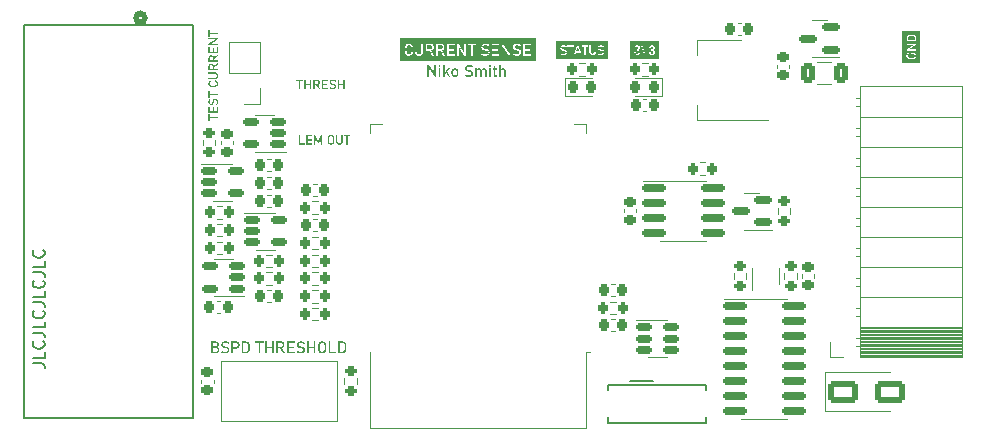
<source format=gbr>
%TF.GenerationSoftware,KiCad,Pcbnew,(7.0.0)*%
%TF.CreationDate,2023-08-02T13:28:58+12:00*%
%TF.ProjectId,VehicleCurrentSense_PCB,56656869-636c-4654-9375-7272656e7453,V1.0*%
%TF.SameCoordinates,Original*%
%TF.FileFunction,Legend,Top*%
%TF.FilePolarity,Positive*%
%FSLAX46Y46*%
G04 Gerber Fmt 4.6, Leading zero omitted, Abs format (unit mm)*
G04 Created by KiCad (PCBNEW (7.0.0)) date 2023-08-02 13:28:58*
%MOMM*%
%LPD*%
G01*
G04 APERTURE LIST*
G04 Aperture macros list*
%AMRoundRect*
0 Rectangle with rounded corners*
0 $1 Rounding radius*
0 $2 $3 $4 $5 $6 $7 $8 $9 X,Y pos of 4 corners*
0 Add a 4 corners polygon primitive as box body*
4,1,4,$2,$3,$4,$5,$6,$7,$8,$9,$2,$3,0*
0 Add four circle primitives for the rounded corners*
1,1,$1+$1,$2,$3*
1,1,$1+$1,$4,$5*
1,1,$1+$1,$6,$7*
1,1,$1+$1,$8,$9*
0 Add four rect primitives between the rounded corners*
20,1,$1+$1,$2,$3,$4,$5,0*
20,1,$1+$1,$4,$5,$6,$7,0*
20,1,$1+$1,$6,$7,$8,$9,0*
20,1,$1+$1,$8,$9,$2,$3,0*%
G04 Aperture macros list end*
%ADD10C,0.150000*%
%ADD11C,0.200000*%
%ADD12C,0.120000*%
%ADD13C,0.152400*%
%ADD14C,0.508000*%
%ADD15RoundRect,0.150000X0.587500X0.150000X-0.587500X0.150000X-0.587500X-0.150000X0.587500X-0.150000X0*%
%ADD16RoundRect,0.150000X0.512500X0.150000X-0.512500X0.150000X-0.512500X-0.150000X0.512500X-0.150000X0*%
%ADD17RoundRect,0.200000X0.200000X0.275000X-0.200000X0.275000X-0.200000X-0.275000X0.200000X-0.275000X0*%
%ADD18R,0.840000X0.840000*%
%ADD19C,0.840000*%
%ADD20O,0.850000X1.850000*%
%ADD21RoundRect,0.225000X-0.225000X-0.250000X0.225000X-0.250000X0.225000X0.250000X-0.225000X0.250000X0*%
%ADD22RoundRect,0.225000X-0.250000X0.225000X-0.250000X-0.225000X0.250000X-0.225000X0.250000X0.225000X0*%
%ADD23RoundRect,0.200000X-0.275000X0.200000X-0.275000X-0.200000X0.275000X-0.200000X0.275000X0.200000X0*%
%ADD24O,1.700000X1.700000*%
%ADD25R,1.700000X1.700000*%
%ADD26R,0.400000X0.650000*%
%ADD27RoundRect,0.250000X-1.000000X-0.650000X1.000000X-0.650000X1.000000X0.650000X-1.000000X0.650000X0*%
%ADD28R,1.500000X0.900000*%
%ADD29R,0.900000X1.500000*%
%ADD30C,0.600000*%
%ADD31R,4.200000X4.200000*%
%ADD32RoundRect,0.225000X0.225000X0.250000X-0.225000X0.250000X-0.225000X-0.250000X0.225000X-0.250000X0*%
%ADD33C,1.320800*%
%ADD34C,2.108200*%
%ADD35RoundRect,0.200000X-0.200000X-0.275000X0.200000X-0.275000X0.200000X0.275000X-0.200000X0.275000X0*%
%ADD36RoundRect,0.150000X-0.512500X-0.150000X0.512500X-0.150000X0.512500X0.150000X-0.512500X0.150000X0*%
%ADD37RoundRect,0.218750X0.218750X0.256250X-0.218750X0.256250X-0.218750X-0.256250X0.218750X-0.256250X0*%
%ADD38R,1.600000X3.200000*%
%ADD39C,1.440000*%
%ADD40RoundRect,0.200000X0.275000X-0.200000X0.275000X0.200000X-0.275000X0.200000X-0.275000X-0.200000X0*%
%ADD41RoundRect,0.150000X-0.825000X-0.150000X0.825000X-0.150000X0.825000X0.150000X-0.825000X0.150000X0*%
%ADD42RoundRect,0.250000X0.375000X0.625000X-0.375000X0.625000X-0.375000X-0.625000X0.375000X-0.625000X0*%
%ADD43RoundRect,0.218750X-0.218750X-0.256250X0.218750X-0.256250X0.218750X0.256250X-0.218750X0.256250X0*%
%ADD44R,3.200000X1.600000*%
%ADD45RoundRect,0.225000X0.250000X-0.225000X0.250000X0.225000X-0.250000X0.225000X-0.250000X-0.225000X0*%
%ADD46R,2.000000X1.500000*%
%ADD47R,2.000000X3.800000*%
%ADD48C,0.800000*%
%ADD49C,6.400000*%
G04 APERTURE END LIST*
D10*
G36*
X136230294Y-78709322D02*
G01*
X136230294Y-78597361D01*
X136964000Y-78597361D01*
X136964000Y-78709322D01*
X136230294Y-78709322D01*
G37*
G36*
X136165032Y-78935198D02*
G01*
X136165032Y-78371485D01*
X136271522Y-78371485D01*
X136271522Y-78935198D01*
X136165032Y-78935198D01*
G37*
G36*
X136165032Y-78264214D02*
G01*
X136165032Y-78152057D01*
X136964000Y-78152057D01*
X136964000Y-78264214D01*
X136165032Y-78264214D01*
G37*
G36*
X136857314Y-78209699D02*
G01*
X136857314Y-77750913D01*
X136964000Y-77750913D01*
X136964000Y-78209699D01*
X136857314Y-78209699D01*
G37*
G36*
X136514006Y-78209699D02*
G01*
X136514006Y-77811290D01*
X136620496Y-77811290D01*
X136620496Y-78209699D01*
X136514006Y-78209699D01*
G37*
G36*
X136165032Y-78209699D02*
G01*
X136165032Y-77750913D01*
X136271522Y-77750913D01*
X136271522Y-78209699D01*
X136165032Y-78209699D01*
G37*
G36*
X136972206Y-77355044D02*
G01*
X136972110Y-77365800D01*
X136971821Y-77376453D01*
X136971341Y-77387004D01*
X136970667Y-77397451D01*
X136969802Y-77407795D01*
X136968744Y-77418036D01*
X136967494Y-77428174D01*
X136966051Y-77438209D01*
X136964416Y-77448141D01*
X136962589Y-77457970D01*
X136961264Y-77464465D01*
X136959116Y-77474077D01*
X136956776Y-77483568D01*
X136954244Y-77492940D01*
X136951519Y-77502191D01*
X136948602Y-77511322D01*
X136945492Y-77520333D01*
X136942190Y-77529224D01*
X136938696Y-77537994D01*
X136935009Y-77546644D01*
X136931131Y-77555174D01*
X136928438Y-77560794D01*
X136924202Y-77569134D01*
X136919773Y-77577375D01*
X136915152Y-77585515D01*
X136910339Y-77593556D01*
X136905334Y-77601498D01*
X136900136Y-77609340D01*
X136894746Y-77617082D01*
X136889163Y-77624725D01*
X136883389Y-77632268D01*
X136877422Y-77639711D01*
X136873337Y-77644618D01*
X136787558Y-77574863D01*
X136794820Y-77566209D01*
X136801732Y-77557394D01*
X136808294Y-77548417D01*
X136814505Y-77539279D01*
X136820365Y-77529980D01*
X136825876Y-77520519D01*
X136831036Y-77510897D01*
X136835845Y-77501113D01*
X136840305Y-77491168D01*
X136844414Y-77481062D01*
X136846958Y-77474235D01*
X136850485Y-77463857D01*
X136853665Y-77453315D01*
X136856498Y-77442608D01*
X136858984Y-77431736D01*
X136861123Y-77420700D01*
X136862916Y-77409498D01*
X136864361Y-77398132D01*
X136865460Y-77386600D01*
X136866211Y-77374904D01*
X136866520Y-77367015D01*
X136866674Y-77359053D01*
X136866693Y-77355044D01*
X136866568Y-77344329D01*
X136866192Y-77333920D01*
X136865567Y-77323818D01*
X136864690Y-77314023D01*
X136863564Y-77304535D01*
X136862187Y-77295354D01*
X136860560Y-77286480D01*
X136858682Y-77277912D01*
X136856554Y-77269651D01*
X136854176Y-77261697D01*
X136851547Y-77254050D01*
X136848668Y-77246710D01*
X136843880Y-77236275D01*
X136838529Y-77226530D01*
X136834648Y-77220417D01*
X136828370Y-77211862D01*
X136821624Y-77204149D01*
X136814411Y-77197276D01*
X136806732Y-77191246D01*
X136798585Y-77186056D01*
X136789970Y-77181709D01*
X136780889Y-77178203D01*
X136771341Y-77175538D01*
X136761325Y-77173715D01*
X136750843Y-77172733D01*
X136743595Y-77172546D01*
X136743009Y-77172546D01*
X136732872Y-77172885D01*
X136723274Y-77173901D01*
X136714212Y-77175596D01*
X136705688Y-77177968D01*
X136697702Y-77181018D01*
X136690252Y-77184746D01*
X136683340Y-77189151D01*
X136676965Y-77194235D01*
X136671012Y-77199855D01*
X136665461Y-77205873D01*
X136660314Y-77212287D01*
X136655570Y-77219098D01*
X136651228Y-77226307D01*
X136647290Y-77233912D01*
X136643754Y-77241914D01*
X136640622Y-77250313D01*
X136637676Y-77259221D01*
X136634797Y-77268753D01*
X136632682Y-77276310D01*
X136630604Y-77284218D01*
X136628565Y-77292476D01*
X136626563Y-77301085D01*
X136624599Y-77310043D01*
X136622672Y-77319353D01*
X136620784Y-77329012D01*
X136618933Y-77339022D01*
X136618347Y-77342734D01*
X136617761Y-77346251D01*
X136616198Y-77354458D01*
X136614451Y-77364356D01*
X136612678Y-77374022D01*
X136610879Y-77383456D01*
X136609054Y-77392657D01*
X136607203Y-77401627D01*
X136605326Y-77410365D01*
X136603423Y-77418871D01*
X136601494Y-77427145D01*
X136599540Y-77435186D01*
X136597559Y-77442996D01*
X136595552Y-77450574D01*
X136592494Y-77461505D01*
X136589377Y-77471914D01*
X136586201Y-77481802D01*
X136585130Y-77484981D01*
X136581619Y-77494270D01*
X136577606Y-77503304D01*
X136573091Y-77512084D01*
X136568076Y-77520610D01*
X136562559Y-77528882D01*
X136556540Y-77536900D01*
X136550020Y-77544663D01*
X136542998Y-77552172D01*
X136535475Y-77559428D01*
X136527451Y-77566429D01*
X136521822Y-77570955D01*
X136512873Y-77577345D01*
X136503243Y-77583107D01*
X136492933Y-77588240D01*
X136485682Y-77591313D01*
X136478129Y-77594106D01*
X136470274Y-77596620D01*
X136462116Y-77598855D01*
X136453656Y-77600811D01*
X136444894Y-77602487D01*
X136435829Y-77603883D01*
X136426463Y-77605001D01*
X136416794Y-77605839D01*
X136406822Y-77606398D01*
X136396549Y-77606677D01*
X136391299Y-77606712D01*
X136390908Y-77606712D01*
X136381712Y-77606582D01*
X136372688Y-77606193D01*
X136363834Y-77605544D01*
X136355151Y-77604636D01*
X136346639Y-77603468D01*
X136338298Y-77602041D01*
X136330128Y-77600354D01*
X136322129Y-77598408D01*
X136314301Y-77596202D01*
X136306644Y-77593736D01*
X136299158Y-77591012D01*
X136291843Y-77588027D01*
X136284699Y-77584783D01*
X136274303Y-77579431D01*
X136264293Y-77573495D01*
X136254657Y-77566964D01*
X136245461Y-77559900D01*
X136236705Y-77552305D01*
X136228389Y-77544177D01*
X136220512Y-77535516D01*
X136215505Y-77529447D01*
X136210693Y-77523141D01*
X136206077Y-77516598D01*
X136201657Y-77509819D01*
X136197431Y-77502803D01*
X136193401Y-77495550D01*
X136189566Y-77488061D01*
X136185927Y-77480335D01*
X136184181Y-77476384D01*
X136180845Y-77468321D01*
X136177724Y-77460056D01*
X136174818Y-77451590D01*
X136172128Y-77442923D01*
X136169652Y-77434054D01*
X136167392Y-77424983D01*
X136165348Y-77415711D01*
X136163518Y-77406237D01*
X136161904Y-77396562D01*
X136160505Y-77386686D01*
X136159321Y-77376608D01*
X136158352Y-77366328D01*
X136157599Y-77355847D01*
X136157061Y-77345164D01*
X136156738Y-77334280D01*
X136156630Y-77323195D01*
X136156713Y-77315149D01*
X136156960Y-77307130D01*
X136157372Y-77299138D01*
X136157949Y-77291175D01*
X136158691Y-77283238D01*
X136159598Y-77275329D01*
X136160670Y-77267448D01*
X136161906Y-77259594D01*
X136163307Y-77251767D01*
X136164874Y-77243969D01*
X136166009Y-77238784D01*
X136167847Y-77230993D01*
X136169842Y-77223225D01*
X136171996Y-77215482D01*
X136174307Y-77207763D01*
X136176777Y-77200067D01*
X136179404Y-77192396D01*
X136182190Y-77184749D01*
X136185133Y-77177125D01*
X136188235Y-77169526D01*
X136191494Y-77161951D01*
X136193755Y-77156914D01*
X136197285Y-77149343D01*
X136200986Y-77141795D01*
X136204860Y-77134271D01*
X136208904Y-77126772D01*
X136213121Y-77119296D01*
X136217509Y-77111845D01*
X136222069Y-77104417D01*
X136226801Y-77097014D01*
X136231705Y-77089634D01*
X136236780Y-77082279D01*
X136240259Y-77077389D01*
X136329359Y-77141283D01*
X136323205Y-77149817D01*
X136317347Y-77158348D01*
X136311784Y-77166876D01*
X136306516Y-77175400D01*
X136301544Y-77183921D01*
X136296867Y-77192439D01*
X136292485Y-77200953D01*
X136288399Y-77209463D01*
X136284609Y-77217970D01*
X136281113Y-77226474D01*
X136278947Y-77232141D01*
X136275944Y-77240644D01*
X136273236Y-77249154D01*
X136270824Y-77257671D01*
X136268707Y-77266195D01*
X136266886Y-77274725D01*
X136265360Y-77283263D01*
X136264129Y-77291807D01*
X136263193Y-77300358D01*
X136262554Y-77308916D01*
X136262209Y-77317481D01*
X136262143Y-77323195D01*
X136262271Y-77333286D01*
X136262656Y-77343091D01*
X136263297Y-77352612D01*
X136264195Y-77361846D01*
X136265349Y-77370795D01*
X136266759Y-77379459D01*
X136268426Y-77387837D01*
X136270350Y-77395930D01*
X136272530Y-77403738D01*
X136274966Y-77411260D01*
X136279101Y-77422007D01*
X136283814Y-77432113D01*
X136289103Y-77441576D01*
X136294969Y-77450396D01*
X136301328Y-77458498D01*
X136308168Y-77465802D01*
X136315488Y-77472310D01*
X136323289Y-77478020D01*
X136331572Y-77482934D01*
X136340335Y-77487051D01*
X136349578Y-77490371D01*
X136359303Y-77492895D01*
X136369509Y-77494621D01*
X136380195Y-77495551D01*
X136387586Y-77495728D01*
X136387977Y-77495728D01*
X136398009Y-77495365D01*
X136407492Y-77494275D01*
X136416425Y-77492458D01*
X136424809Y-77489915D01*
X136432643Y-77486645D01*
X136439928Y-77482649D01*
X136446663Y-77477926D01*
X136452848Y-77472476D01*
X136458566Y-77466434D01*
X136463900Y-77460032D01*
X136468849Y-77453269D01*
X136473413Y-77446147D01*
X136477593Y-77438664D01*
X136481388Y-77430820D01*
X136484798Y-77422617D01*
X136487824Y-77414053D01*
X136490666Y-77404888D01*
X136493527Y-77394880D01*
X136495684Y-77386821D01*
X136497852Y-77378288D01*
X136500030Y-77369282D01*
X136502219Y-77359801D01*
X136504417Y-77349846D01*
X136506627Y-77339417D01*
X136508846Y-77328514D01*
X136511076Y-77317138D01*
X136512053Y-77313034D01*
X136512834Y-77308736D01*
X136514006Y-77302874D01*
X136514983Y-77296817D01*
X136516861Y-77287825D01*
X136518781Y-77279020D01*
X136520745Y-77270404D01*
X136522750Y-77261975D01*
X136524799Y-77253734D01*
X136526890Y-77245681D01*
X136529024Y-77237816D01*
X136531201Y-77230138D01*
X136534547Y-77218974D01*
X136537988Y-77208232D01*
X136541526Y-77197913D01*
X136545160Y-77188016D01*
X136548890Y-77178541D01*
X136550154Y-77175477D01*
X136554184Y-77166495D01*
X136558654Y-77157795D01*
X136563563Y-77149377D01*
X136568912Y-77141240D01*
X136574701Y-77133385D01*
X136580929Y-77125811D01*
X136587597Y-77118520D01*
X136594704Y-77111510D01*
X136602251Y-77104781D01*
X136610238Y-77098334D01*
X136615807Y-77094193D01*
X136624598Y-77088361D01*
X136633974Y-77083103D01*
X136643933Y-77078419D01*
X136654477Y-77074308D01*
X136665604Y-77070771D01*
X136673346Y-77068732D01*
X136681348Y-77066947D01*
X136689610Y-77065418D01*
X136698131Y-77064143D01*
X136706911Y-77063123D01*
X136715951Y-77062359D01*
X136725251Y-77061849D01*
X136734810Y-77061594D01*
X136739687Y-77061562D01*
X136740859Y-77061562D01*
X136749911Y-77061697D01*
X136758799Y-77062102D01*
X136767521Y-77062778D01*
X136776079Y-77063723D01*
X136784472Y-77064939D01*
X136792700Y-77066425D01*
X136800763Y-77068182D01*
X136808661Y-77070208D01*
X136816394Y-77072505D01*
X136823963Y-77075072D01*
X136831366Y-77077909D01*
X136838605Y-77081016D01*
X136845679Y-77084393D01*
X136855981Y-77089966D01*
X136865912Y-77096147D01*
X136875439Y-77102904D01*
X136884530Y-77110208D01*
X136893185Y-77118058D01*
X136898712Y-77123595D01*
X136904046Y-77129374D01*
X136909185Y-77135396D01*
X136914131Y-77141661D01*
X136918883Y-77148169D01*
X136923442Y-77154919D01*
X136927806Y-77161912D01*
X136931976Y-77169148D01*
X136935953Y-77176626D01*
X136939736Y-77184347D01*
X136943325Y-77192311D01*
X136945046Y-77196384D01*
X136948335Y-77204697D01*
X136951412Y-77213224D01*
X136954276Y-77221965D01*
X136956929Y-77230920D01*
X136959369Y-77240088D01*
X136961597Y-77249470D01*
X136963613Y-77259066D01*
X136965416Y-77268875D01*
X136967008Y-77278898D01*
X136968387Y-77289135D01*
X136969554Y-77299586D01*
X136970509Y-77310250D01*
X136971251Y-77321128D01*
X136971782Y-77332220D01*
X136972100Y-77343525D01*
X136972206Y-77355044D01*
G37*
G36*
X136230294Y-76789768D02*
G01*
X136230294Y-76677807D01*
X136964000Y-76677807D01*
X136964000Y-76789768D01*
X136230294Y-76789768D01*
G37*
G36*
X136165032Y-77015644D02*
G01*
X136165032Y-76451932D01*
X136271522Y-76451932D01*
X136271522Y-77015644D01*
X136165032Y-77015644D01*
G37*
G36*
X136972206Y-75804786D02*
G01*
X136972063Y-75815088D01*
X136971632Y-75825232D01*
X136970915Y-75835219D01*
X136969910Y-75845049D01*
X136968619Y-75854722D01*
X136967040Y-75864238D01*
X136965175Y-75873596D01*
X136963023Y-75882797D01*
X136960583Y-75891841D01*
X136957857Y-75900727D01*
X136954843Y-75909457D01*
X136951543Y-75918029D01*
X136947956Y-75926444D01*
X136944081Y-75934702D01*
X136939920Y-75942802D01*
X136935472Y-75950745D01*
X136930736Y-75958499D01*
X136925760Y-75966032D01*
X136920545Y-75973343D01*
X136915090Y-75980433D01*
X136909395Y-75987302D01*
X136903461Y-75993949D01*
X136897287Y-76000375D01*
X136890873Y-76006579D01*
X136884220Y-76012562D01*
X136877327Y-76018324D01*
X136870194Y-76023865D01*
X136862822Y-76029184D01*
X136855210Y-76034282D01*
X136847358Y-76039158D01*
X136839267Y-76043813D01*
X136830936Y-76048247D01*
X136822402Y-76052435D01*
X136813702Y-76056353D01*
X136804835Y-76060001D01*
X136795802Y-76063378D01*
X136786602Y-76066485D01*
X136777236Y-76069322D01*
X136767704Y-76071889D01*
X136758005Y-76074186D01*
X136748140Y-76076212D01*
X136738108Y-76077968D01*
X136727911Y-76079454D01*
X136717546Y-76080670D01*
X136707016Y-76081616D01*
X136696318Y-76082292D01*
X136685455Y-76082697D01*
X136674425Y-76082832D01*
X136455193Y-76082832D01*
X136444139Y-76082697D01*
X136433254Y-76082292D01*
X136422536Y-76081616D01*
X136411986Y-76080670D01*
X136401604Y-76079454D01*
X136391390Y-76077968D01*
X136381344Y-76076212D01*
X136371466Y-76074186D01*
X136361756Y-76071889D01*
X136352214Y-76069322D01*
X136342840Y-76066485D01*
X136333633Y-76063378D01*
X136324595Y-76060001D01*
X136315724Y-76056353D01*
X136307021Y-76052435D01*
X136298487Y-76048247D01*
X136290155Y-76043813D01*
X136282061Y-76039158D01*
X136274206Y-76034282D01*
X136266588Y-76029184D01*
X136259209Y-76023865D01*
X136252068Y-76018324D01*
X136245165Y-76012562D01*
X136238501Y-76006579D01*
X136232074Y-76000375D01*
X136225885Y-75993949D01*
X136219935Y-75987302D01*
X136214223Y-75980433D01*
X136208749Y-75973343D01*
X136203513Y-75966032D01*
X136198515Y-75958499D01*
X136193755Y-75950745D01*
X136189260Y-75942802D01*
X136185054Y-75934702D01*
X136181139Y-75926444D01*
X136177513Y-75918029D01*
X136174178Y-75909457D01*
X136171132Y-75900727D01*
X136168377Y-75891841D01*
X136165912Y-75882797D01*
X136163736Y-75873596D01*
X136161851Y-75864238D01*
X136160256Y-75854722D01*
X136158951Y-75845049D01*
X136157936Y-75835219D01*
X136157210Y-75825232D01*
X136156775Y-75815088D01*
X136156630Y-75804786D01*
X136156746Y-75796232D01*
X136157091Y-75787765D01*
X136157668Y-75779385D01*
X136158474Y-75771093D01*
X136159512Y-75762887D01*
X136160779Y-75754768D01*
X136162278Y-75746736D01*
X136164006Y-75738791D01*
X136165966Y-75730934D01*
X136168156Y-75723163D01*
X136170576Y-75715479D01*
X136173227Y-75707883D01*
X136176108Y-75700373D01*
X136179220Y-75692950D01*
X136182562Y-75685614D01*
X136186135Y-75678366D01*
X136189895Y-75671235D01*
X136193847Y-75664252D01*
X136197991Y-75657417D01*
X136202328Y-75650730D01*
X136206857Y-75644191D01*
X136211579Y-75637800D01*
X136216493Y-75631557D01*
X136221599Y-75625463D01*
X136226897Y-75619516D01*
X136232388Y-75613718D01*
X136238072Y-75608067D01*
X136243947Y-75602565D01*
X136250015Y-75597211D01*
X136256275Y-75592005D01*
X136262728Y-75586946D01*
X136269373Y-75582036D01*
X136276180Y-75577274D01*
X136283118Y-75572709D01*
X136290187Y-75568341D01*
X136297387Y-75564170D01*
X136304719Y-75560196D01*
X136312183Y-75556418D01*
X136319777Y-75552838D01*
X136327503Y-75549454D01*
X136335360Y-75546268D01*
X136343348Y-75543278D01*
X136351467Y-75540485D01*
X136359718Y-75537889D01*
X136368100Y-75535491D01*
X136376614Y-75533289D01*
X136385258Y-75531283D01*
X136394034Y-75529475D01*
X136394034Y-75644367D01*
X136384829Y-75647176D01*
X136375875Y-75650424D01*
X136367171Y-75654112D01*
X136358717Y-75658240D01*
X136350513Y-75662807D01*
X136342560Y-75667814D01*
X136334857Y-75673261D01*
X136327405Y-75679147D01*
X136320243Y-75685388D01*
X136313508Y-75691897D01*
X136307200Y-75698675D01*
X136301320Y-75705721D01*
X136295867Y-75713036D01*
X136290842Y-75720620D01*
X136286244Y-75728472D01*
X136282073Y-75736593D01*
X136278318Y-75744882D01*
X136275064Y-75753238D01*
X136272310Y-75761662D01*
X136270057Y-75770152D01*
X136268304Y-75778710D01*
X136267053Y-75787335D01*
X136266301Y-75796027D01*
X136266051Y-75804786D01*
X136266259Y-75813840D01*
X136266882Y-75822685D01*
X136267921Y-75831320D01*
X136269376Y-75839746D01*
X136271246Y-75847962D01*
X136273532Y-75855969D01*
X136276233Y-75863766D01*
X136279350Y-75871354D01*
X136282883Y-75878732D01*
X136286831Y-75885901D01*
X136289694Y-75890564D01*
X136294293Y-75897307D01*
X136299226Y-75903762D01*
X136304492Y-75909929D01*
X136310091Y-75915806D01*
X136316023Y-75921396D01*
X136322289Y-75926697D01*
X136328887Y-75931709D01*
X136335819Y-75936433D01*
X136343084Y-75940868D01*
X136350682Y-75945015D01*
X136355933Y-75947619D01*
X136364043Y-75951251D01*
X136372401Y-75954525D01*
X136381006Y-75957442D01*
X136389858Y-75960002D01*
X136398957Y-75962205D01*
X136408304Y-75964051D01*
X136417898Y-75965539D01*
X136427740Y-75966670D01*
X136437829Y-75967444D01*
X136448165Y-75967861D01*
X136455193Y-75967940D01*
X136674425Y-75967940D01*
X136684823Y-75967761D01*
X136694987Y-75967226D01*
X136704918Y-75966333D01*
X136714615Y-75965082D01*
X136724079Y-75963475D01*
X136733309Y-75961510D01*
X136742306Y-75959189D01*
X136751069Y-75956510D01*
X136759598Y-75953473D01*
X136767894Y-75950080D01*
X136773295Y-75947619D01*
X136781148Y-75943665D01*
X136788661Y-75939422D01*
X136795835Y-75934890D01*
X136802668Y-75930070D01*
X136809161Y-75924962D01*
X136815314Y-75919565D01*
X136821128Y-75913879D01*
X136826601Y-75907905D01*
X136831734Y-75901643D01*
X136836527Y-75895092D01*
X136839533Y-75890564D01*
X136843689Y-75883535D01*
X136847435Y-75876296D01*
X136850773Y-75868848D01*
X136853702Y-75861191D01*
X136856223Y-75853324D01*
X136858335Y-75845247D01*
X136860038Y-75836961D01*
X136861332Y-75828465D01*
X136862218Y-75819760D01*
X136862694Y-75810845D01*
X136862785Y-75804786D01*
X136862556Y-75795895D01*
X136861869Y-75787103D01*
X136860724Y-75778408D01*
X136859122Y-75769810D01*
X136857061Y-75761311D01*
X136854542Y-75752909D01*
X136851565Y-75744604D01*
X136848131Y-75736398D01*
X136844195Y-75728323D01*
X136839814Y-75720510D01*
X136834987Y-75712960D01*
X136829715Y-75705672D01*
X136823996Y-75698647D01*
X136817832Y-75691885D01*
X136811223Y-75685385D01*
X136804167Y-75679147D01*
X136796672Y-75673261D01*
X136788841Y-75667814D01*
X136780674Y-75662807D01*
X136772171Y-75658240D01*
X136763333Y-75654112D01*
X136754158Y-75650424D01*
X136744648Y-75647176D01*
X136734802Y-75644367D01*
X136734802Y-75529475D01*
X136743602Y-75531284D01*
X136752268Y-75533292D01*
X136760802Y-75535497D01*
X136769204Y-75537902D01*
X136777472Y-75540504D01*
X136785608Y-75543306D01*
X136793610Y-75546305D01*
X136801480Y-75549503D01*
X136809217Y-75552900D01*
X136816822Y-75556495D01*
X136824293Y-75560288D01*
X136831632Y-75564280D01*
X136838838Y-75568470D01*
X136845911Y-75572859D01*
X136852851Y-75577446D01*
X136859659Y-75582232D01*
X136866281Y-75587189D01*
X136872714Y-75592292D01*
X136878957Y-75597539D01*
X136885011Y-75602931D01*
X136890876Y-75608469D01*
X136896552Y-75614151D01*
X136902038Y-75619979D01*
X136907335Y-75625951D01*
X136912443Y-75632069D01*
X136917361Y-75638331D01*
X136922090Y-75644739D01*
X136926630Y-75651291D01*
X136930981Y-75657989D01*
X136935142Y-75664832D01*
X136939114Y-75671819D01*
X136942897Y-75678952D01*
X136946446Y-75686198D01*
X136949766Y-75693527D01*
X136952857Y-75700938D01*
X136955720Y-75708432D01*
X136958353Y-75716008D01*
X136960757Y-75723667D01*
X136962932Y-75731408D01*
X136964879Y-75739231D01*
X136966596Y-75747137D01*
X136968084Y-75755125D01*
X136969344Y-75763196D01*
X136970374Y-75771349D01*
X136971176Y-75779585D01*
X136971748Y-75787903D01*
X136972092Y-75796303D01*
X136972206Y-75804786D01*
G37*
G36*
X136972206Y-75126572D02*
G01*
X136972070Y-75137513D01*
X136971663Y-75148255D01*
X136970983Y-75158799D01*
X136970032Y-75169144D01*
X136968810Y-75179291D01*
X136967315Y-75189239D01*
X136965549Y-75198989D01*
X136963511Y-75208540D01*
X136961201Y-75217893D01*
X136958620Y-75227048D01*
X136955767Y-75236004D01*
X136952642Y-75244761D01*
X136949246Y-75253321D01*
X136945577Y-75261681D01*
X136941638Y-75269844D01*
X136937426Y-75277807D01*
X136932930Y-75285555D01*
X136928187Y-75293070D01*
X136923197Y-75300350D01*
X136917960Y-75307398D01*
X136912475Y-75314211D01*
X136906743Y-75320791D01*
X136900764Y-75327138D01*
X136894537Y-75333251D01*
X136888063Y-75339130D01*
X136881342Y-75344776D01*
X136874373Y-75350188D01*
X136867157Y-75355367D01*
X136859694Y-75360312D01*
X136851984Y-75365024D01*
X136844026Y-75369502D01*
X136835821Y-75373746D01*
X136827362Y-75377745D01*
X136818690Y-75381486D01*
X136809807Y-75384968D01*
X136800711Y-75388193D01*
X136791403Y-75391160D01*
X136781883Y-75393869D01*
X136772151Y-75396319D01*
X136762206Y-75398512D01*
X136752049Y-75400447D01*
X136741681Y-75402124D01*
X136731099Y-75403543D01*
X136720306Y-75404704D01*
X136709301Y-75405607D01*
X136698083Y-75406252D01*
X136686653Y-75406639D01*
X136675011Y-75406768D01*
X136165032Y-75406768D01*
X136165032Y-75294611D01*
X136678724Y-75294611D01*
X136689487Y-75294440D01*
X136699942Y-75293924D01*
X136710089Y-75293066D01*
X136719928Y-75291864D01*
X136729458Y-75290318D01*
X136738679Y-75288429D01*
X136747593Y-75286196D01*
X136756198Y-75283620D01*
X136764494Y-75280701D01*
X136772483Y-75277438D01*
X136780162Y-75273832D01*
X136787534Y-75269882D01*
X136794597Y-75265588D01*
X136801352Y-75260952D01*
X136807799Y-75255971D01*
X136813937Y-75250648D01*
X136819734Y-75245011D01*
X136825157Y-75239092D01*
X136830206Y-75232890D01*
X136834881Y-75226407D01*
X136839181Y-75219640D01*
X136843108Y-75212592D01*
X136846661Y-75205260D01*
X136849840Y-75197647D01*
X136852645Y-75189751D01*
X136855076Y-75181573D01*
X136857133Y-75173112D01*
X136858816Y-75164369D01*
X136860125Y-75155343D01*
X136861060Y-75146035D01*
X136861621Y-75136445D01*
X136861808Y-75126572D01*
X136861621Y-75116604D01*
X136861060Y-75106923D01*
X136860125Y-75097529D01*
X136858816Y-75088422D01*
X136857133Y-75079601D01*
X136855076Y-75071068D01*
X136852645Y-75062822D01*
X136849840Y-75054863D01*
X136846661Y-75047190D01*
X136843108Y-75039805D01*
X136839181Y-75032707D01*
X136834881Y-75025895D01*
X136830206Y-75019371D01*
X136825157Y-75013134D01*
X136819734Y-75007183D01*
X136813937Y-75001520D01*
X136807799Y-74996149D01*
X136801352Y-74991124D01*
X136794597Y-74986446D01*
X136787534Y-74982115D01*
X136780162Y-74978130D01*
X136772483Y-74974491D01*
X136764494Y-74971200D01*
X136756198Y-74968254D01*
X136747593Y-74965655D01*
X136738679Y-74963403D01*
X136729458Y-74961497D01*
X136719928Y-74959938D01*
X136710089Y-74958725D01*
X136699942Y-74957859D01*
X136689487Y-74957339D01*
X136678724Y-74957165D01*
X136165032Y-74957165D01*
X136165032Y-74845205D01*
X136675011Y-74845205D01*
X136686653Y-74845334D01*
X136698083Y-74845721D01*
X136709301Y-74846365D01*
X136720306Y-74847268D01*
X136731099Y-74848429D01*
X136741681Y-74849848D01*
X136752049Y-74851525D01*
X136762206Y-74853460D01*
X136772151Y-74855653D01*
X136781883Y-74858104D01*
X136791403Y-74860812D01*
X136800711Y-74863779D01*
X136809807Y-74867004D01*
X136818690Y-74870487D01*
X136827362Y-74874227D01*
X136835821Y-74878226D01*
X136844026Y-74882449D01*
X136851984Y-74886909D01*
X136859694Y-74891608D01*
X136867157Y-74896544D01*
X136874373Y-74901719D01*
X136881342Y-74907132D01*
X136888063Y-74912784D01*
X136894537Y-74918673D01*
X136900764Y-74924800D01*
X136906743Y-74931166D01*
X136912475Y-74937770D01*
X136917960Y-74944611D01*
X136923197Y-74951691D01*
X136928187Y-74959010D01*
X136932930Y-74966566D01*
X136937426Y-74974360D01*
X136941638Y-74982351D01*
X136945577Y-74990544D01*
X136949246Y-74998941D01*
X136952642Y-75007541D01*
X136955767Y-75016343D01*
X136958620Y-75025349D01*
X136961201Y-75034558D01*
X136963511Y-75043969D01*
X136965549Y-75053584D01*
X136967315Y-75063402D01*
X136968810Y-75073423D01*
X136970032Y-75083647D01*
X136970983Y-75094074D01*
X136971663Y-75104703D01*
X136972070Y-75115536D01*
X136972206Y-75126572D01*
G37*
G36*
X136519478Y-74623823D02*
G01*
X136519478Y-74351248D01*
X136519236Y-74343398D01*
X136518256Y-74333904D01*
X136516523Y-74324764D01*
X136514036Y-74315976D01*
X136510795Y-74307541D01*
X136506800Y-74299459D01*
X136504041Y-74294779D01*
X136498903Y-74287301D01*
X136493134Y-74280376D01*
X136486736Y-74274005D01*
X136479709Y-74268187D01*
X136472051Y-74262922D01*
X136463764Y-74258211D01*
X136460273Y-74256482D01*
X136453059Y-74253322D01*
X136445582Y-74250583D01*
X136437842Y-74248266D01*
X136429840Y-74246370D01*
X136421576Y-74244895D01*
X136413049Y-74243842D01*
X136404259Y-74243210D01*
X136395207Y-74242999D01*
X136386155Y-74243210D01*
X136377365Y-74243842D01*
X136368838Y-74244895D01*
X136360573Y-74246370D01*
X136352571Y-74248266D01*
X136344832Y-74250583D01*
X136337355Y-74253322D01*
X136330140Y-74256482D01*
X136321602Y-74260962D01*
X136313692Y-74265977D01*
X136306413Y-74271525D01*
X136299763Y-74277609D01*
X136293743Y-74284226D01*
X136288352Y-74291378D01*
X136286372Y-74294388D01*
X136281925Y-74302216D01*
X136278232Y-74310436D01*
X136275292Y-74319046D01*
X136273107Y-74328048D01*
X136271675Y-74337441D01*
X136271072Y-74345237D01*
X136270936Y-74351248D01*
X136270936Y-74623823D01*
X136164446Y-74623823D01*
X136164446Y-74355742D01*
X136164558Y-74347161D01*
X136164892Y-74338709D01*
X136165449Y-74330387D01*
X136166229Y-74322195D01*
X136167232Y-74314133D01*
X136168458Y-74306200D01*
X136169906Y-74298397D01*
X136171578Y-74290724D01*
X136174503Y-74279458D01*
X136177930Y-74268484D01*
X136181858Y-74257801D01*
X136186288Y-74247411D01*
X136191219Y-74237313D01*
X136192974Y-74234011D01*
X136198534Y-74224366D01*
X136204516Y-74215139D01*
X136210922Y-74206331D01*
X136217749Y-74197943D01*
X136224999Y-74189973D01*
X136232672Y-74182423D01*
X136240766Y-74175291D01*
X136249284Y-74168579D01*
X136258224Y-74162285D01*
X136267586Y-74156411D01*
X136274062Y-74152727D01*
X136284025Y-74147559D01*
X136294276Y-74142900D01*
X136304816Y-74138748D01*
X136315645Y-74135105D01*
X136326762Y-74131970D01*
X136338167Y-74129344D01*
X136345931Y-74127876D01*
X136353823Y-74126633D01*
X136361843Y-74125616D01*
X136369992Y-74124826D01*
X136378269Y-74124261D01*
X136386674Y-74123922D01*
X136395207Y-74123809D01*
X136403741Y-74123923D01*
X136412148Y-74124264D01*
X136420429Y-74124832D01*
X136428583Y-74125628D01*
X136436610Y-74126652D01*
X136444510Y-74127903D01*
X136452284Y-74129381D01*
X136459931Y-74131087D01*
X136471164Y-74134073D01*
X136482112Y-74137570D01*
X136492775Y-74141579D01*
X136503153Y-74146099D01*
X136513246Y-74151131D01*
X136516547Y-74152923D01*
X136526156Y-74158588D01*
X136535346Y-74164665D01*
X136544117Y-74171154D01*
X136552469Y-74178055D01*
X136560402Y-74185369D01*
X136567915Y-74193094D01*
X136575010Y-74201232D01*
X136581686Y-74209782D01*
X136587943Y-74218745D01*
X136593781Y-74228119D01*
X136597440Y-74234597D01*
X136602538Y-74244560D01*
X136607135Y-74254812D01*
X136611230Y-74265351D01*
X136614824Y-74276180D01*
X136617916Y-74287297D01*
X136620507Y-74298702D01*
X136621956Y-74306466D01*
X136623182Y-74314358D01*
X136624184Y-74322378D01*
X136624964Y-74330527D01*
X136625522Y-74338804D01*
X136625856Y-74347209D01*
X136625967Y-74355742D01*
X136625967Y-74623823D01*
X136519478Y-74623823D01*
G37*
G36*
X136164446Y-74672867D02*
G01*
X136164446Y-74560710D01*
X136964000Y-74560710D01*
X136964000Y-74672867D01*
X136164446Y-74672867D01*
G37*
G36*
X136601348Y-74406349D02*
G01*
X136575946Y-74294779D01*
X136964000Y-74090201D01*
X136964000Y-74223265D01*
X136601348Y-74406349D01*
G37*
G36*
X136519478Y-73893830D02*
G01*
X136519478Y-73621255D01*
X136519236Y-73613405D01*
X136518256Y-73603911D01*
X136516523Y-73594770D01*
X136514036Y-73585983D01*
X136510795Y-73577548D01*
X136506800Y-73569466D01*
X136504041Y-73564786D01*
X136498903Y-73557308D01*
X136493134Y-73550383D01*
X136486736Y-73544012D01*
X136479709Y-73538194D01*
X136472051Y-73532929D01*
X136463764Y-73528218D01*
X136460273Y-73526489D01*
X136453059Y-73523329D01*
X136445582Y-73520590D01*
X136437842Y-73518273D01*
X136429840Y-73516377D01*
X136421576Y-73514902D01*
X136413049Y-73513849D01*
X136404259Y-73513217D01*
X136395207Y-73513006D01*
X136386155Y-73513217D01*
X136377365Y-73513849D01*
X136368838Y-73514902D01*
X136360573Y-73516377D01*
X136352571Y-73518273D01*
X136344832Y-73520590D01*
X136337355Y-73523329D01*
X136330140Y-73526489D01*
X136321602Y-73530969D01*
X136313692Y-73535984D01*
X136306413Y-73541532D01*
X136299763Y-73547616D01*
X136293743Y-73554233D01*
X136288352Y-73561385D01*
X136286372Y-73564395D01*
X136281925Y-73572223D01*
X136278232Y-73580443D01*
X136275292Y-73589053D01*
X136273107Y-73598055D01*
X136271675Y-73607448D01*
X136271072Y-73615244D01*
X136270936Y-73621255D01*
X136270936Y-73893830D01*
X136164446Y-73893830D01*
X136164446Y-73625749D01*
X136164558Y-73617168D01*
X136164892Y-73608716D01*
X136165449Y-73600394D01*
X136166229Y-73592202D01*
X136167232Y-73584140D01*
X136168458Y-73576207D01*
X136169906Y-73568404D01*
X136171578Y-73560731D01*
X136174503Y-73549465D01*
X136177930Y-73538491D01*
X136181858Y-73527808D01*
X136186288Y-73517418D01*
X136191219Y-73507320D01*
X136192974Y-73504018D01*
X136198534Y-73494373D01*
X136204516Y-73485146D01*
X136210922Y-73476338D01*
X136217749Y-73467950D01*
X136224999Y-73459980D01*
X136232672Y-73452430D01*
X136240766Y-73445298D01*
X136249284Y-73438586D01*
X136258224Y-73432292D01*
X136267586Y-73426418D01*
X136274062Y-73422734D01*
X136284025Y-73417566D01*
X136294276Y-73412906D01*
X136304816Y-73408755D01*
X136315645Y-73405112D01*
X136326762Y-73401977D01*
X136338167Y-73399351D01*
X136345931Y-73397883D01*
X136353823Y-73396640D01*
X136361843Y-73395623D01*
X136369992Y-73394833D01*
X136378269Y-73394268D01*
X136386674Y-73393929D01*
X136395207Y-73393816D01*
X136403741Y-73393930D01*
X136412148Y-73394271D01*
X136420429Y-73394839D01*
X136428583Y-73395635D01*
X136436610Y-73396659D01*
X136444510Y-73397910D01*
X136452284Y-73399388D01*
X136459931Y-73401094D01*
X136471164Y-73404080D01*
X136482112Y-73407577D01*
X136492775Y-73411585D01*
X136503153Y-73416106D01*
X136513246Y-73421138D01*
X136516547Y-73422930D01*
X136526156Y-73428595D01*
X136535346Y-73434672D01*
X136544117Y-73441161D01*
X136552469Y-73448062D01*
X136560402Y-73455376D01*
X136567915Y-73463101D01*
X136575010Y-73471239D01*
X136581686Y-73479789D01*
X136587943Y-73488752D01*
X136593781Y-73498126D01*
X136597440Y-73504604D01*
X136602538Y-73514567D01*
X136607135Y-73524819D01*
X136611230Y-73535358D01*
X136614824Y-73546187D01*
X136617916Y-73557304D01*
X136620507Y-73568709D01*
X136621956Y-73576473D01*
X136623182Y-73584365D01*
X136624184Y-73592385D01*
X136624964Y-73600534D01*
X136625522Y-73608811D01*
X136625856Y-73617216D01*
X136625967Y-73625749D01*
X136625967Y-73893830D01*
X136519478Y-73893830D01*
G37*
G36*
X136164446Y-73942874D02*
G01*
X136164446Y-73830717D01*
X136964000Y-73830717D01*
X136964000Y-73942874D01*
X136164446Y-73942874D01*
G37*
G36*
X136601348Y-73676356D02*
G01*
X136575946Y-73564786D01*
X136964000Y-73360208D01*
X136964000Y-73493272D01*
X136601348Y-73676356D01*
G37*
G36*
X136165032Y-73212881D02*
G01*
X136165032Y-73100724D01*
X136964000Y-73100724D01*
X136964000Y-73212881D01*
X136165032Y-73212881D01*
G37*
G36*
X136857314Y-73158366D02*
G01*
X136857314Y-72699580D01*
X136964000Y-72699580D01*
X136964000Y-73158366D01*
X136857314Y-73158366D01*
G37*
G36*
X136514006Y-73158366D02*
G01*
X136514006Y-72759957D01*
X136620496Y-72759957D01*
X136620496Y-73158366D01*
X136514006Y-73158366D01*
G37*
G36*
X136165032Y-73158366D02*
G01*
X136165032Y-72699580D01*
X136271522Y-72699580D01*
X136271522Y-73158366D01*
X136165032Y-73158366D01*
G37*
G36*
X136165032Y-72543851D02*
G01*
X136165032Y-72442050D01*
X136782674Y-72051457D01*
X136796937Y-72064549D01*
X136165032Y-72064549D01*
X136165032Y-71953565D01*
X136963413Y-71953565D01*
X136963413Y-72056342D01*
X136355151Y-72445958D01*
X136340887Y-72432867D01*
X136963413Y-72432867D01*
X136963413Y-72543851D01*
X136165032Y-72543851D01*
G37*
G36*
X136230294Y-71600096D02*
G01*
X136230294Y-71488135D01*
X136964000Y-71488135D01*
X136964000Y-71600096D01*
X136230294Y-71600096D01*
G37*
G36*
X136165032Y-71825972D02*
G01*
X136165032Y-71262260D01*
X136271522Y-71262260D01*
X136271522Y-71825972D01*
X136165032Y-71825972D01*
G37*
G36*
X167567954Y-73082046D02*
G01*
X167318748Y-73082046D01*
X167443406Y-72719394D01*
X167567954Y-73082046D01*
G37*
G36*
X170004716Y-73711492D02*
G01*
X165587860Y-73711492D01*
X165587860Y-73273337D01*
X165927146Y-73273337D01*
X165932053Y-73277422D01*
X165939497Y-73283389D01*
X165947040Y-73289163D01*
X165954683Y-73294746D01*
X165962425Y-73300136D01*
X165970267Y-73305334D01*
X165978208Y-73310339D01*
X165986249Y-73315152D01*
X165994390Y-73319773D01*
X166002630Y-73324202D01*
X166010970Y-73328438D01*
X166016590Y-73331131D01*
X166025120Y-73335009D01*
X166033770Y-73338696D01*
X166042541Y-73342190D01*
X166051432Y-73345492D01*
X166060442Y-73348602D01*
X166069573Y-73351519D01*
X166078825Y-73354244D01*
X166088196Y-73356776D01*
X166097688Y-73359116D01*
X166107300Y-73361264D01*
X166113795Y-73362589D01*
X166123624Y-73364416D01*
X166133556Y-73366051D01*
X166143591Y-73367494D01*
X166153729Y-73368744D01*
X166163970Y-73369802D01*
X166174314Y-73370667D01*
X166184761Y-73371341D01*
X166195311Y-73371821D01*
X166205964Y-73372110D01*
X166216721Y-73372206D01*
X166228240Y-73372100D01*
X166239545Y-73371782D01*
X166250637Y-73371251D01*
X166261515Y-73370509D01*
X166272179Y-73369554D01*
X166282630Y-73368387D01*
X166292866Y-73367008D01*
X166302889Y-73365416D01*
X166312699Y-73363613D01*
X166322295Y-73361597D01*
X166331677Y-73359369D01*
X166340845Y-73356929D01*
X166349799Y-73354276D01*
X166358540Y-73351412D01*
X166367067Y-73348335D01*
X166375381Y-73345046D01*
X166379454Y-73343325D01*
X166387418Y-73339736D01*
X166395139Y-73335953D01*
X166402617Y-73331976D01*
X166409853Y-73327806D01*
X166416846Y-73323442D01*
X166423596Y-73318883D01*
X166430104Y-73314131D01*
X166436368Y-73309185D01*
X166442390Y-73304046D01*
X166448170Y-73298712D01*
X166453707Y-73293185D01*
X166461556Y-73284530D01*
X166468860Y-73275439D01*
X166475618Y-73265912D01*
X166481799Y-73255981D01*
X166487371Y-73245679D01*
X166490749Y-73238605D01*
X166493856Y-73231366D01*
X166496693Y-73223963D01*
X166499260Y-73216394D01*
X166501557Y-73208661D01*
X166503583Y-73200763D01*
X166505339Y-73192700D01*
X166506825Y-73184472D01*
X166508041Y-73176079D01*
X166508987Y-73167521D01*
X166509662Y-73158799D01*
X166510068Y-73149911D01*
X166510203Y-73140859D01*
X166510203Y-73139687D01*
X166510171Y-73134810D01*
X166509916Y-73125251D01*
X166509406Y-73115951D01*
X166508641Y-73106911D01*
X166507622Y-73098131D01*
X166506347Y-73089610D01*
X166504817Y-73081348D01*
X166503033Y-73073346D01*
X166500993Y-73065604D01*
X166497456Y-73054477D01*
X166493346Y-73043933D01*
X166488661Y-73033974D01*
X166483403Y-73024598D01*
X166477572Y-73015807D01*
X166473430Y-73010238D01*
X166466984Y-73002251D01*
X166460255Y-72994704D01*
X166453245Y-72987597D01*
X166445953Y-72980929D01*
X166438380Y-72974701D01*
X166430525Y-72968912D01*
X166422388Y-72963563D01*
X166413970Y-72958654D01*
X166405270Y-72954184D01*
X166396288Y-72950154D01*
X166393224Y-72948890D01*
X166383749Y-72945160D01*
X166373852Y-72941526D01*
X166363533Y-72937988D01*
X166352791Y-72934547D01*
X166341626Y-72931201D01*
X166333949Y-72929024D01*
X166326083Y-72926890D01*
X166318030Y-72924799D01*
X166309789Y-72922750D01*
X166301361Y-72920745D01*
X166292744Y-72918781D01*
X166283940Y-72916861D01*
X166274948Y-72914983D01*
X166268891Y-72914006D01*
X166263029Y-72912834D01*
X166258730Y-72912053D01*
X166254627Y-72911076D01*
X166243250Y-72908846D01*
X166232348Y-72906627D01*
X166221919Y-72904417D01*
X166211964Y-72902219D01*
X166202483Y-72900030D01*
X166193476Y-72897852D01*
X166184943Y-72895684D01*
X166176885Y-72893527D01*
X166166877Y-72890666D01*
X166157712Y-72887824D01*
X166149148Y-72884798D01*
X166140944Y-72881388D01*
X166133101Y-72877593D01*
X166125618Y-72873413D01*
X166118495Y-72868849D01*
X166111733Y-72863900D01*
X166105331Y-72858566D01*
X166099289Y-72852848D01*
X166093839Y-72846663D01*
X166089116Y-72839928D01*
X166085119Y-72832643D01*
X166081850Y-72824809D01*
X166079306Y-72816425D01*
X166077490Y-72807492D01*
X166076400Y-72798009D01*
X166076037Y-72787977D01*
X166076037Y-72787586D01*
X166076214Y-72780195D01*
X166077143Y-72769509D01*
X166078870Y-72759303D01*
X166081393Y-72749578D01*
X166084713Y-72740335D01*
X166088830Y-72731572D01*
X166093744Y-72723289D01*
X166099455Y-72715488D01*
X166105963Y-72708168D01*
X166113267Y-72701328D01*
X166121368Y-72694969D01*
X166130189Y-72689103D01*
X166139652Y-72683814D01*
X166149757Y-72679101D01*
X166160505Y-72674966D01*
X166168027Y-72672530D01*
X166175834Y-72670350D01*
X166183927Y-72668426D01*
X166192305Y-72666759D01*
X166200969Y-72665349D01*
X166209918Y-72664195D01*
X166219153Y-72663297D01*
X166228673Y-72662656D01*
X166238479Y-72662271D01*
X166248570Y-72662143D01*
X166254284Y-72662209D01*
X166262849Y-72662554D01*
X166271407Y-72663193D01*
X166279958Y-72664129D01*
X166288502Y-72665360D01*
X166297039Y-72666886D01*
X166305570Y-72668707D01*
X166314094Y-72670824D01*
X166322611Y-72673236D01*
X166331120Y-72675944D01*
X166339624Y-72678947D01*
X166345291Y-72681113D01*
X166353794Y-72684609D01*
X166362302Y-72688399D01*
X166370812Y-72692485D01*
X166379326Y-72696867D01*
X166387843Y-72701544D01*
X166396364Y-72706516D01*
X166404889Y-72711784D01*
X166413416Y-72717347D01*
X166421947Y-72723205D01*
X166430482Y-72729359D01*
X166494376Y-72640259D01*
X166489486Y-72636780D01*
X166482130Y-72631705D01*
X166474751Y-72626801D01*
X166467348Y-72622069D01*
X166459920Y-72617509D01*
X166452469Y-72613121D01*
X166444993Y-72608904D01*
X166437493Y-72604860D01*
X166429970Y-72600986D01*
X166422422Y-72597285D01*
X166414850Y-72593755D01*
X166409814Y-72591494D01*
X166402238Y-72588235D01*
X166394639Y-72585133D01*
X166387016Y-72582190D01*
X166379369Y-72579404D01*
X166371697Y-72576777D01*
X166364002Y-72574307D01*
X166356283Y-72571996D01*
X166348539Y-72569842D01*
X166340772Y-72567847D01*
X166332980Y-72566009D01*
X166328518Y-72565032D01*
X166556120Y-72565032D01*
X166556120Y-72671522D01*
X166781996Y-72671522D01*
X166781996Y-73364000D01*
X166893957Y-73364000D01*
X167101075Y-73364000D01*
X167221829Y-73364000D01*
X167282076Y-73188731D01*
X167604594Y-73188731D01*
X167664788Y-73364000D01*
X167785737Y-73364000D01*
X167491082Y-72565032D01*
X167770691Y-72565032D01*
X167770691Y-72671522D01*
X167996567Y-72671522D01*
X167996567Y-73364000D01*
X168108528Y-73364000D01*
X168108528Y-72671522D01*
X168334404Y-72671522D01*
X168334404Y-72565032D01*
X168408849Y-72565032D01*
X168408849Y-73075011D01*
X168408978Y-73086653D01*
X168409365Y-73098083D01*
X168410010Y-73109301D01*
X168410913Y-73120306D01*
X168412074Y-73131099D01*
X168413493Y-73141681D01*
X168415170Y-73152049D01*
X168417104Y-73162206D01*
X168419297Y-73172151D01*
X168421748Y-73181883D01*
X168424457Y-73191403D01*
X168427424Y-73200711D01*
X168430648Y-73209807D01*
X168434131Y-73218690D01*
X168437872Y-73227362D01*
X168441871Y-73235821D01*
X168446115Y-73244026D01*
X168450593Y-73251984D01*
X168455305Y-73259694D01*
X168460250Y-73267157D01*
X168465429Y-73274373D01*
X168470841Y-73281342D01*
X168476487Y-73288063D01*
X168482366Y-73294537D01*
X168488479Y-73300764D01*
X168494826Y-73306743D01*
X168501406Y-73312475D01*
X168508219Y-73317960D01*
X168515266Y-73323197D01*
X168522547Y-73328187D01*
X168530061Y-73332930D01*
X168537809Y-73337426D01*
X168545773Y-73341638D01*
X168553935Y-73345577D01*
X168562296Y-73349246D01*
X168570855Y-73352642D01*
X168579613Y-73355767D01*
X168588569Y-73358620D01*
X168597723Y-73361201D01*
X168607076Y-73363511D01*
X168616628Y-73365549D01*
X168626378Y-73367315D01*
X168636326Y-73368810D01*
X168646473Y-73370032D01*
X168656818Y-73370983D01*
X168667362Y-73371663D01*
X168678104Y-73372070D01*
X168689044Y-73372206D01*
X168700080Y-73372070D01*
X168710913Y-73371663D01*
X168721543Y-73370983D01*
X168731970Y-73370032D01*
X168742194Y-73368810D01*
X168752215Y-73367315D01*
X168762033Y-73365549D01*
X168771647Y-73363511D01*
X168781059Y-73361201D01*
X168790268Y-73358620D01*
X168799273Y-73355767D01*
X168808076Y-73352642D01*
X168816676Y-73349246D01*
X168825072Y-73345577D01*
X168833266Y-73341638D01*
X168841257Y-73337426D01*
X168849051Y-73332930D01*
X168856607Y-73328187D01*
X168863925Y-73323197D01*
X168871005Y-73317960D01*
X168877847Y-73312475D01*
X168884451Y-73306743D01*
X168890816Y-73300764D01*
X168896944Y-73294537D01*
X168902833Y-73288063D01*
X168908484Y-73281342D01*
X168913897Y-73274373D01*
X168914640Y-73273337D01*
X169082373Y-73273337D01*
X169087280Y-73277422D01*
X169094724Y-73283389D01*
X169102267Y-73289163D01*
X169109909Y-73294746D01*
X169117652Y-73300136D01*
X169125494Y-73305334D01*
X169133435Y-73310339D01*
X169141476Y-73315152D01*
X169149617Y-73319773D01*
X169157857Y-73324202D01*
X169166197Y-73328438D01*
X169171817Y-73331131D01*
X169180347Y-73335009D01*
X169188997Y-73338696D01*
X169197768Y-73342190D01*
X169206658Y-73345492D01*
X169215669Y-73348602D01*
X169224800Y-73351519D01*
X169234051Y-73354244D01*
X169243423Y-73356776D01*
X169252915Y-73359116D01*
X169262527Y-73361264D01*
X169269022Y-73362589D01*
X169278851Y-73364416D01*
X169288783Y-73366051D01*
X169298818Y-73367494D01*
X169308956Y-73368744D01*
X169319197Y-73369802D01*
X169329541Y-73370667D01*
X169339988Y-73371341D01*
X169350538Y-73371821D01*
X169361191Y-73372110D01*
X169371947Y-73372206D01*
X169383466Y-73372100D01*
X169394772Y-73371782D01*
X169405864Y-73371251D01*
X169416742Y-73370509D01*
X169427406Y-73369554D01*
X169437856Y-73368387D01*
X169448093Y-73367008D01*
X169458116Y-73365416D01*
X169467926Y-73363613D01*
X169477521Y-73361597D01*
X169486903Y-73359369D01*
X169496072Y-73356929D01*
X169505026Y-73354276D01*
X169513767Y-73351412D01*
X169522294Y-73348335D01*
X169530608Y-73345046D01*
X169534680Y-73343325D01*
X169542644Y-73339736D01*
X169550365Y-73335953D01*
X169557844Y-73331976D01*
X169565080Y-73327806D01*
X169572073Y-73323442D01*
X169578823Y-73318883D01*
X169585330Y-73314131D01*
X169591595Y-73309185D01*
X169597617Y-73304046D01*
X169603397Y-73298712D01*
X169608933Y-73293185D01*
X169616783Y-73284530D01*
X169624087Y-73275439D01*
X169630845Y-73265912D01*
X169637025Y-73255981D01*
X169642598Y-73245679D01*
X169645976Y-73238605D01*
X169649083Y-73231366D01*
X169651920Y-73223963D01*
X169654487Y-73216394D01*
X169656783Y-73208661D01*
X169658810Y-73200763D01*
X169660566Y-73192700D01*
X169662052Y-73184472D01*
X169663268Y-73176079D01*
X169664214Y-73167521D01*
X169664889Y-73158799D01*
X169665294Y-73149911D01*
X169665430Y-73140859D01*
X169665430Y-73139687D01*
X169665398Y-73134810D01*
X169665143Y-73125251D01*
X169664633Y-73115951D01*
X169663868Y-73106911D01*
X169662848Y-73098131D01*
X169661574Y-73089610D01*
X169660044Y-73081348D01*
X169658260Y-73073346D01*
X169656220Y-73065604D01*
X169652683Y-73054477D01*
X169648572Y-73043933D01*
X169643888Y-73033974D01*
X169638630Y-73024598D01*
X169632799Y-73015807D01*
X169628657Y-73010238D01*
X169622210Y-73002251D01*
X169615482Y-72994704D01*
X169608472Y-72987597D01*
X169601180Y-72980929D01*
X169593607Y-72974701D01*
X169585751Y-72968912D01*
X169577615Y-72963563D01*
X169569196Y-72958654D01*
X169560496Y-72954184D01*
X169551515Y-72950154D01*
X169548450Y-72948890D01*
X169538976Y-72945160D01*
X169529079Y-72941526D01*
X169518759Y-72937988D01*
X169508018Y-72934547D01*
X169496853Y-72931201D01*
X169489176Y-72929024D01*
X169481310Y-72926890D01*
X169473257Y-72924799D01*
X169465016Y-72922750D01*
X169456587Y-72920745D01*
X169447971Y-72918781D01*
X169439167Y-72916861D01*
X169430175Y-72914983D01*
X169424118Y-72914006D01*
X169418256Y-72912834D01*
X169413957Y-72912053D01*
X169409854Y-72911076D01*
X169398477Y-72908846D01*
X169387574Y-72906627D01*
X169377146Y-72904417D01*
X169367191Y-72902219D01*
X169357710Y-72900030D01*
X169348703Y-72897852D01*
X169340170Y-72895684D01*
X169332111Y-72893527D01*
X169322104Y-72890666D01*
X169312938Y-72887824D01*
X169304375Y-72884798D01*
X169296171Y-72881388D01*
X169288328Y-72877593D01*
X169280845Y-72873413D01*
X169273722Y-72868849D01*
X169266960Y-72863900D01*
X169260557Y-72858566D01*
X169254515Y-72852848D01*
X169249066Y-72846663D01*
X169244343Y-72839928D01*
X169240346Y-72832643D01*
X169237076Y-72824809D01*
X169234533Y-72816425D01*
X169232717Y-72807492D01*
X169231627Y-72798009D01*
X169231263Y-72787977D01*
X169231263Y-72787586D01*
X169231441Y-72780195D01*
X169232370Y-72769509D01*
X169234097Y-72759303D01*
X169236620Y-72749578D01*
X169239940Y-72740335D01*
X169244057Y-72731572D01*
X169248971Y-72723289D01*
X169254682Y-72715488D01*
X169261189Y-72708168D01*
X169268494Y-72701328D01*
X169276595Y-72694969D01*
X169285416Y-72689103D01*
X169294879Y-72683814D01*
X169304984Y-72679101D01*
X169315732Y-72674966D01*
X169323254Y-72672530D01*
X169331061Y-72670350D01*
X169339154Y-72668426D01*
X169347532Y-72666759D01*
X169356196Y-72665349D01*
X169365145Y-72664195D01*
X169374380Y-72663297D01*
X169383900Y-72662656D01*
X169393706Y-72662271D01*
X169403797Y-72662143D01*
X169409510Y-72662209D01*
X169418075Y-72662554D01*
X169426633Y-72663193D01*
X169435185Y-72664129D01*
X169443729Y-72665360D01*
X169452266Y-72666886D01*
X169460797Y-72668707D01*
X169469321Y-72670824D01*
X169477837Y-72673236D01*
X169486347Y-72675944D01*
X169494850Y-72678947D01*
X169500518Y-72681113D01*
X169509021Y-72684609D01*
X169517528Y-72688399D01*
X169526039Y-72692485D01*
X169534553Y-72696867D01*
X169543070Y-72701544D01*
X169551591Y-72706516D01*
X169560115Y-72711784D01*
X169568643Y-72717347D01*
X169577174Y-72723205D01*
X169585709Y-72729359D01*
X169649603Y-72640259D01*
X169644712Y-72636780D01*
X169637357Y-72631705D01*
X169629978Y-72626801D01*
X169622574Y-72622069D01*
X169615147Y-72617509D01*
X169607695Y-72613121D01*
X169600220Y-72608904D01*
X169592720Y-72604860D01*
X169585197Y-72600986D01*
X169577649Y-72597285D01*
X169570077Y-72593755D01*
X169565040Y-72591494D01*
X169557465Y-72588235D01*
X169549866Y-72585133D01*
X169542243Y-72582190D01*
X169534596Y-72579404D01*
X169526924Y-72576777D01*
X169519229Y-72574307D01*
X169511509Y-72571996D01*
X169503766Y-72569842D01*
X169495999Y-72567847D01*
X169488207Y-72566009D01*
X169483023Y-72564874D01*
X169475224Y-72563307D01*
X169467397Y-72561906D01*
X169459544Y-72560670D01*
X169451662Y-72559598D01*
X169443753Y-72558691D01*
X169435817Y-72557949D01*
X169427853Y-72557372D01*
X169419862Y-72556960D01*
X169411843Y-72556713D01*
X169403797Y-72556630D01*
X169392711Y-72556738D01*
X169381827Y-72557061D01*
X169371144Y-72557599D01*
X169360663Y-72558352D01*
X169350384Y-72559321D01*
X169340306Y-72560505D01*
X169330429Y-72561904D01*
X169320754Y-72563518D01*
X169311280Y-72565348D01*
X169302008Y-72567392D01*
X169292938Y-72569652D01*
X169284069Y-72572128D01*
X169275401Y-72574818D01*
X169266935Y-72577724D01*
X169258671Y-72580845D01*
X169250608Y-72584181D01*
X169246656Y-72585927D01*
X169238930Y-72589566D01*
X169231441Y-72593401D01*
X169224189Y-72597431D01*
X169217173Y-72601657D01*
X169210394Y-72606077D01*
X169203851Y-72610693D01*
X169197545Y-72615505D01*
X169191475Y-72620512D01*
X169182815Y-72628389D01*
X169174687Y-72636705D01*
X169167091Y-72645461D01*
X169160028Y-72654657D01*
X169153497Y-72664293D01*
X169147560Y-72674303D01*
X169142208Y-72684699D01*
X169138964Y-72691843D01*
X169135980Y-72699158D01*
X169133255Y-72706644D01*
X169130790Y-72714301D01*
X169128584Y-72722129D01*
X169126637Y-72730128D01*
X169124951Y-72738298D01*
X169123523Y-72746639D01*
X169122356Y-72755151D01*
X169121447Y-72763834D01*
X169120799Y-72772688D01*
X169120409Y-72781712D01*
X169120280Y-72790908D01*
X169120280Y-72791299D01*
X169120314Y-72796549D01*
X169120594Y-72806822D01*
X169121153Y-72816794D01*
X169121991Y-72826463D01*
X169123108Y-72835829D01*
X169124505Y-72844894D01*
X169126181Y-72853656D01*
X169128136Y-72862116D01*
X169130371Y-72870274D01*
X169132885Y-72878129D01*
X169135679Y-72885682D01*
X169138752Y-72892933D01*
X169143885Y-72903243D01*
X169149646Y-72912873D01*
X169156037Y-72921822D01*
X169160563Y-72927451D01*
X169167564Y-72935475D01*
X169174819Y-72942998D01*
X169182328Y-72950020D01*
X169190092Y-72956540D01*
X169198109Y-72962559D01*
X169206381Y-72968076D01*
X169214907Y-72973091D01*
X169223687Y-72977606D01*
X169232722Y-72981619D01*
X169242010Y-72985130D01*
X169245190Y-72986201D01*
X169255077Y-72989377D01*
X169265486Y-72992494D01*
X169276418Y-72995552D01*
X169283996Y-72997559D01*
X169291805Y-72999540D01*
X169299847Y-73001494D01*
X169308121Y-73003423D01*
X169316626Y-73005326D01*
X169325364Y-73007203D01*
X169334334Y-73009054D01*
X169343536Y-73010879D01*
X169352970Y-73012678D01*
X169362636Y-73014451D01*
X169372534Y-73016198D01*
X169380740Y-73017761D01*
X169384257Y-73018347D01*
X169387970Y-73018933D01*
X169397979Y-73020784D01*
X169407639Y-73022672D01*
X169416948Y-73024599D01*
X169425907Y-73026563D01*
X169434515Y-73028565D01*
X169442773Y-73030604D01*
X169450681Y-73032682D01*
X169458238Y-73034797D01*
X169467770Y-73037676D01*
X169476679Y-73040622D01*
X169485078Y-73043754D01*
X169493080Y-73047290D01*
X169500685Y-73051228D01*
X169507893Y-73055570D01*
X169514704Y-73060314D01*
X169521119Y-73065461D01*
X169527136Y-73071012D01*
X169532757Y-73076965D01*
X169537840Y-73083340D01*
X169542246Y-73090252D01*
X169545973Y-73097702D01*
X169549023Y-73105688D01*
X169551396Y-73114212D01*
X169553090Y-73123274D01*
X169554107Y-73132872D01*
X169554446Y-73143009D01*
X169554446Y-73143595D01*
X169554259Y-73150843D01*
X169553277Y-73161325D01*
X169551454Y-73171341D01*
X169548789Y-73180889D01*
X169545283Y-73189970D01*
X169540935Y-73198585D01*
X169535746Y-73206732D01*
X169529715Y-73214411D01*
X169522843Y-73221624D01*
X169515129Y-73228370D01*
X169506574Y-73234648D01*
X169500461Y-73238529D01*
X169490716Y-73243880D01*
X169480281Y-73248668D01*
X169472941Y-73251547D01*
X169465294Y-73254176D01*
X169457340Y-73256554D01*
X169449079Y-73258682D01*
X169440512Y-73260560D01*
X169431637Y-73262187D01*
X169422456Y-73263564D01*
X169412968Y-73264690D01*
X169403173Y-73265567D01*
X169393071Y-73266192D01*
X169382663Y-73266568D01*
X169371947Y-73266693D01*
X169367939Y-73266674D01*
X169359976Y-73266520D01*
X169352087Y-73266211D01*
X169340391Y-73265460D01*
X169328860Y-73264361D01*
X169317493Y-73262916D01*
X169306292Y-73261123D01*
X169295255Y-73258984D01*
X169284383Y-73256498D01*
X169273676Y-73253665D01*
X169263134Y-73250485D01*
X169252757Y-73246958D01*
X169245930Y-73244414D01*
X169235823Y-73240305D01*
X169225878Y-73235845D01*
X169216094Y-73231036D01*
X169206472Y-73225876D01*
X169197011Y-73220365D01*
X169187712Y-73214505D01*
X169178574Y-73208294D01*
X169169598Y-73201732D01*
X169160782Y-73194820D01*
X169152129Y-73187558D01*
X169082373Y-73273337D01*
X168914640Y-73273337D01*
X168919072Y-73267157D01*
X168924009Y-73259694D01*
X168928708Y-73251984D01*
X168933168Y-73244026D01*
X168937390Y-73235821D01*
X168941389Y-73227362D01*
X168945130Y-73218690D01*
X168948613Y-73209807D01*
X168951837Y-73200711D01*
X168954804Y-73191403D01*
X168957513Y-73181883D01*
X168959964Y-73172151D01*
X168962157Y-73162206D01*
X168964092Y-73152049D01*
X168965768Y-73141681D01*
X168967187Y-73131099D01*
X168968348Y-73120306D01*
X168969251Y-73109301D01*
X168969896Y-73098083D01*
X168970283Y-73086653D01*
X168970412Y-73075011D01*
X168970412Y-72565032D01*
X168858451Y-72565032D01*
X168858451Y-73078724D01*
X168858278Y-73089487D01*
X168857758Y-73099942D01*
X168856892Y-73110089D01*
X168855679Y-73119928D01*
X168854120Y-73129458D01*
X168852214Y-73138679D01*
X168849961Y-73147593D01*
X168847363Y-73156198D01*
X168844417Y-73164494D01*
X168841125Y-73172483D01*
X168837487Y-73180162D01*
X168833502Y-73187534D01*
X168829170Y-73194597D01*
X168824492Y-73201352D01*
X168819468Y-73207799D01*
X168814097Y-73213937D01*
X168808433Y-73219734D01*
X168802483Y-73225157D01*
X168796246Y-73230206D01*
X168789721Y-73234881D01*
X168782910Y-73239181D01*
X168775812Y-73243108D01*
X168768426Y-73246661D01*
X168760754Y-73249840D01*
X168752795Y-73252645D01*
X168744549Y-73255076D01*
X168736015Y-73257133D01*
X168727195Y-73258816D01*
X168718088Y-73260125D01*
X168708694Y-73261060D01*
X168699013Y-73261621D01*
X168689044Y-73261808D01*
X168679172Y-73261621D01*
X168669581Y-73261060D01*
X168660273Y-73260125D01*
X168651248Y-73258816D01*
X168642505Y-73257133D01*
X168634044Y-73255076D01*
X168625866Y-73252645D01*
X168617970Y-73249840D01*
X168610356Y-73246661D01*
X168603025Y-73243108D01*
X168595976Y-73239181D01*
X168589210Y-73234881D01*
X168582726Y-73230206D01*
X168576525Y-73225157D01*
X168570606Y-73219734D01*
X168564969Y-73213937D01*
X168559645Y-73207799D01*
X168554665Y-73201352D01*
X168550028Y-73194597D01*
X168545735Y-73187534D01*
X168541785Y-73180162D01*
X168538179Y-73172483D01*
X168534916Y-73164494D01*
X168531996Y-73156198D01*
X168529420Y-73147593D01*
X168527188Y-73138679D01*
X168525299Y-73129458D01*
X168523753Y-73119928D01*
X168522551Y-73110089D01*
X168521692Y-73099942D01*
X168521177Y-73089487D01*
X168521005Y-73078724D01*
X168521005Y-72565032D01*
X168408849Y-72565032D01*
X168334404Y-72565032D01*
X167770691Y-72565032D01*
X167491082Y-72565032D01*
X167395534Y-72565032D01*
X167101075Y-73364000D01*
X166893957Y-73364000D01*
X166893957Y-72671522D01*
X167119833Y-72671522D01*
X167119833Y-72565032D01*
X166556120Y-72565032D01*
X166328518Y-72565032D01*
X166327796Y-72564874D01*
X166319997Y-72563307D01*
X166312171Y-72561906D01*
X166304317Y-72560670D01*
X166296435Y-72559598D01*
X166288526Y-72558691D01*
X166280590Y-72557949D01*
X166272626Y-72557372D01*
X166264635Y-72556960D01*
X166256616Y-72556713D01*
X166248570Y-72556630D01*
X166237484Y-72556738D01*
X166226600Y-72557061D01*
X166215918Y-72557599D01*
X166205437Y-72558352D01*
X166195157Y-72559321D01*
X166185079Y-72560505D01*
X166175202Y-72561904D01*
X166165527Y-72563518D01*
X166156054Y-72565348D01*
X166146782Y-72567392D01*
X166137711Y-72569652D01*
X166128842Y-72572128D01*
X166120174Y-72574818D01*
X166111708Y-72577724D01*
X166103444Y-72580845D01*
X166095381Y-72584181D01*
X166091429Y-72585927D01*
X166083703Y-72589566D01*
X166076214Y-72593401D01*
X166068962Y-72597431D01*
X166061946Y-72601657D01*
X166055167Y-72606077D01*
X166048624Y-72610693D01*
X166042318Y-72615505D01*
X166036249Y-72620512D01*
X166027588Y-72628389D01*
X166019460Y-72636705D01*
X166011864Y-72645461D01*
X166004801Y-72654657D01*
X165998270Y-72664293D01*
X165992334Y-72674303D01*
X165986981Y-72684699D01*
X165983737Y-72691843D01*
X165980753Y-72699158D01*
X165978028Y-72706644D01*
X165975563Y-72714301D01*
X165973357Y-72722129D01*
X165971411Y-72730128D01*
X165969724Y-72738298D01*
X165968297Y-72746639D01*
X165967129Y-72755151D01*
X165966221Y-72763834D01*
X165965572Y-72772688D01*
X165965182Y-72781712D01*
X165965053Y-72790908D01*
X165965053Y-72791299D01*
X165965088Y-72796549D01*
X165965367Y-72806822D01*
X165965926Y-72816794D01*
X165966764Y-72826463D01*
X165967881Y-72835829D01*
X165969278Y-72844894D01*
X165970954Y-72853656D01*
X165972910Y-72862116D01*
X165975144Y-72870274D01*
X165977659Y-72878129D01*
X165980452Y-72885682D01*
X165983525Y-72892933D01*
X165988658Y-72903243D01*
X165994420Y-72912873D01*
X166000810Y-72921822D01*
X166005336Y-72927451D01*
X166012337Y-72935475D01*
X166019592Y-72942998D01*
X166027101Y-72950020D01*
X166034865Y-72956540D01*
X166042883Y-72962559D01*
X166051154Y-72968076D01*
X166059680Y-72973091D01*
X166068461Y-72977606D01*
X166077495Y-72981619D01*
X166086783Y-72985130D01*
X166089963Y-72986201D01*
X166099850Y-72989377D01*
X166110260Y-72992494D01*
X166121191Y-72995552D01*
X166128769Y-72997559D01*
X166136578Y-72999540D01*
X166144620Y-73001494D01*
X166152894Y-73003423D01*
X166161400Y-73005326D01*
X166170137Y-73007203D01*
X166179107Y-73009054D01*
X166188309Y-73010879D01*
X166197743Y-73012678D01*
X166207409Y-73014451D01*
X166217307Y-73016198D01*
X166225513Y-73017761D01*
X166229030Y-73018347D01*
X166232743Y-73018933D01*
X166242753Y-73020784D01*
X166252412Y-73022672D01*
X166261721Y-73024599D01*
X166270680Y-73026563D01*
X166279288Y-73028565D01*
X166287546Y-73030604D01*
X166295454Y-73032682D01*
X166303012Y-73034797D01*
X166312543Y-73037676D01*
X166321452Y-73040622D01*
X166329851Y-73043754D01*
X166337853Y-73047290D01*
X166345458Y-73051228D01*
X166352666Y-73055570D01*
X166359477Y-73060314D01*
X166365892Y-73065461D01*
X166371909Y-73071012D01*
X166377530Y-73076965D01*
X166382613Y-73083340D01*
X166387019Y-73090252D01*
X166390747Y-73097702D01*
X166393797Y-73105688D01*
X166396169Y-73114212D01*
X166397863Y-73123274D01*
X166398880Y-73132872D01*
X166399219Y-73143009D01*
X166399219Y-73143595D01*
X166399032Y-73150843D01*
X166398050Y-73161325D01*
X166396227Y-73171341D01*
X166393562Y-73180889D01*
X166390056Y-73189970D01*
X166385708Y-73198585D01*
X166380519Y-73206732D01*
X166374488Y-73214411D01*
X166367616Y-73221624D01*
X166359902Y-73228370D01*
X166351347Y-73234648D01*
X166345234Y-73238529D01*
X166335490Y-73243880D01*
X166325054Y-73248668D01*
X166317714Y-73251547D01*
X166310067Y-73254176D01*
X166302113Y-73256554D01*
X166293852Y-73258682D01*
X166285285Y-73260560D01*
X166276410Y-73262187D01*
X166267229Y-73263564D01*
X166257741Y-73264690D01*
X166247946Y-73265567D01*
X166237845Y-73266192D01*
X166227436Y-73266568D01*
X166216721Y-73266693D01*
X166212712Y-73266674D01*
X166204750Y-73266520D01*
X166196861Y-73266211D01*
X166185164Y-73265460D01*
X166173633Y-73264361D01*
X166162267Y-73262916D01*
X166151065Y-73261123D01*
X166140028Y-73258984D01*
X166129156Y-73256498D01*
X166118449Y-73253665D01*
X166107907Y-73250485D01*
X166097530Y-73246958D01*
X166090703Y-73244414D01*
X166080596Y-73240305D01*
X166070651Y-73235845D01*
X166060867Y-73231036D01*
X166051245Y-73225876D01*
X166041784Y-73220365D01*
X166032485Y-73214505D01*
X166023347Y-73208294D01*
X166014371Y-73201732D01*
X166005556Y-73194820D01*
X165996902Y-73187558D01*
X165927146Y-73273337D01*
X165587860Y-73273337D01*
X165587860Y-72217344D01*
X170004716Y-72217344D01*
X170004716Y-73711492D01*
G37*
X121282380Y-99476190D02*
X121996666Y-99476190D01*
X121996666Y-99476190D02*
X122139523Y-99523809D01*
X122139523Y-99523809D02*
X122234761Y-99619047D01*
X122234761Y-99619047D02*
X122282380Y-99761904D01*
X122282380Y-99761904D02*
X122282380Y-99857142D01*
X122282380Y-98523809D02*
X122282380Y-98999999D01*
X122282380Y-98999999D02*
X121282380Y-98999999D01*
X122187142Y-97619047D02*
X122234761Y-97666666D01*
X122234761Y-97666666D02*
X122282380Y-97809523D01*
X122282380Y-97809523D02*
X122282380Y-97904761D01*
X122282380Y-97904761D02*
X122234761Y-98047618D01*
X122234761Y-98047618D02*
X122139523Y-98142856D01*
X122139523Y-98142856D02*
X122044285Y-98190475D01*
X122044285Y-98190475D02*
X121853809Y-98238094D01*
X121853809Y-98238094D02*
X121710952Y-98238094D01*
X121710952Y-98238094D02*
X121520476Y-98190475D01*
X121520476Y-98190475D02*
X121425238Y-98142856D01*
X121425238Y-98142856D02*
X121330000Y-98047618D01*
X121330000Y-98047618D02*
X121282380Y-97904761D01*
X121282380Y-97904761D02*
X121282380Y-97809523D01*
X121282380Y-97809523D02*
X121330000Y-97666666D01*
X121330000Y-97666666D02*
X121377619Y-97619047D01*
X121282380Y-96904761D02*
X121996666Y-96904761D01*
X121996666Y-96904761D02*
X122139523Y-96952380D01*
X122139523Y-96952380D02*
X122234761Y-97047618D01*
X122234761Y-97047618D02*
X122282380Y-97190475D01*
X122282380Y-97190475D02*
X122282380Y-97285713D01*
X122282380Y-95952380D02*
X122282380Y-96428570D01*
X122282380Y-96428570D02*
X121282380Y-96428570D01*
X122187142Y-95047618D02*
X122234761Y-95095237D01*
X122234761Y-95095237D02*
X122282380Y-95238094D01*
X122282380Y-95238094D02*
X122282380Y-95333332D01*
X122282380Y-95333332D02*
X122234761Y-95476189D01*
X122234761Y-95476189D02*
X122139523Y-95571427D01*
X122139523Y-95571427D02*
X122044285Y-95619046D01*
X122044285Y-95619046D02*
X121853809Y-95666665D01*
X121853809Y-95666665D02*
X121710952Y-95666665D01*
X121710952Y-95666665D02*
X121520476Y-95619046D01*
X121520476Y-95619046D02*
X121425238Y-95571427D01*
X121425238Y-95571427D02*
X121330000Y-95476189D01*
X121330000Y-95476189D02*
X121282380Y-95333332D01*
X121282380Y-95333332D02*
X121282380Y-95238094D01*
X121282380Y-95238094D02*
X121330000Y-95095237D01*
X121330000Y-95095237D02*
X121377619Y-95047618D01*
X121282380Y-94333332D02*
X121996666Y-94333332D01*
X121996666Y-94333332D02*
X122139523Y-94380951D01*
X122139523Y-94380951D02*
X122234761Y-94476189D01*
X122234761Y-94476189D02*
X122282380Y-94619046D01*
X122282380Y-94619046D02*
X122282380Y-94714284D01*
X122282380Y-93380951D02*
X122282380Y-93857141D01*
X122282380Y-93857141D02*
X121282380Y-93857141D01*
X122187142Y-92476189D02*
X122234761Y-92523808D01*
X122234761Y-92523808D02*
X122282380Y-92666665D01*
X122282380Y-92666665D02*
X122282380Y-92761903D01*
X122282380Y-92761903D02*
X122234761Y-92904760D01*
X122234761Y-92904760D02*
X122139523Y-92999998D01*
X122139523Y-92999998D02*
X122044285Y-93047617D01*
X122044285Y-93047617D02*
X121853809Y-93095236D01*
X121853809Y-93095236D02*
X121710952Y-93095236D01*
X121710952Y-93095236D02*
X121520476Y-93047617D01*
X121520476Y-93047617D02*
X121425238Y-92999998D01*
X121425238Y-92999998D02*
X121330000Y-92904760D01*
X121330000Y-92904760D02*
X121282380Y-92761903D01*
X121282380Y-92761903D02*
X121282380Y-92666665D01*
X121282380Y-92666665D02*
X121330000Y-92523808D01*
X121330000Y-92523808D02*
X121377619Y-92476189D01*
X121282380Y-91761903D02*
X121996666Y-91761903D01*
X121996666Y-91761903D02*
X122139523Y-91809522D01*
X122139523Y-91809522D02*
X122234761Y-91904760D01*
X122234761Y-91904760D02*
X122282380Y-92047617D01*
X122282380Y-92047617D02*
X122282380Y-92142855D01*
X122282380Y-90809522D02*
X122282380Y-91285712D01*
X122282380Y-91285712D02*
X121282380Y-91285712D01*
X122187142Y-89904760D02*
X122234761Y-89952379D01*
X122234761Y-89952379D02*
X122282380Y-90095236D01*
X122282380Y-90095236D02*
X122282380Y-90190474D01*
X122282380Y-90190474D02*
X122234761Y-90333331D01*
X122234761Y-90333331D02*
X122139523Y-90428569D01*
X122139523Y-90428569D02*
X122044285Y-90476188D01*
X122044285Y-90476188D02*
X121853809Y-90523807D01*
X121853809Y-90523807D02*
X121710952Y-90523807D01*
X121710952Y-90523807D02*
X121520476Y-90476188D01*
X121520476Y-90476188D02*
X121425238Y-90428569D01*
X121425238Y-90428569D02*
X121330000Y-90333331D01*
X121330000Y-90333331D02*
X121282380Y-90190474D01*
X121282380Y-90190474D02*
X121282380Y-90095236D01*
X121282380Y-90095236D02*
X121330000Y-89952379D01*
X121330000Y-89952379D02*
X121377619Y-89904760D01*
D11*
G36*
X155869761Y-72563840D02*
G01*
X155879506Y-72564593D01*
X155891247Y-72566384D01*
X155902499Y-72569116D01*
X155913263Y-72572790D01*
X155923537Y-72577407D01*
X155933322Y-72582965D01*
X155937085Y-72585440D01*
X155946025Y-72592178D01*
X155954296Y-72599704D01*
X155961900Y-72608016D01*
X155968836Y-72617115D01*
X155975105Y-72627002D01*
X155980705Y-72637676D01*
X155984655Y-72646694D01*
X155988078Y-72656040D01*
X155990975Y-72665714D01*
X155993345Y-72675717D01*
X155995188Y-72686047D01*
X155996505Y-72696706D01*
X155997295Y-72707693D01*
X155997558Y-72719009D01*
X155997295Y-72730324D01*
X155996505Y-72741311D01*
X155995188Y-72751970D01*
X155993345Y-72762301D01*
X155990975Y-72772303D01*
X155988078Y-72781977D01*
X155984655Y-72791324D01*
X155980705Y-72800341D01*
X155978543Y-72804705D01*
X155972654Y-72815064D01*
X155966073Y-72824636D01*
X155958801Y-72833421D01*
X155950837Y-72841418D01*
X155942181Y-72848629D01*
X155932834Y-72855052D01*
X155926984Y-72858500D01*
X155916881Y-72863493D01*
X155906338Y-72867545D01*
X155895353Y-72870654D01*
X155883927Y-72872821D01*
X155872059Y-72874046D01*
X155862247Y-72874347D01*
X155600419Y-72874347D01*
X155600419Y-72563670D01*
X155862247Y-72563670D01*
X155869761Y-72563840D01*
G37*
G36*
X154957270Y-72563840D02*
G01*
X154967015Y-72564593D01*
X154978756Y-72566384D01*
X154990008Y-72569116D01*
X155000771Y-72572790D01*
X155011046Y-72577407D01*
X155020831Y-72582965D01*
X155024594Y-72585440D01*
X155033533Y-72592178D01*
X155041805Y-72599704D01*
X155049409Y-72608016D01*
X155056345Y-72617115D01*
X155062613Y-72627002D01*
X155068214Y-72637676D01*
X155072164Y-72646694D01*
X155075587Y-72656040D01*
X155078484Y-72665714D01*
X155080853Y-72675717D01*
X155082697Y-72686047D01*
X155084013Y-72696706D01*
X155084803Y-72707693D01*
X155085067Y-72719009D01*
X155084803Y-72730324D01*
X155084013Y-72741311D01*
X155082697Y-72751970D01*
X155080853Y-72762301D01*
X155078484Y-72772303D01*
X155075587Y-72781977D01*
X155072164Y-72791324D01*
X155068214Y-72800341D01*
X155066052Y-72804705D01*
X155060163Y-72815064D01*
X155053582Y-72824636D01*
X155046310Y-72833421D01*
X155038346Y-72841418D01*
X155029690Y-72848629D01*
X155020342Y-72855052D01*
X155014493Y-72858500D01*
X155004390Y-72863493D01*
X154993846Y-72867545D01*
X154982861Y-72870654D01*
X154971435Y-72872821D01*
X154959568Y-72874046D01*
X154949756Y-72874347D01*
X154687928Y-72874347D01*
X154687928Y-72563670D01*
X154949756Y-72563670D01*
X154957270Y-72563840D01*
G37*
G36*
X163889578Y-73883115D02*
G01*
X152342419Y-73883115D01*
X152342419Y-73068032D01*
X152785276Y-73068032D01*
X152785445Y-73081819D01*
X152785951Y-73095398D01*
X152786796Y-73108770D01*
X152787978Y-73121933D01*
X152789498Y-73134888D01*
X152791355Y-73147636D01*
X152793551Y-73160175D01*
X152796084Y-73172506D01*
X152798955Y-73184630D01*
X152802163Y-73196545D01*
X152805709Y-73208253D01*
X152809593Y-73219752D01*
X152813815Y-73231044D01*
X152818375Y-73242127D01*
X152823272Y-73253003D01*
X152828507Y-73263670D01*
X152834049Y-73274084D01*
X152839868Y-73284198D01*
X152845964Y-73294013D01*
X152852336Y-73303528D01*
X152858985Y-73312743D01*
X152865910Y-73321659D01*
X152873113Y-73330275D01*
X152880592Y-73338592D01*
X152888347Y-73346609D01*
X152896380Y-73354326D01*
X152904689Y-73361744D01*
X152913274Y-73368862D01*
X152922137Y-73375681D01*
X152931276Y-73382200D01*
X152940692Y-73388420D01*
X152950384Y-73394340D01*
X152960313Y-73399900D01*
X152970439Y-73405102D01*
X152980761Y-73409945D01*
X152991280Y-73414429D01*
X153001995Y-73418554D01*
X153012906Y-73422321D01*
X153024015Y-73425729D01*
X153035320Y-73428778D01*
X153046821Y-73431469D01*
X153058519Y-73433801D01*
X153070413Y-73435774D01*
X153082504Y-73437388D01*
X153094792Y-73438643D01*
X153107276Y-73439540D01*
X153119956Y-73440078D01*
X153132834Y-73440258D01*
X153143437Y-73440115D01*
X153153938Y-73439685D01*
X153164335Y-73438970D01*
X153174630Y-73437968D01*
X153184821Y-73436680D01*
X153194909Y-73435106D01*
X153204895Y-73433245D01*
X153214777Y-73431099D01*
X153224556Y-73428666D01*
X153234232Y-73425947D01*
X153243806Y-73422941D01*
X153253276Y-73419650D01*
X153262643Y-73416072D01*
X153271907Y-73412208D01*
X153281068Y-73408058D01*
X153290126Y-73403621D01*
X153299042Y-73398893D01*
X153307776Y-73393928D01*
X153316330Y-73388726D01*
X153324702Y-73383288D01*
X153332892Y-73377613D01*
X153340902Y-73371702D01*
X153348730Y-73365554D01*
X153356377Y-73359169D01*
X153363842Y-73352548D01*
X153371127Y-73345690D01*
X153378230Y-73338595D01*
X153385152Y-73331264D01*
X153391892Y-73323697D01*
X153398451Y-73315892D01*
X153404829Y-73307851D01*
X153411026Y-73299574D01*
X153417008Y-73291064D01*
X153422742Y-73282389D01*
X153428228Y-73273548D01*
X153433466Y-73264540D01*
X153438456Y-73255367D01*
X153443198Y-73246027D01*
X153447691Y-73236522D01*
X153451937Y-73226851D01*
X153455934Y-73217013D01*
X153459684Y-73207010D01*
X153463185Y-73196840D01*
X153466439Y-73186505D01*
X153469444Y-73176003D01*
X153472201Y-73165336D01*
X153474711Y-73154502D01*
X153476972Y-73143503D01*
X153333357Y-73143503D01*
X153329846Y-73155810D01*
X153325785Y-73167698D01*
X153321175Y-73179166D01*
X153316016Y-73190214D01*
X153310307Y-73200842D01*
X153304048Y-73211051D01*
X153297240Y-73220840D01*
X153289882Y-73230209D01*
X153282085Y-73239028D01*
X153273960Y-73247291D01*
X153265507Y-73254996D01*
X153256726Y-73262144D01*
X153247616Y-73268734D01*
X153238179Y-73274768D01*
X153228413Y-73280244D01*
X153218319Y-73285163D01*
X153208060Y-73289457D01*
X153197680Y-73293178D01*
X153187178Y-73296326D01*
X153176553Y-73298902D01*
X153165806Y-73300906D01*
X153154938Y-73302337D01*
X153143947Y-73303195D01*
X153132834Y-73303482D01*
X153125259Y-73303368D01*
X153114116Y-73302772D01*
X153103234Y-73301665D01*
X153092615Y-73300047D01*
X153082257Y-73297919D01*
X153072161Y-73295279D01*
X153062328Y-73292128D01*
X153052756Y-73288467D01*
X153043445Y-73284294D01*
X153034397Y-73279611D01*
X153025611Y-73274417D01*
X153019951Y-73270659D01*
X153011763Y-73264667D01*
X153003934Y-73258251D01*
X152996467Y-73251410D01*
X152989360Y-73244143D01*
X152982614Y-73236452D01*
X152976228Y-73228335D01*
X152970203Y-73219793D01*
X152964539Y-73210827D01*
X152959235Y-73201435D01*
X152954292Y-73191618D01*
X152951216Y-73184867D01*
X152946974Y-73174498D01*
X152943179Y-73163836D01*
X152939830Y-73152882D01*
X152936928Y-73141636D01*
X152934472Y-73130099D01*
X152932463Y-73118269D01*
X152930900Y-73106148D01*
X152929784Y-73093734D01*
X152929114Y-73081029D01*
X152928891Y-73068032D01*
X152928891Y-72793991D01*
X152928990Y-72785206D01*
X152929511Y-72772286D01*
X152930478Y-72759675D01*
X152931892Y-72747373D01*
X152933753Y-72735380D01*
X152936060Y-72723697D01*
X152938813Y-72712322D01*
X152942013Y-72701257D01*
X152945660Y-72690501D01*
X152949753Y-72680054D01*
X152954292Y-72669916D01*
X152957547Y-72663353D01*
X152962731Y-72653855D01*
X152968275Y-72644774D01*
X152974180Y-72636109D01*
X152980445Y-72627861D01*
X152987071Y-72620029D01*
X152994058Y-72612614D01*
X153001405Y-72605615D01*
X153009113Y-72599033D01*
X153017182Y-72592867D01*
X153025611Y-72587117D01*
X153031439Y-72583539D01*
X153040400Y-72578604D01*
X153049623Y-72574188D01*
X153059108Y-72570292D01*
X153068854Y-72566915D01*
X153078863Y-72564058D01*
X153089133Y-72561720D01*
X153099665Y-72559902D01*
X153110460Y-72558603D01*
X153121516Y-72557824D01*
X153132834Y-72557564D01*
X153143783Y-72557877D01*
X153154647Y-72558816D01*
X153165429Y-72560380D01*
X153176126Y-72562571D01*
X153186739Y-72565387D01*
X153197268Y-72568830D01*
X153207713Y-72572898D01*
X153218074Y-72577592D01*
X153228226Y-72582805D01*
X153238041Y-72588552D01*
X153247521Y-72594834D01*
X153256665Y-72601650D01*
X153265473Y-72609000D01*
X153273945Y-72616885D01*
X153282081Y-72625303D01*
X153289882Y-72634256D01*
X153297240Y-72643572D01*
X153304048Y-72653200D01*
X153310307Y-72663142D01*
X153316016Y-72673396D01*
X153321175Y-72683964D01*
X153325785Y-72694844D01*
X153329846Y-72706037D01*
X153333357Y-72717543D01*
X153476972Y-72717543D01*
X153474712Y-72706573D01*
X153472205Y-72695767D01*
X153469453Y-72685126D01*
X153466454Y-72674648D01*
X153463209Y-72664334D01*
X153459718Y-72654185D01*
X153455981Y-72644200D01*
X153451998Y-72634378D01*
X153447768Y-72624721D01*
X153443293Y-72615228D01*
X153438571Y-72605899D01*
X153433603Y-72596734D01*
X153428389Y-72587734D01*
X153422929Y-72578897D01*
X153417223Y-72570225D01*
X153411270Y-72561716D01*
X153405133Y-72553410D01*
X153398810Y-72545344D01*
X153392302Y-72537519D01*
X153385610Y-72529934D01*
X153378732Y-72522590D01*
X153371669Y-72515486D01*
X153364421Y-72508622D01*
X153356987Y-72501999D01*
X153349369Y-72495616D01*
X153341566Y-72489474D01*
X153333577Y-72483572D01*
X153325404Y-72477910D01*
X153317045Y-72472489D01*
X153308501Y-72467309D01*
X153299773Y-72462368D01*
X153290859Y-72457669D01*
X153281798Y-72453203D01*
X153272628Y-72449025D01*
X153263350Y-72445135D01*
X153253963Y-72441533D01*
X153244467Y-72438220D01*
X153234862Y-72435195D01*
X153225149Y-72432457D01*
X153220469Y-72431290D01*
X153630356Y-72431290D01*
X153630356Y-73068764D01*
X153630517Y-73083317D01*
X153631001Y-73097604D01*
X153631807Y-73111626D01*
X153632936Y-73125383D01*
X153634387Y-73138874D01*
X153636161Y-73152101D01*
X153638257Y-73165062D01*
X153640675Y-73177758D01*
X153643417Y-73190188D01*
X153646480Y-73202354D01*
X153649866Y-73214254D01*
X153653575Y-73225889D01*
X153657606Y-73237259D01*
X153661959Y-73248363D01*
X153666635Y-73259202D01*
X153671633Y-73269776D01*
X153676939Y-73280032D01*
X153682536Y-73289980D01*
X153688426Y-73299618D01*
X153694607Y-73308947D01*
X153701081Y-73317966D01*
X153707846Y-73326677D01*
X153714903Y-73335079D01*
X153722253Y-73343171D01*
X153729894Y-73350955D01*
X153737827Y-73358429D01*
X153746052Y-73365594D01*
X153754569Y-73372450D01*
X153763378Y-73378997D01*
X153772479Y-73385234D01*
X153781872Y-73391163D01*
X153791557Y-73396782D01*
X153801511Y-73402047D01*
X153811714Y-73406972D01*
X153822165Y-73411557D01*
X153832864Y-73415803D01*
X153843811Y-73419709D01*
X153855006Y-73423275D01*
X153866449Y-73426502D01*
X153878141Y-73429389D01*
X153890080Y-73431936D01*
X153902267Y-73434144D01*
X153914703Y-73436012D01*
X153927386Y-73437540D01*
X153940318Y-73438729D01*
X153953497Y-73439578D01*
X153966925Y-73440088D01*
X153980600Y-73440258D01*
X153994395Y-73440088D01*
X154007937Y-73439578D01*
X154021224Y-73438729D01*
X154034258Y-73437540D01*
X154047037Y-73436012D01*
X154059563Y-73434144D01*
X154071836Y-73431936D01*
X154083854Y-73429389D01*
X154095619Y-73426502D01*
X154107130Y-73423275D01*
X154118387Y-73419709D01*
X154129390Y-73415803D01*
X154140140Y-73411557D01*
X154150635Y-73406972D01*
X154160877Y-73402047D01*
X154170866Y-73396782D01*
X154180609Y-73391163D01*
X154190054Y-73385234D01*
X154199202Y-73378997D01*
X154208052Y-73372450D01*
X154216604Y-73365594D01*
X154224859Y-73358429D01*
X154232816Y-73350955D01*
X154240475Y-73343171D01*
X154247836Y-73335079D01*
X154254900Y-73326677D01*
X154261667Y-73317966D01*
X154268135Y-73308947D01*
X154274306Y-73299618D01*
X154280180Y-73289980D01*
X154285755Y-73280032D01*
X154291033Y-73269776D01*
X154296032Y-73259202D01*
X154300707Y-73248363D01*
X154305061Y-73237259D01*
X154309092Y-73225889D01*
X154312800Y-73214254D01*
X154316186Y-73202354D01*
X154319250Y-73190188D01*
X154321991Y-73177758D01*
X154324409Y-73165062D01*
X154326506Y-73152101D01*
X154328279Y-73138874D01*
X154329730Y-73125383D01*
X154330859Y-73111626D01*
X154331665Y-73097604D01*
X154332149Y-73083317D01*
X154332310Y-73068764D01*
X154332310Y-72431290D01*
X154192359Y-72431290D01*
X154192359Y-73073405D01*
X154192142Y-73086859D01*
X154191493Y-73099928D01*
X154190410Y-73112612D01*
X154188894Y-73124910D01*
X154186945Y-73136822D01*
X154184562Y-73148349D01*
X154181747Y-73159491D01*
X154178498Y-73170247D01*
X154174816Y-73180618D01*
X154170702Y-73190603D01*
X154166153Y-73200203D01*
X154161172Y-73209418D01*
X154155758Y-73218247D01*
X154149910Y-73226690D01*
X154143630Y-73234748D01*
X154136916Y-73242421D01*
X154129837Y-73249667D01*
X154122399Y-73256446D01*
X154114602Y-73262757D01*
X154106447Y-73268601D01*
X154097932Y-73273977D01*
X154089060Y-73278886D01*
X154079828Y-73283327D01*
X154070238Y-73287301D01*
X154060289Y-73290807D01*
X154049981Y-73293846D01*
X154039314Y-73296417D01*
X154028289Y-73298521D01*
X154016905Y-73300157D01*
X154005162Y-73301325D01*
X153993061Y-73302027D01*
X153980600Y-73302260D01*
X153968260Y-73302027D01*
X153956272Y-73301325D01*
X153944637Y-73300157D01*
X153933355Y-73298521D01*
X153922426Y-73296417D01*
X153911850Y-73293846D01*
X153901627Y-73290807D01*
X153891757Y-73287301D01*
X153882240Y-73283327D01*
X153873076Y-73278886D01*
X153864266Y-73273977D01*
X153855808Y-73268601D01*
X153847703Y-73262757D01*
X153839951Y-73256446D01*
X153832552Y-73249667D01*
X153825506Y-73242421D01*
X153818852Y-73234748D01*
X153812626Y-73226690D01*
X153806830Y-73218247D01*
X153801464Y-73209418D01*
X153796526Y-73200203D01*
X153792018Y-73190603D01*
X153787940Y-73180618D01*
X153784290Y-73170247D01*
X153781070Y-73159491D01*
X153778280Y-73148349D01*
X153775918Y-73136822D01*
X153773986Y-73124910D01*
X153772484Y-73112612D01*
X153771410Y-73099928D01*
X153770766Y-73086859D01*
X153770552Y-73073405D01*
X153770552Y-72431290D01*
X153630356Y-72431290D01*
X153220469Y-72431290D01*
X153217533Y-72430558D01*
X154547732Y-72430558D01*
X154547732Y-73430000D01*
X154687928Y-73430000D01*
X154687928Y-73007459D01*
X154896416Y-73007459D01*
X155109735Y-73430000D01*
X155276065Y-73430000D01*
X155045608Y-72992860D01*
X155057127Y-72989038D01*
X155070301Y-72983919D01*
X155083116Y-72978173D01*
X155095569Y-72971800D01*
X155103667Y-72967226D01*
X155115385Y-72959929D01*
X155126588Y-72952108D01*
X155137275Y-72943763D01*
X155147448Y-72934894D01*
X155157105Y-72925502D01*
X155166247Y-72915586D01*
X155174874Y-72905146D01*
X155182985Y-72894182D01*
X155190581Y-72882695D01*
X155197663Y-72870683D01*
X155199902Y-72866557D01*
X155206192Y-72853941D01*
X155211843Y-72840969D01*
X155216854Y-72827640D01*
X155221225Y-72813955D01*
X155224957Y-72799914D01*
X155227089Y-72790355D01*
X155228937Y-72780638D01*
X155230501Y-72770762D01*
X155231780Y-72760728D01*
X155232775Y-72750536D01*
X155233486Y-72740185D01*
X155233913Y-72729676D01*
X155234055Y-72719009D01*
X155233914Y-72708342D01*
X155233490Y-72697836D01*
X155232784Y-72687490D01*
X155231796Y-72677304D01*
X155230525Y-72667279D01*
X155228971Y-72657414D01*
X155227136Y-72647709D01*
X155223853Y-72633452D01*
X155219934Y-72619556D01*
X155215381Y-72606020D01*
X155210191Y-72592846D01*
X155204367Y-72580032D01*
X155197907Y-72567578D01*
X155193302Y-72559483D01*
X155185959Y-72547780D01*
X155178093Y-72536605D01*
X155169702Y-72525958D01*
X155160788Y-72515840D01*
X155151349Y-72506249D01*
X155141388Y-72497186D01*
X155130902Y-72488652D01*
X155119892Y-72480646D01*
X155108359Y-72473167D01*
X155096302Y-72466217D01*
X155092175Y-72464023D01*
X155079552Y-72457860D01*
X155066564Y-72452323D01*
X155053211Y-72447412D01*
X155039493Y-72443129D01*
X155025410Y-72439473D01*
X155015819Y-72437383D01*
X155006066Y-72435572D01*
X154996150Y-72434040D01*
X154986072Y-72432786D01*
X154975832Y-72431811D01*
X154965430Y-72431115D01*
X154954865Y-72430697D01*
X154944139Y-72430558D01*
X155460224Y-72430558D01*
X155460224Y-73430000D01*
X155600419Y-73430000D01*
X155600419Y-73007459D01*
X155808907Y-73007459D01*
X156022226Y-73430000D01*
X156188556Y-73430000D01*
X155958100Y-72992860D01*
X155969618Y-72989038D01*
X155982793Y-72983919D01*
X155995607Y-72978173D01*
X156008060Y-72971800D01*
X156016159Y-72967226D01*
X156027876Y-72959929D01*
X156039079Y-72952108D01*
X156049767Y-72943763D01*
X156059939Y-72934894D01*
X156069596Y-72925502D01*
X156078738Y-72915586D01*
X156087365Y-72905146D01*
X156095476Y-72894182D01*
X156103073Y-72882695D01*
X156110154Y-72870683D01*
X156112393Y-72866557D01*
X156118683Y-72853941D01*
X156124334Y-72840969D01*
X156129345Y-72827640D01*
X156133716Y-72813955D01*
X156137448Y-72799914D01*
X156139580Y-72790355D01*
X156141428Y-72780638D01*
X156142992Y-72770762D01*
X156144272Y-72760728D01*
X156145267Y-72750536D01*
X156145977Y-72740185D01*
X156146404Y-72729676D01*
X156146546Y-72719009D01*
X156146405Y-72708342D01*
X156145981Y-72697836D01*
X156145275Y-72687490D01*
X156144287Y-72677304D01*
X156143016Y-72667279D01*
X156141463Y-72657414D01*
X156139627Y-72647709D01*
X156136344Y-72633452D01*
X156132426Y-72619556D01*
X156127872Y-72606020D01*
X156122683Y-72592846D01*
X156116858Y-72580032D01*
X156110398Y-72567578D01*
X156105794Y-72559483D01*
X156098451Y-72547780D01*
X156090584Y-72536605D01*
X156082193Y-72525958D01*
X156073279Y-72515840D01*
X156063841Y-72506249D01*
X156053879Y-72497186D01*
X156043393Y-72488652D01*
X156032384Y-72480646D01*
X156020850Y-72473167D01*
X156008793Y-72466217D01*
X156004666Y-72464023D01*
X155992043Y-72457860D01*
X155979055Y-72452323D01*
X155965702Y-72447412D01*
X155951984Y-72443129D01*
X155937902Y-72439473D01*
X155928310Y-72437383D01*
X155918557Y-72435572D01*
X155908641Y-72434040D01*
X155898563Y-72432786D01*
X155888323Y-72431811D01*
X155880536Y-72431290D01*
X156372715Y-72431290D01*
X156372715Y-73430000D01*
X156440859Y-73430000D01*
X156512910Y-73430000D01*
X157014341Y-73430000D01*
X157014341Y-73296643D01*
X156512910Y-73296643D01*
X156512910Y-73000621D01*
X156938870Y-73000621D01*
X156938870Y-72867508D01*
X156512910Y-72867508D01*
X156512910Y-72564403D01*
X157014341Y-72564403D01*
X157014341Y-72431290D01*
X157209002Y-72431290D01*
X157209002Y-73429267D01*
X157347732Y-73429267D01*
X157347732Y-72694486D01*
X157818388Y-73429267D01*
X157946860Y-73429267D01*
X157946860Y-72431290D01*
X158106351Y-72431290D01*
X158106351Y-72564403D01*
X158388695Y-72564403D01*
X158388695Y-73430000D01*
X158528647Y-73430000D01*
X158528647Y-73316671D01*
X159231089Y-73316671D01*
X159237223Y-73321777D01*
X159246527Y-73329236D01*
X159255956Y-73336454D01*
X159265509Y-73343433D01*
X159275187Y-73350170D01*
X159284990Y-73356667D01*
X159294916Y-73362924D01*
X159304968Y-73368941D01*
X159315144Y-73374717D01*
X159325444Y-73380252D01*
X159335869Y-73385547D01*
X159342894Y-73388913D01*
X159353556Y-73393762D01*
X159364369Y-73398370D01*
X159375332Y-73402738D01*
X159386446Y-73406865D01*
X159397709Y-73410752D01*
X159409123Y-73414398D01*
X159420687Y-73417805D01*
X159432401Y-73420970D01*
X159444266Y-73423895D01*
X159456281Y-73426580D01*
X159464400Y-73428236D01*
X159476686Y-73430520D01*
X159489101Y-73432564D01*
X159501645Y-73434367D01*
X159514317Y-73435930D01*
X159527118Y-73437252D01*
X159540049Y-73438334D01*
X159553107Y-73439176D01*
X159566295Y-73439777D01*
X159579612Y-73440137D01*
X159593057Y-73440258D01*
X159607456Y-73440125D01*
X159621587Y-73439727D01*
X159635452Y-73439064D01*
X159649050Y-73438136D01*
X159662380Y-73436942D01*
X159675443Y-73435484D01*
X159688239Y-73433760D01*
X159700768Y-73431770D01*
X159713030Y-73429516D01*
X159725024Y-73426996D01*
X159736752Y-73424211D01*
X159748212Y-73421161D01*
X159759405Y-73417846D01*
X159770331Y-73414265D01*
X159780990Y-73410419D01*
X159791382Y-73406308D01*
X159796473Y-73404156D01*
X159806428Y-73399670D01*
X159816079Y-73394941D01*
X159825427Y-73389971D01*
X159834472Y-73384758D01*
X159843213Y-73379302D01*
X159851651Y-73373604D01*
X159859786Y-73367664D01*
X159867617Y-73361482D01*
X159875144Y-73355057D01*
X159882368Y-73348390D01*
X159889289Y-73341481D01*
X159899102Y-73330662D01*
X159908232Y-73319299D01*
X159916679Y-73307390D01*
X159924404Y-73294976D01*
X159931370Y-73282099D01*
X159935592Y-73273257D01*
X159939476Y-73264208D01*
X159943023Y-73254954D01*
X159946231Y-73245493D01*
X159949102Y-73235826D01*
X159951635Y-73225954D01*
X159953830Y-73215875D01*
X159955688Y-73205590D01*
X159957208Y-73195099D01*
X159958390Y-73184402D01*
X159959234Y-73173499D01*
X159959741Y-73162389D01*
X159959910Y-73151074D01*
X159959910Y-73149609D01*
X159959870Y-73143513D01*
X159959551Y-73131564D01*
X159958914Y-73119939D01*
X159957958Y-73108639D01*
X159956683Y-73097664D01*
X159955090Y-73087012D01*
X159953178Y-73076686D01*
X159950947Y-73066683D01*
X159948398Y-73057005D01*
X159943977Y-73043096D01*
X159938838Y-73029917D01*
X159932983Y-73017468D01*
X159926410Y-73005748D01*
X159919121Y-72994759D01*
X159913944Y-72987798D01*
X159905886Y-72977814D01*
X159897475Y-72968381D01*
X159888712Y-72959496D01*
X159879598Y-72951161D01*
X159870131Y-72943376D01*
X159860312Y-72936140D01*
X159850141Y-72929454D01*
X159839618Y-72923318D01*
X159828743Y-72917731D01*
X159817516Y-72912693D01*
X159813686Y-72911112D01*
X159801843Y-72906450D01*
X159789471Y-72901907D01*
X159776572Y-72897485D01*
X159763145Y-72893183D01*
X159749189Y-72889002D01*
X159739592Y-72886281D01*
X159729760Y-72883613D01*
X159719694Y-72880999D01*
X159709393Y-72878438D01*
X159698857Y-72875931D01*
X159688086Y-72873477D01*
X159677081Y-72871076D01*
X159665841Y-72868729D01*
X159658270Y-72867508D01*
X159650942Y-72866043D01*
X159645569Y-72865066D01*
X159640440Y-72863845D01*
X159626219Y-72861057D01*
X159612591Y-72858283D01*
X159599555Y-72855522D01*
X159587111Y-72852774D01*
X159575260Y-72850038D01*
X159564002Y-72847315D01*
X159553335Y-72844605D01*
X159543262Y-72841909D01*
X159530752Y-72838333D01*
X159519296Y-72834780D01*
X159508591Y-72830998D01*
X159498336Y-72826735D01*
X159488532Y-72821991D01*
X159479179Y-72816767D01*
X159470275Y-72811061D01*
X159461822Y-72804875D01*
X159453819Y-72798208D01*
X159446267Y-72791060D01*
X159439455Y-72783328D01*
X159433551Y-72774910D01*
X159428555Y-72765804D01*
X159424468Y-72756011D01*
X159421289Y-72745532D01*
X159419019Y-72734365D01*
X159417656Y-72722512D01*
X159417202Y-72709972D01*
X159417202Y-72709483D01*
X159417423Y-72700244D01*
X159418585Y-72686886D01*
X159420744Y-72674129D01*
X159423898Y-72661973D01*
X159428048Y-72650418D01*
X159433194Y-72639465D01*
X159439337Y-72629112D01*
X159446475Y-72619360D01*
X159454609Y-72610210D01*
X159463740Y-72601660D01*
X159473866Y-72593712D01*
X159484892Y-72586379D01*
X159496721Y-72579767D01*
X159509353Y-72573877D01*
X159522787Y-72568708D01*
X159532190Y-72565662D01*
X159541949Y-72562937D01*
X159552065Y-72560533D01*
X159562538Y-72558449D01*
X159573368Y-72556686D01*
X159584554Y-72555244D01*
X159596097Y-72554122D01*
X159607998Y-72553320D01*
X159620255Y-72552839D01*
X159632868Y-72552679D01*
X159640011Y-72552761D01*
X159650717Y-72553192D01*
X159661414Y-72553992D01*
X159672103Y-72555161D01*
X159682784Y-72556700D01*
X159693455Y-72558607D01*
X159704119Y-72560884D01*
X159714773Y-72563530D01*
X159725419Y-72566546D01*
X159736057Y-72569930D01*
X159746686Y-72573684D01*
X159753770Y-72576392D01*
X159764399Y-72580761D01*
X159775033Y-72585499D01*
X159785671Y-72590607D01*
X159796314Y-72596084D01*
X159806960Y-72601930D01*
X159817611Y-72608145D01*
X159828267Y-72614730D01*
X159838926Y-72621684D01*
X159849590Y-72629007D01*
X159860259Y-72636699D01*
X159940126Y-72525324D01*
X159934013Y-72520975D01*
X159924819Y-72514631D01*
X159915595Y-72508502D01*
X159906341Y-72502587D01*
X159897056Y-72496887D01*
X159887742Y-72491401D01*
X159878397Y-72486131D01*
X159869023Y-72481075D01*
X159859618Y-72476233D01*
X159850184Y-72471606D01*
X159840719Y-72467194D01*
X159834423Y-72464368D01*
X159824954Y-72460294D01*
X159815455Y-72456417D01*
X159805926Y-72452738D01*
X159796367Y-72449256D01*
X159786778Y-72445971D01*
X159777159Y-72442884D01*
X159767509Y-72439995D01*
X159757830Y-72437303D01*
X159748121Y-72434809D01*
X159738381Y-72432512D01*
X159732805Y-72431290D01*
X160140894Y-72431290D01*
X160140894Y-73430000D01*
X160209037Y-73430000D01*
X160281089Y-73430000D01*
X160782520Y-73430000D01*
X160782520Y-73296643D01*
X160281089Y-73296643D01*
X160281089Y-73000621D01*
X160707048Y-73000621D01*
X160707048Y-72867508D01*
X160281089Y-72867508D01*
X160281089Y-72564403D01*
X160782520Y-72564403D01*
X160782520Y-72431290D01*
X160977181Y-72431290D01*
X160977181Y-73429267D01*
X161115911Y-73429267D01*
X161115911Y-72694486D01*
X161586567Y-73429267D01*
X161715039Y-73429267D01*
X161715039Y-73316671D01*
X161895290Y-73316671D01*
X161901424Y-73321777D01*
X161910728Y-73329236D01*
X161920157Y-73336454D01*
X161929710Y-73343433D01*
X161939388Y-73350170D01*
X161949191Y-73356667D01*
X161959117Y-73362924D01*
X161969169Y-73368941D01*
X161979345Y-73374717D01*
X161989645Y-73380252D01*
X162000070Y-73385547D01*
X162007095Y-73388913D01*
X162017757Y-73393762D01*
X162028570Y-73398370D01*
X162039533Y-73402738D01*
X162050647Y-73406865D01*
X162061910Y-73410752D01*
X162073324Y-73414398D01*
X162084888Y-73417805D01*
X162096602Y-73420970D01*
X162108467Y-73423895D01*
X162120482Y-73426580D01*
X162128601Y-73428236D01*
X162140887Y-73430520D01*
X162153302Y-73432564D01*
X162165846Y-73434367D01*
X162178518Y-73435930D01*
X162191319Y-73437252D01*
X162204250Y-73438334D01*
X162217308Y-73439176D01*
X162230496Y-73439777D01*
X162243813Y-73440137D01*
X162257258Y-73440258D01*
X162271657Y-73440125D01*
X162285788Y-73439727D01*
X162299653Y-73439064D01*
X162313251Y-73438136D01*
X162326581Y-73436942D01*
X162339644Y-73435484D01*
X162352440Y-73433760D01*
X162364969Y-73431770D01*
X162377231Y-73429516D01*
X162389225Y-73426996D01*
X162400953Y-73424211D01*
X162412413Y-73421161D01*
X162423606Y-73417846D01*
X162434532Y-73414265D01*
X162445191Y-73410419D01*
X162455583Y-73406308D01*
X162460674Y-73404156D01*
X162470629Y-73399670D01*
X162480280Y-73394941D01*
X162489628Y-73389971D01*
X162498673Y-73384758D01*
X162507414Y-73379302D01*
X162515852Y-73373604D01*
X162523987Y-73367664D01*
X162531818Y-73361482D01*
X162539345Y-73355057D01*
X162546569Y-73348390D01*
X162553490Y-73341481D01*
X162563303Y-73330662D01*
X162572432Y-73319299D01*
X162580880Y-73307390D01*
X162588605Y-73294976D01*
X162595571Y-73282099D01*
X162599793Y-73273257D01*
X162603677Y-73264208D01*
X162607223Y-73254954D01*
X162610432Y-73245493D01*
X162613303Y-73235826D01*
X162615836Y-73225954D01*
X162618031Y-73215875D01*
X162619889Y-73205590D01*
X162621409Y-73195099D01*
X162622591Y-73184402D01*
X162623435Y-73173499D01*
X162623942Y-73162389D01*
X162624111Y-73151074D01*
X162624111Y-73149609D01*
X162624071Y-73143513D01*
X162623752Y-73131564D01*
X162623115Y-73119939D01*
X162622159Y-73108639D01*
X162620884Y-73097664D01*
X162619291Y-73087012D01*
X162617379Y-73076686D01*
X162615148Y-73066683D01*
X162612599Y-73057005D01*
X162608178Y-73043096D01*
X162603039Y-73029917D01*
X162597184Y-73017468D01*
X162590611Y-73005748D01*
X162583322Y-72994759D01*
X162578145Y-72987798D01*
X162570087Y-72977814D01*
X162561676Y-72968381D01*
X162552913Y-72959496D01*
X162543799Y-72951161D01*
X162534332Y-72943376D01*
X162524513Y-72936140D01*
X162514342Y-72929454D01*
X162503819Y-72923318D01*
X162492944Y-72917731D01*
X162481717Y-72912693D01*
X162477887Y-72911112D01*
X162466043Y-72906450D01*
X162453672Y-72901907D01*
X162440773Y-72897485D01*
X162427346Y-72893183D01*
X162413390Y-72889002D01*
X162403793Y-72886281D01*
X162393961Y-72883613D01*
X162383895Y-72880999D01*
X162373594Y-72878438D01*
X162363058Y-72875931D01*
X162352287Y-72873477D01*
X162341282Y-72871076D01*
X162330042Y-72868729D01*
X162322471Y-72867508D01*
X162315143Y-72866043D01*
X162309770Y-72865066D01*
X162304641Y-72863845D01*
X162290420Y-72861057D01*
X162276792Y-72858283D01*
X162263756Y-72855522D01*
X162251312Y-72852774D01*
X162239461Y-72850038D01*
X162228202Y-72847315D01*
X162217536Y-72844605D01*
X162207463Y-72841909D01*
X162194953Y-72838333D01*
X162183496Y-72834780D01*
X162172792Y-72830998D01*
X162162537Y-72826735D01*
X162152733Y-72821991D01*
X162143380Y-72816767D01*
X162134476Y-72811061D01*
X162126023Y-72804875D01*
X162118020Y-72798208D01*
X162110468Y-72791060D01*
X162103656Y-72783328D01*
X162097752Y-72774910D01*
X162092756Y-72765804D01*
X162088669Y-72756011D01*
X162085490Y-72745532D01*
X162083220Y-72734365D01*
X162081857Y-72722512D01*
X162081403Y-72709972D01*
X162081403Y-72709483D01*
X162081624Y-72700244D01*
X162082786Y-72686886D01*
X162084945Y-72674129D01*
X162088099Y-72661973D01*
X162092249Y-72650418D01*
X162097395Y-72639465D01*
X162103537Y-72629112D01*
X162110676Y-72619360D01*
X162118810Y-72610210D01*
X162127941Y-72601660D01*
X162138067Y-72593712D01*
X162149093Y-72586379D01*
X162160922Y-72579767D01*
X162173554Y-72573877D01*
X162186988Y-72568708D01*
X162196391Y-72565662D01*
X162206150Y-72562937D01*
X162216266Y-72560533D01*
X162226739Y-72558449D01*
X162237569Y-72556686D01*
X162248755Y-72555244D01*
X162260298Y-72554122D01*
X162272199Y-72553320D01*
X162284456Y-72552839D01*
X162297069Y-72552679D01*
X162304212Y-72552761D01*
X162314918Y-72553192D01*
X162325615Y-72553992D01*
X162336304Y-72555161D01*
X162346985Y-72556700D01*
X162357656Y-72558607D01*
X162368320Y-72560884D01*
X162378974Y-72563530D01*
X162389620Y-72566546D01*
X162400258Y-72569930D01*
X162410887Y-72573684D01*
X162417971Y-72576392D01*
X162428600Y-72580761D01*
X162439234Y-72585499D01*
X162449872Y-72590607D01*
X162460515Y-72596084D01*
X162471161Y-72601930D01*
X162481812Y-72608145D01*
X162492468Y-72614730D01*
X162503127Y-72621684D01*
X162513791Y-72629007D01*
X162524460Y-72636699D01*
X162604327Y-72525324D01*
X162598214Y-72520975D01*
X162589020Y-72514631D01*
X162579796Y-72508502D01*
X162570542Y-72502587D01*
X162561257Y-72496887D01*
X162551943Y-72491401D01*
X162542598Y-72486131D01*
X162533224Y-72481075D01*
X162523819Y-72476233D01*
X162514385Y-72471606D01*
X162504920Y-72467194D01*
X162498624Y-72464368D01*
X162489155Y-72460294D01*
X162479656Y-72456417D01*
X162470127Y-72452738D01*
X162460568Y-72449256D01*
X162450979Y-72445971D01*
X162441360Y-72442884D01*
X162431710Y-72439995D01*
X162422031Y-72437303D01*
X162412322Y-72434809D01*
X162402582Y-72432512D01*
X162397006Y-72431290D01*
X162805095Y-72431290D01*
X162805095Y-73430000D01*
X162873238Y-73430000D01*
X162945290Y-73430000D01*
X163446721Y-73430000D01*
X163446721Y-73296643D01*
X162945290Y-73296643D01*
X162945290Y-73000621D01*
X163371249Y-73000621D01*
X163371249Y-72867508D01*
X162945290Y-72867508D01*
X162945290Y-72564403D01*
X163446721Y-72564403D01*
X163446721Y-72431290D01*
X162945290Y-72431290D01*
X162805095Y-72431290D01*
X162397006Y-72431290D01*
X162396102Y-72431092D01*
X162386354Y-72429134D01*
X162376570Y-72427383D01*
X162366753Y-72425837D01*
X162356901Y-72424497D01*
X162347015Y-72423364D01*
X162337095Y-72422437D01*
X162327140Y-72421715D01*
X162317151Y-72421200D01*
X162307127Y-72420891D01*
X162297069Y-72420788D01*
X162283212Y-72420923D01*
X162269607Y-72421326D01*
X162256254Y-72421999D01*
X162243153Y-72422940D01*
X162230303Y-72424151D01*
X162217706Y-72425631D01*
X162205360Y-72427380D01*
X162193266Y-72429398D01*
X162181424Y-72431685D01*
X162169834Y-72434240D01*
X162158496Y-72437066D01*
X162147410Y-72440160D01*
X162136575Y-72443523D01*
X162125993Y-72447155D01*
X162115662Y-72451056D01*
X162105583Y-72455226D01*
X162100644Y-72457409D01*
X162090986Y-72461958D01*
X162081625Y-72466752D01*
X162072559Y-72471789D01*
X162063790Y-72477071D01*
X162055316Y-72482597D01*
X162047137Y-72488367D01*
X162039255Y-72494381D01*
X162031668Y-72500640D01*
X162020842Y-72510486D01*
X162010682Y-72520882D01*
X162001187Y-72531827D01*
X161992358Y-72543322D01*
X161984194Y-72555366D01*
X161976774Y-72567879D01*
X161970084Y-72580874D01*
X161966029Y-72589804D01*
X161962298Y-72598948D01*
X161958892Y-72608306D01*
X161955811Y-72617877D01*
X161953053Y-72627662D01*
X161950620Y-72637660D01*
X161948512Y-72647873D01*
X161946728Y-72658299D01*
X161945268Y-72668939D01*
X161944133Y-72679792D01*
X161943322Y-72690860D01*
X161942835Y-72702141D01*
X161942673Y-72713635D01*
X161942673Y-72714124D01*
X161942717Y-72720686D01*
X161943066Y-72733528D01*
X161943764Y-72745992D01*
X161944812Y-72758078D01*
X161946209Y-72769787D01*
X161947955Y-72781117D01*
X161950050Y-72792070D01*
X161952494Y-72802645D01*
X161955288Y-72812842D01*
X161958430Y-72822662D01*
X161961922Y-72832103D01*
X161965763Y-72841167D01*
X161972180Y-72854054D01*
X161979382Y-72866091D01*
X161987369Y-72877278D01*
X161993027Y-72884313D01*
X162001778Y-72894344D01*
X162010847Y-72903748D01*
X162020234Y-72912525D01*
X162029938Y-72920675D01*
X162039960Y-72928198D01*
X162050300Y-72935095D01*
X162060958Y-72941364D01*
X162071933Y-72947007D01*
X162083226Y-72952023D01*
X162094836Y-72956413D01*
X162098811Y-72957752D01*
X162111170Y-72961721D01*
X162124182Y-72965617D01*
X162137846Y-72969440D01*
X162147318Y-72971949D01*
X162157080Y-72974425D01*
X162167132Y-72976868D01*
X162177474Y-72979279D01*
X162188107Y-72981657D01*
X162199029Y-72984003D01*
X162210241Y-72986317D01*
X162221743Y-72988598D01*
X162233536Y-72990847D01*
X162245618Y-72993063D01*
X162257991Y-72995247D01*
X162268249Y-72997201D01*
X162272645Y-72997934D01*
X162277286Y-72998667D01*
X162289798Y-73000980D01*
X162301872Y-73003341D01*
X162313509Y-73005748D01*
X162324707Y-73008204D01*
X162335468Y-73010706D01*
X162345790Y-73013255D01*
X162355675Y-73015852D01*
X162365122Y-73018496D01*
X162377036Y-73022095D01*
X162388172Y-73025778D01*
X162398671Y-73029693D01*
X162408673Y-73034112D01*
X162418180Y-73039035D01*
X162427190Y-73044462D01*
X162435704Y-73050393D01*
X162443722Y-73056827D01*
X162451244Y-73063765D01*
X162458270Y-73071207D01*
X162464624Y-73079175D01*
X162470131Y-73087815D01*
X162474790Y-73097127D01*
X162478603Y-73107110D01*
X162481568Y-73117766D01*
X162483686Y-73129092D01*
X162484957Y-73141091D01*
X162485381Y-73153761D01*
X162485381Y-73154494D01*
X162485147Y-73163553D01*
X162483920Y-73176657D01*
X162481641Y-73189176D01*
X162478310Y-73201112D01*
X162473927Y-73212463D01*
X162468492Y-73223231D01*
X162462006Y-73233415D01*
X162454467Y-73243014D01*
X162445877Y-73252030D01*
X162436235Y-73260463D01*
X162425541Y-73268311D01*
X162417900Y-73273161D01*
X162405719Y-73279850D01*
X162392675Y-73285835D01*
X162383500Y-73289434D01*
X162373941Y-73292720D01*
X162363999Y-73295693D01*
X162353673Y-73298353D01*
X162342963Y-73300700D01*
X162331870Y-73302734D01*
X162320394Y-73304455D01*
X162308534Y-73305863D01*
X162296290Y-73306958D01*
X162283663Y-73307741D01*
X162270652Y-73308210D01*
X162257258Y-73308367D01*
X162252247Y-73308342D01*
X162242294Y-73308150D01*
X162232433Y-73307764D01*
X162217813Y-73306825D01*
X162203398Y-73305452D01*
X162189190Y-73303645D01*
X162175188Y-73301404D01*
X162161393Y-73298730D01*
X162147803Y-73295623D01*
X162134419Y-73292081D01*
X162121241Y-73288107D01*
X162108270Y-73283698D01*
X162099736Y-73280517D01*
X162087102Y-73275381D01*
X162074671Y-73269807D01*
X162062441Y-73263795D01*
X162050414Y-73257345D01*
X162038588Y-73250457D01*
X162026964Y-73243131D01*
X162015541Y-73235367D01*
X162004321Y-73227165D01*
X161993302Y-73218526D01*
X161982485Y-73209448D01*
X161895290Y-73316671D01*
X161715039Y-73316671D01*
X161715039Y-72431290D01*
X161576309Y-72431290D01*
X161576309Y-73177466D01*
X161104432Y-72431290D01*
X160977181Y-72431290D01*
X160782520Y-72431290D01*
X160281089Y-72431290D01*
X160140894Y-72431290D01*
X159732805Y-72431290D01*
X159731901Y-72431092D01*
X159722153Y-72429134D01*
X159712369Y-72427383D01*
X159702552Y-72425837D01*
X159692700Y-72424497D01*
X159682814Y-72423364D01*
X159672894Y-72422437D01*
X159662939Y-72421715D01*
X159652950Y-72421200D01*
X159642926Y-72420891D01*
X159632868Y-72420788D01*
X159619011Y-72420923D01*
X159605406Y-72421326D01*
X159592053Y-72421999D01*
X159578952Y-72422940D01*
X159566102Y-72424151D01*
X159553505Y-72425631D01*
X159541159Y-72427380D01*
X159529065Y-72429398D01*
X159517223Y-72431685D01*
X159505633Y-72434240D01*
X159494295Y-72437066D01*
X159483209Y-72440160D01*
X159472374Y-72443523D01*
X159461792Y-72447155D01*
X159451461Y-72451056D01*
X159441382Y-72455226D01*
X159436443Y-72457409D01*
X159426785Y-72461958D01*
X159417424Y-72466752D01*
X159408358Y-72471789D01*
X159399589Y-72477071D01*
X159391115Y-72482597D01*
X159382936Y-72488367D01*
X159375054Y-72494381D01*
X159367467Y-72500640D01*
X159356641Y-72510486D01*
X159346481Y-72520882D01*
X159336986Y-72531827D01*
X159328157Y-72543322D01*
X159319993Y-72555366D01*
X159312573Y-72567879D01*
X159305883Y-72580874D01*
X159301828Y-72589804D01*
X159298097Y-72598948D01*
X159294691Y-72608306D01*
X159291610Y-72617877D01*
X159288852Y-72627662D01*
X159286420Y-72637660D01*
X159284311Y-72647873D01*
X159282527Y-72658299D01*
X159281067Y-72668939D01*
X159279932Y-72679792D01*
X159279121Y-72690860D01*
X159278634Y-72702141D01*
X159278472Y-72713635D01*
X159278472Y-72714124D01*
X159278516Y-72720686D01*
X159278865Y-72733528D01*
X159279563Y-72745992D01*
X159280611Y-72758078D01*
X159282008Y-72769787D01*
X159283754Y-72781117D01*
X159285849Y-72792070D01*
X159288293Y-72802645D01*
X159291087Y-72812842D01*
X159294229Y-72822662D01*
X159297721Y-72832103D01*
X159301562Y-72841167D01*
X159307979Y-72854054D01*
X159315181Y-72866091D01*
X159323169Y-72877278D01*
X159328826Y-72884313D01*
X159337577Y-72894344D01*
X159346646Y-72903748D01*
X159356033Y-72912525D01*
X159365737Y-72920675D01*
X159375759Y-72928198D01*
X159386099Y-72935095D01*
X159396757Y-72941364D01*
X159407732Y-72947007D01*
X159419025Y-72952023D01*
X159430635Y-72956413D01*
X159434610Y-72957752D01*
X159446969Y-72961721D01*
X159459981Y-72965617D01*
X159473645Y-72969440D01*
X159483117Y-72971949D01*
X159492879Y-72974425D01*
X159502931Y-72976868D01*
X159513273Y-72979279D01*
X159523906Y-72981657D01*
X159534828Y-72984003D01*
X159546040Y-72986317D01*
X159557542Y-72988598D01*
X159569335Y-72990847D01*
X159581417Y-72993063D01*
X159593790Y-72995247D01*
X159604048Y-72997201D01*
X159608444Y-72997934D01*
X159613085Y-72998667D01*
X159625597Y-73000980D01*
X159637671Y-73003341D01*
X159649308Y-73005748D01*
X159660506Y-73008204D01*
X159671267Y-73010706D01*
X159681589Y-73013255D01*
X159691474Y-73015852D01*
X159700921Y-73018496D01*
X159712835Y-73022095D01*
X159723971Y-73025778D01*
X159734470Y-73029693D01*
X159744472Y-73034112D01*
X159753979Y-73039035D01*
X159762989Y-73044462D01*
X159771503Y-73050393D01*
X159779521Y-73056827D01*
X159787043Y-73063765D01*
X159794069Y-73071207D01*
X159800423Y-73079175D01*
X159805930Y-73087815D01*
X159810589Y-73097127D01*
X159814402Y-73107110D01*
X159817367Y-73117766D01*
X159819485Y-73129092D01*
X159820756Y-73141091D01*
X159821180Y-73153761D01*
X159821180Y-73154494D01*
X159820946Y-73163553D01*
X159819719Y-73176657D01*
X159817440Y-73189176D01*
X159814109Y-73201112D01*
X159809726Y-73212463D01*
X159804291Y-73223231D01*
X159797805Y-73233415D01*
X159790267Y-73243014D01*
X159781676Y-73252030D01*
X159772034Y-73260463D01*
X159761340Y-73268311D01*
X159753699Y-73273161D01*
X159741518Y-73279850D01*
X159728474Y-73285835D01*
X159719299Y-73289434D01*
X159709740Y-73292720D01*
X159699798Y-73295693D01*
X159689472Y-73298353D01*
X159678762Y-73300700D01*
X159667669Y-73302734D01*
X159656193Y-73304455D01*
X159644333Y-73305863D01*
X159632089Y-73306958D01*
X159619462Y-73307741D01*
X159606451Y-73308210D01*
X159593057Y-73308367D01*
X159588046Y-73308342D01*
X159578093Y-73308150D01*
X159568232Y-73307764D01*
X159553612Y-73306825D01*
X159539197Y-73305452D01*
X159524989Y-73303645D01*
X159510987Y-73301404D01*
X159497192Y-73298730D01*
X159483602Y-73295623D01*
X159470218Y-73292081D01*
X159457040Y-73288107D01*
X159444069Y-73283698D01*
X159435535Y-73280517D01*
X159422901Y-73275381D01*
X159410470Y-73269807D01*
X159398241Y-73263795D01*
X159386213Y-73257345D01*
X159374387Y-73250457D01*
X159362763Y-73243131D01*
X159351340Y-73235367D01*
X159340120Y-73227165D01*
X159329101Y-73218526D01*
X159318284Y-73209448D01*
X159231089Y-73316671D01*
X158528647Y-73316671D01*
X158528647Y-72564403D01*
X158810991Y-72564403D01*
X158810991Y-72431290D01*
X158106351Y-72431290D01*
X157946860Y-72431290D01*
X157808130Y-72431290D01*
X157808130Y-73177466D01*
X157336253Y-72431290D01*
X157209002Y-72431290D01*
X157014341Y-72431290D01*
X156512910Y-72431290D01*
X156372715Y-72431290D01*
X155880536Y-72431290D01*
X155877921Y-72431115D01*
X155867356Y-72430697D01*
X155856630Y-72430558D01*
X155600419Y-72430558D01*
X155460224Y-72430558D01*
X154944139Y-72430558D01*
X154687928Y-72430558D01*
X154547732Y-72430558D01*
X153217533Y-72430558D01*
X153215327Y-72430008D01*
X153205396Y-72427847D01*
X153195356Y-72425974D01*
X153185207Y-72424390D01*
X153174950Y-72423093D01*
X153164584Y-72422085D01*
X153154109Y-72421364D01*
X153143526Y-72420932D01*
X153132834Y-72420788D01*
X153119956Y-72420969D01*
X153107276Y-72421513D01*
X153094792Y-72422420D01*
X153082504Y-72423688D01*
X153070413Y-72425320D01*
X153058519Y-72427314D01*
X153046821Y-72429670D01*
X153035320Y-72432390D01*
X153024015Y-72435471D01*
X153012906Y-72438915D01*
X153001995Y-72442722D01*
X152991280Y-72446892D01*
X152980761Y-72451423D01*
X152970439Y-72456318D01*
X152960313Y-72461575D01*
X152950384Y-72467194D01*
X152940692Y-72473144D01*
X152931276Y-72479391D01*
X152922137Y-72485936D01*
X152913274Y-72492779D01*
X152904689Y-72499919D01*
X152896380Y-72507357D01*
X152888347Y-72515093D01*
X152880592Y-72523126D01*
X152873113Y-72531457D01*
X152865910Y-72540085D01*
X152858985Y-72549012D01*
X152852336Y-72558236D01*
X152845964Y-72567757D01*
X152839868Y-72577577D01*
X152834049Y-72587694D01*
X152828507Y-72598108D01*
X152823272Y-72608777D01*
X152818375Y-72619655D01*
X152813815Y-72630743D01*
X152809593Y-72642042D01*
X152805709Y-72653550D01*
X152802163Y-72665268D01*
X152798955Y-72677195D01*
X152796084Y-72689333D01*
X152793551Y-72701681D01*
X152791355Y-72714238D01*
X152789498Y-72727006D01*
X152787978Y-72739983D01*
X152786796Y-72753170D01*
X152785951Y-72766567D01*
X152785445Y-72780174D01*
X152785276Y-72793991D01*
X152785276Y-73068032D01*
X152342419Y-73068032D01*
X152342419Y-71977931D01*
X163889578Y-71977931D01*
X163889578Y-73883115D01*
G37*
D10*
G36*
X174286124Y-73711492D02*
G01*
X171889841Y-73711492D01*
X171889841Y-73165088D01*
X172229127Y-73165088D01*
X172230242Y-73173196D01*
X172231536Y-73181156D01*
X172233008Y-73188968D01*
X172234659Y-73196632D01*
X172237471Y-73207850D01*
X172240684Y-73218735D01*
X172244299Y-73229287D01*
X172248316Y-73239506D01*
X172252734Y-73249391D01*
X172257555Y-73258944D01*
X172262777Y-73268163D01*
X172268402Y-73277049D01*
X172272363Y-73282752D01*
X172278597Y-73290986D01*
X172285181Y-73298836D01*
X172292116Y-73306300D01*
X172299400Y-73313380D01*
X172307036Y-73320075D01*
X172315021Y-73326386D01*
X172323357Y-73332312D01*
X172332044Y-73337853D01*
X172341080Y-73343010D01*
X172350467Y-73347782D01*
X172353682Y-73349284D01*
X172363513Y-73353506D01*
X172373622Y-73357299D01*
X172384009Y-73360662D01*
X172394674Y-73363596D01*
X172405617Y-73366100D01*
X172416839Y-73368175D01*
X172428339Y-73369821D01*
X172436160Y-73370680D01*
X172444104Y-73371347D01*
X172452173Y-73371824D01*
X172460365Y-73372111D01*
X172468681Y-73372206D01*
X172473203Y-73372181D01*
X172482122Y-73371979D01*
X172490875Y-73371576D01*
X172499462Y-73370972D01*
X172507882Y-73370166D01*
X172516136Y-73369158D01*
X172524224Y-73367949D01*
X172532145Y-73366539D01*
X172539899Y-73364927D01*
X172551219Y-73362131D01*
X172562165Y-73358882D01*
X172572736Y-73355179D01*
X172582933Y-73351023D01*
X172592756Y-73346414D01*
X172599083Y-73343098D01*
X172608214Y-73337777D01*
X172616912Y-73332040D01*
X172625177Y-73325888D01*
X172633009Y-73319321D01*
X172640408Y-73312337D01*
X172647375Y-73304939D01*
X172653909Y-73297124D01*
X172660010Y-73288894D01*
X172665678Y-73280248D01*
X172670914Y-73271187D01*
X172675733Y-73261738D01*
X172680077Y-73251928D01*
X172683948Y-73241757D01*
X172687345Y-73231226D01*
X172690268Y-73220334D01*
X172692717Y-73209082D01*
X172694086Y-73201380D01*
X172695245Y-73193517D01*
X172696193Y-73185495D01*
X172696930Y-73177312D01*
X172697457Y-73168969D01*
X172697773Y-73160465D01*
X172697878Y-73151801D01*
X172697878Y-73138710D01*
X172697738Y-73129121D01*
X172697316Y-73119747D01*
X172696614Y-73110589D01*
X172695631Y-73101646D01*
X172694367Y-73092918D01*
X172692822Y-73084406D01*
X172690997Y-73076108D01*
X172688890Y-73068026D01*
X172686503Y-73060159D01*
X172683834Y-73052507D01*
X172680885Y-73045071D01*
X172677655Y-73037850D01*
X172674144Y-73030844D01*
X172668351Y-73020739D01*
X172661926Y-73011117D01*
X172654925Y-73002053D01*
X172647406Y-72993617D01*
X172639368Y-72985809D01*
X172630812Y-72978630D01*
X172621737Y-72972080D01*
X172612144Y-72966158D01*
X172602031Y-72960864D01*
X172591400Y-72956199D01*
X172584025Y-72953439D01*
X172576419Y-72950957D01*
X172568583Y-72948755D01*
X172560516Y-72946833D01*
X172567836Y-72944199D01*
X172578420Y-72939896D01*
X172588531Y-72935170D01*
X172598167Y-72930022D01*
X172607330Y-72924452D01*
X172616018Y-72918459D01*
X172624233Y-72912043D01*
X172631973Y-72905206D01*
X172639240Y-72897945D01*
X172646033Y-72890262D01*
X172652351Y-72882157D01*
X172656279Y-72876528D01*
X172661695Y-72867859D01*
X172666542Y-72858918D01*
X172670818Y-72849705D01*
X172674524Y-72840221D01*
X172677660Y-72830466D01*
X172680225Y-72820440D01*
X172682221Y-72810142D01*
X172683646Y-72799573D01*
X172684502Y-72788733D01*
X172684787Y-72777621D01*
X172684787Y-72764530D01*
X172684565Y-72752322D01*
X172683901Y-72740463D01*
X172682795Y-72728954D01*
X172681245Y-72717794D01*
X172679253Y-72706984D01*
X172676818Y-72696523D01*
X172673941Y-72686413D01*
X172670621Y-72676651D01*
X172666858Y-72667240D01*
X172662652Y-72658177D01*
X172658004Y-72649465D01*
X172652913Y-72641102D01*
X172647379Y-72633088D01*
X172641403Y-72625424D01*
X172634984Y-72618110D01*
X172628122Y-72611145D01*
X172620858Y-72604544D01*
X172613230Y-72598368D01*
X172605238Y-72592619D01*
X172596884Y-72587295D01*
X172588166Y-72582397D01*
X172579085Y-72577925D01*
X172569640Y-72573879D01*
X172559832Y-72570259D01*
X172549661Y-72567065D01*
X172541923Y-72565032D01*
X172787759Y-72565032D01*
X173048415Y-73364000D01*
X173154905Y-73364000D01*
X173219750Y-73165088D01*
X173478087Y-73165088D01*
X173479203Y-73173196D01*
X173480496Y-73181156D01*
X173481969Y-73188968D01*
X173483620Y-73196632D01*
X173486431Y-73207850D01*
X173489644Y-73218735D01*
X173493259Y-73229287D01*
X173497276Y-73239506D01*
X173501695Y-73249391D01*
X173506515Y-73258944D01*
X173511737Y-73268163D01*
X173517362Y-73277049D01*
X173521323Y-73282752D01*
X173527557Y-73290986D01*
X173534141Y-73298836D01*
X173541076Y-73306300D01*
X173548361Y-73313380D01*
X173555996Y-73320075D01*
X173563982Y-73326386D01*
X173572318Y-73332312D01*
X173581004Y-73337853D01*
X173590040Y-73343010D01*
X173599427Y-73347782D01*
X173602642Y-73349284D01*
X173612473Y-73353506D01*
X173622582Y-73357299D01*
X173632969Y-73360662D01*
X173643634Y-73363596D01*
X173654577Y-73366100D01*
X173665799Y-73368175D01*
X173677299Y-73369821D01*
X173685120Y-73370680D01*
X173693065Y-73371347D01*
X173701133Y-73371824D01*
X173709325Y-73372111D01*
X173717641Y-73372206D01*
X173722163Y-73372181D01*
X173731082Y-73371979D01*
X173739835Y-73371576D01*
X173748422Y-73370972D01*
X173756842Y-73370166D01*
X173765096Y-73369158D01*
X173773184Y-73367949D01*
X173781105Y-73366539D01*
X173788860Y-73364927D01*
X173800180Y-73362131D01*
X173811125Y-73358882D01*
X173821697Y-73355179D01*
X173831894Y-73351023D01*
X173841716Y-73346414D01*
X173848044Y-73343098D01*
X173857174Y-73337777D01*
X173865872Y-73332040D01*
X173874137Y-73325888D01*
X173881969Y-73319321D01*
X173889368Y-73312337D01*
X173896335Y-73304939D01*
X173902869Y-73297124D01*
X173908970Y-73288894D01*
X173914638Y-73280248D01*
X173919874Y-73271187D01*
X173924693Y-73261738D01*
X173929038Y-73251928D01*
X173932908Y-73241757D01*
X173936305Y-73231226D01*
X173939228Y-73220334D01*
X173941677Y-73209082D01*
X173943046Y-73201380D01*
X173944205Y-73193517D01*
X173945153Y-73185495D01*
X173945890Y-73177312D01*
X173946417Y-73168969D01*
X173946733Y-73160465D01*
X173946838Y-73151801D01*
X173946838Y-73138710D01*
X173946698Y-73129121D01*
X173946277Y-73119747D01*
X173945574Y-73110589D01*
X173944591Y-73101646D01*
X173943327Y-73092918D01*
X173941783Y-73084406D01*
X173939957Y-73076108D01*
X173937850Y-73068026D01*
X173935463Y-73060159D01*
X173932794Y-73052507D01*
X173929845Y-73045071D01*
X173926615Y-73037850D01*
X173923104Y-73030844D01*
X173917311Y-73020739D01*
X173910886Y-73011117D01*
X173903885Y-73002053D01*
X173896366Y-72993617D01*
X173888329Y-72985809D01*
X173879772Y-72978630D01*
X173870697Y-72972080D01*
X173861104Y-72966158D01*
X173850992Y-72960864D01*
X173840361Y-72956199D01*
X173832985Y-72953439D01*
X173825379Y-72950957D01*
X173817543Y-72948755D01*
X173809476Y-72946833D01*
X173816796Y-72944199D01*
X173827380Y-72939896D01*
X173837491Y-72935170D01*
X173847127Y-72930022D01*
X173856290Y-72924452D01*
X173864978Y-72918459D01*
X173873193Y-72912043D01*
X173880934Y-72905206D01*
X173888200Y-72897945D01*
X173894993Y-72890262D01*
X173901311Y-72882157D01*
X173905239Y-72876528D01*
X173910656Y-72867859D01*
X173915502Y-72858918D01*
X173919778Y-72849705D01*
X173923484Y-72840221D01*
X173926620Y-72830466D01*
X173929186Y-72820440D01*
X173931181Y-72810142D01*
X173932607Y-72799573D01*
X173933462Y-72788733D01*
X173933747Y-72777621D01*
X173933747Y-72764530D01*
X173933526Y-72752322D01*
X173932862Y-72740463D01*
X173931755Y-72728954D01*
X173930205Y-72717794D01*
X173928213Y-72706984D01*
X173925779Y-72696523D01*
X173922901Y-72686413D01*
X173919581Y-72676651D01*
X173915818Y-72667240D01*
X173911612Y-72658177D01*
X173906964Y-72649465D01*
X173901873Y-72641102D01*
X173896340Y-72633088D01*
X173890363Y-72625424D01*
X173883944Y-72618110D01*
X173877083Y-72611145D01*
X173869818Y-72604544D01*
X173862190Y-72598368D01*
X173854199Y-72592619D01*
X173845844Y-72587295D01*
X173837126Y-72582397D01*
X173828045Y-72577925D01*
X173818600Y-72573879D01*
X173808792Y-72570259D01*
X173798621Y-72567065D01*
X173788087Y-72564297D01*
X173777189Y-72561954D01*
X173765928Y-72560038D01*
X173754303Y-72558547D01*
X173742315Y-72557482D01*
X173729964Y-72556843D01*
X173717250Y-72556630D01*
X173709733Y-72556725D01*
X173698660Y-72557222D01*
X173687831Y-72558145D01*
X173677246Y-72559493D01*
X173666905Y-72561268D01*
X173656807Y-72563468D01*
X173646954Y-72566095D01*
X173637344Y-72569147D01*
X173627979Y-72572625D01*
X173618857Y-72576529D01*
X173609979Y-72580859D01*
X173604205Y-72583976D01*
X173595781Y-72588979D01*
X173587643Y-72594378D01*
X173579789Y-72600172D01*
X173572221Y-72606360D01*
X173564938Y-72612944D01*
X173557940Y-72619923D01*
X173551227Y-72627296D01*
X173544799Y-72635065D01*
X173538656Y-72643229D01*
X173532798Y-72651787D01*
X173527254Y-72660708D01*
X173522054Y-72669959D01*
X173517198Y-72679539D01*
X173512684Y-72689450D01*
X173508515Y-72699689D01*
X173504689Y-72710259D01*
X173501206Y-72721158D01*
X173498067Y-72732387D01*
X173496164Y-72740057D01*
X173494415Y-72747872D01*
X173492818Y-72755835D01*
X173491374Y-72763944D01*
X173605094Y-72763944D01*
X173606987Y-72755719D01*
X173609148Y-72747848D01*
X173611578Y-72740331D01*
X173614994Y-72731434D01*
X173618829Y-72723089D01*
X173623085Y-72715299D01*
X173627759Y-72708061D01*
X173632868Y-72701386D01*
X173638300Y-72695284D01*
X173644057Y-72689754D01*
X173650138Y-72684797D01*
X173657864Y-72679604D01*
X173666057Y-72675235D01*
X173668890Y-72673933D01*
X173676187Y-72671047D01*
X173683789Y-72668686D01*
X173691696Y-72666849D01*
X173699909Y-72665537D01*
X173708427Y-72664750D01*
X173717250Y-72664488D01*
X173726428Y-72664715D01*
X173735204Y-72665395D01*
X173743578Y-72666528D01*
X173751551Y-72668115D01*
X173761556Y-72670936D01*
X173770846Y-72674563D01*
X173779422Y-72678996D01*
X173787284Y-72684235D01*
X173794431Y-72690280D01*
X173799285Y-72695305D01*
X173805014Y-72702593D01*
X173809894Y-72710552D01*
X173813925Y-72719183D01*
X173817108Y-72728485D01*
X173819442Y-72738460D01*
X173820636Y-72746381D01*
X173821352Y-72754680D01*
X173821591Y-72763357D01*
X173821591Y-72787977D01*
X173821565Y-72791154D01*
X173821188Y-72800415D01*
X173820356Y-72809271D01*
X173819072Y-72817721D01*
X173817334Y-72825766D01*
X173815143Y-72833406D01*
X173811516Y-72842962D01*
X173807083Y-72851798D01*
X173801844Y-72859913D01*
X173795799Y-72867307D01*
X173790779Y-72872301D01*
X173783514Y-72878195D01*
X173775596Y-72883215D01*
X173767025Y-72887363D01*
X173757800Y-72890637D01*
X173747922Y-72893038D01*
X173740084Y-72894266D01*
X173731880Y-72895003D01*
X173723307Y-72895249D01*
X173666643Y-72895249D01*
X173666643Y-73001934D01*
X173723307Y-73001934D01*
X173729857Y-73002061D01*
X173739329Y-73002731D01*
X173748379Y-73003973D01*
X173757006Y-73005790D01*
X173765211Y-73008180D01*
X173772993Y-73011143D01*
X173780353Y-73014680D01*
X173787291Y-73018791D01*
X173793806Y-73023475D01*
X173799898Y-73028733D01*
X173805568Y-73034565D01*
X173809094Y-73038750D01*
X173813956Y-73045430D01*
X173818306Y-73052590D01*
X173822144Y-73060231D01*
X173825470Y-73068353D01*
X173828285Y-73076955D01*
X173830588Y-73086039D01*
X173832379Y-73095603D01*
X173833659Y-73105649D01*
X173834426Y-73116175D01*
X173834682Y-73127182D01*
X173834682Y-73151411D01*
X173834561Y-73158033D01*
X173833928Y-73167615D01*
X173832753Y-73176775D01*
X173831034Y-73185512D01*
X173828773Y-73193827D01*
X173825969Y-73201719D01*
X173822623Y-73209189D01*
X173818733Y-73216237D01*
X173814301Y-73222861D01*
X173809327Y-73229064D01*
X173803810Y-73234844D01*
X173799878Y-73238440D01*
X173793617Y-73243400D01*
X173786920Y-73247838D01*
X173779787Y-73251753D01*
X173772218Y-73255147D01*
X173764212Y-73258018D01*
X173755770Y-73260367D01*
X173746892Y-73262195D01*
X173737578Y-73263500D01*
X173727828Y-73264283D01*
X173717641Y-73264544D01*
X173715451Y-73264533D01*
X173706869Y-73264281D01*
X173698568Y-73263694D01*
X173690548Y-73262770D01*
X173682808Y-73261511D01*
X173673529Y-73259464D01*
X173664689Y-73256893D01*
X173656287Y-73253797D01*
X173653075Y-73252410D01*
X173645366Y-73248563D01*
X173638115Y-73244171D01*
X173631322Y-73239235D01*
X173624987Y-73233756D01*
X173619110Y-73227733D01*
X173613691Y-73221166D01*
X173608843Y-73213975D01*
X173604559Y-73206203D01*
X173600837Y-73197848D01*
X173597678Y-73188911D01*
X173595556Y-73181342D01*
X173593794Y-73173402D01*
X173592393Y-73165088D01*
X173478087Y-73165088D01*
X173219750Y-73165088D01*
X173415366Y-72565032D01*
X173293440Y-72565032D01*
X173101563Y-73191466D01*
X172909881Y-72565032D01*
X172787759Y-72565032D01*
X172541923Y-72565032D01*
X172539126Y-72564297D01*
X172528229Y-72561954D01*
X172516967Y-72560038D01*
X172505343Y-72558547D01*
X172493355Y-72557482D01*
X172481004Y-72556843D01*
X172468290Y-72556630D01*
X172460773Y-72556725D01*
X172449700Y-72557222D01*
X172438871Y-72558145D01*
X172428286Y-72559493D01*
X172417945Y-72561268D01*
X172407847Y-72563468D01*
X172397994Y-72566095D01*
X172388384Y-72569147D01*
X172379018Y-72572625D01*
X172369896Y-72576529D01*
X172361018Y-72580859D01*
X172355244Y-72583976D01*
X172346821Y-72588979D01*
X172338682Y-72594378D01*
X172330829Y-72600172D01*
X172323261Y-72606360D01*
X172315978Y-72612944D01*
X172308979Y-72619923D01*
X172302266Y-72627296D01*
X172295838Y-72635065D01*
X172289695Y-72643229D01*
X172283838Y-72651787D01*
X172278294Y-72660708D01*
X172273094Y-72669959D01*
X172268237Y-72679539D01*
X172263724Y-72689450D01*
X172259555Y-72699689D01*
X172255728Y-72710259D01*
X172252246Y-72721158D01*
X172249106Y-72732387D01*
X172247204Y-72740057D01*
X172245455Y-72747872D01*
X172243858Y-72755835D01*
X172242414Y-72763944D01*
X172356134Y-72763944D01*
X172358026Y-72755719D01*
X172360188Y-72747848D01*
X172362618Y-72740331D01*
X172366034Y-72731434D01*
X172369869Y-72723089D01*
X172374124Y-72715299D01*
X172378799Y-72708061D01*
X172383907Y-72701386D01*
X172389340Y-72695284D01*
X172395097Y-72689754D01*
X172401178Y-72684797D01*
X172408904Y-72679604D01*
X172417097Y-72675235D01*
X172419930Y-72673933D01*
X172427227Y-72671047D01*
X172434829Y-72668686D01*
X172442736Y-72666849D01*
X172450949Y-72665537D01*
X172459467Y-72664750D01*
X172468290Y-72664488D01*
X172477468Y-72664715D01*
X172486244Y-72665395D01*
X172494618Y-72666528D01*
X172502591Y-72668115D01*
X172512596Y-72670936D01*
X172521886Y-72674563D01*
X172530462Y-72678996D01*
X172538323Y-72684235D01*
X172545471Y-72690280D01*
X172550324Y-72695305D01*
X172556053Y-72702593D01*
X172560934Y-72710552D01*
X172564965Y-72719183D01*
X172568148Y-72728485D01*
X172570482Y-72738460D01*
X172571676Y-72746381D01*
X172572392Y-72754680D01*
X172572630Y-72763357D01*
X172572630Y-72787977D01*
X172572605Y-72791154D01*
X172572227Y-72800415D01*
X172571396Y-72809271D01*
X172570112Y-72817721D01*
X172568374Y-72825766D01*
X172566182Y-72833406D01*
X172562555Y-72842962D01*
X172558122Y-72851798D01*
X172552883Y-72859913D01*
X172546838Y-72867307D01*
X172541819Y-72872301D01*
X172534554Y-72878195D01*
X172526636Y-72883215D01*
X172518064Y-72887363D01*
X172508840Y-72890637D01*
X172498962Y-72893038D01*
X172491124Y-72894266D01*
X172482919Y-72895003D01*
X172474347Y-72895249D01*
X172417683Y-72895249D01*
X172417683Y-73001934D01*
X172474347Y-73001934D01*
X172480897Y-73002061D01*
X172490369Y-73002731D01*
X172499419Y-73003973D01*
X172508046Y-73005790D01*
X172516251Y-73008180D01*
X172524033Y-73011143D01*
X172531393Y-73014680D01*
X172538330Y-73018791D01*
X172544845Y-73023475D01*
X172550938Y-73028733D01*
X172556608Y-73034565D01*
X172560134Y-73038750D01*
X172564995Y-73045430D01*
X172569345Y-73052590D01*
X172573184Y-73060231D01*
X172576510Y-73068353D01*
X172579325Y-73076955D01*
X172581628Y-73086039D01*
X172583419Y-73095603D01*
X172584698Y-73105649D01*
X172585466Y-73116175D01*
X172585722Y-73127182D01*
X172585722Y-73151411D01*
X172585601Y-73158033D01*
X172584968Y-73167615D01*
X172583792Y-73176775D01*
X172582074Y-73185512D01*
X172579813Y-73193827D01*
X172577009Y-73201719D01*
X172573662Y-73209189D01*
X172569773Y-73216237D01*
X172565341Y-73222861D01*
X172560367Y-73229064D01*
X172554850Y-73234844D01*
X172550918Y-73238440D01*
X172544657Y-73243400D01*
X172537960Y-73247838D01*
X172530827Y-73251753D01*
X172523257Y-73255147D01*
X172515252Y-73258018D01*
X172506810Y-73260367D01*
X172497932Y-73262195D01*
X172488618Y-73263500D01*
X172478867Y-73264283D01*
X172468681Y-73264544D01*
X172466491Y-73264533D01*
X172457909Y-73264281D01*
X172449608Y-73263694D01*
X172441588Y-73262770D01*
X172433848Y-73261511D01*
X172424569Y-73259464D01*
X172415728Y-73256893D01*
X172407327Y-73253797D01*
X172404115Y-73252410D01*
X172396406Y-73248563D01*
X172389155Y-73244171D01*
X172382362Y-73239235D01*
X172376027Y-73233756D01*
X172370150Y-73227733D01*
X172364731Y-73221166D01*
X172359883Y-73213975D01*
X172355598Y-73206203D01*
X172351877Y-73197848D01*
X172348718Y-73188911D01*
X172346596Y-73181342D01*
X172344834Y-73173402D01*
X172343433Y-73165088D01*
X172229127Y-73165088D01*
X171889841Y-73165088D01*
X171889841Y-72217344D01*
X174286124Y-72217344D01*
X174286124Y-73711492D01*
G37*
G36*
X143835938Y-75530294D02*
G01*
X143947899Y-75530294D01*
X143947899Y-76264000D01*
X143835938Y-76264000D01*
X143835938Y-75530294D01*
G37*
G36*
X143610062Y-75465032D02*
G01*
X144173775Y-75465032D01*
X144173775Y-75571522D01*
X143610062Y-75571522D01*
X143610062Y-75465032D01*
G37*
G36*
X144734947Y-75465032D02*
G01*
X144847104Y-75465032D01*
X144847104Y-76264000D01*
X144734947Y-76264000D01*
X144734947Y-75465032D01*
G37*
G36*
X144281046Y-75465032D02*
G01*
X144393203Y-75465032D01*
X144393203Y-76264000D01*
X144281046Y-76264000D01*
X144281046Y-75465032D01*
G37*
G36*
X144350802Y-75817133D02*
G01*
X144794347Y-75817133D01*
X144794347Y-75923818D01*
X144350802Y-75923818D01*
X144350802Y-75817133D01*
G37*
G36*
X145089783Y-75819478D02*
G01*
X145362358Y-75819478D01*
X145370208Y-75819236D01*
X145379702Y-75818256D01*
X145388843Y-75816523D01*
X145397631Y-75814036D01*
X145406066Y-75810795D01*
X145414148Y-75806800D01*
X145418827Y-75804041D01*
X145426305Y-75798903D01*
X145433230Y-75793134D01*
X145439601Y-75786736D01*
X145445419Y-75779709D01*
X145450684Y-75772051D01*
X145455395Y-75763764D01*
X145457125Y-75760273D01*
X145460284Y-75753059D01*
X145463023Y-75745582D01*
X145465340Y-75737842D01*
X145467236Y-75729840D01*
X145468711Y-75721576D01*
X145469764Y-75713049D01*
X145470396Y-75704259D01*
X145470607Y-75695207D01*
X145470396Y-75686155D01*
X145469764Y-75677365D01*
X145468711Y-75668838D01*
X145467236Y-75660573D01*
X145465340Y-75652571D01*
X145463023Y-75644832D01*
X145460284Y-75637355D01*
X145457125Y-75630140D01*
X145452644Y-75621602D01*
X145447630Y-75613692D01*
X145442081Y-75606413D01*
X145435998Y-75599763D01*
X145429380Y-75593743D01*
X145422228Y-75588352D01*
X145419218Y-75586372D01*
X145411390Y-75581925D01*
X145403171Y-75578232D01*
X145394560Y-75575292D01*
X145385558Y-75573107D01*
X145376165Y-75571675D01*
X145368370Y-75571072D01*
X145362358Y-75570936D01*
X145089783Y-75570936D01*
X145089783Y-75464446D01*
X145357864Y-75464446D01*
X145366446Y-75464558D01*
X145374897Y-75464892D01*
X145383219Y-75465449D01*
X145391411Y-75466229D01*
X145399473Y-75467232D01*
X145407406Y-75468458D01*
X145415209Y-75469906D01*
X145422882Y-75471578D01*
X145434148Y-75474503D01*
X145445122Y-75477930D01*
X145455805Y-75481858D01*
X145466195Y-75486288D01*
X145476294Y-75491219D01*
X145479595Y-75492974D01*
X145489241Y-75498534D01*
X145498467Y-75504516D01*
X145507275Y-75510922D01*
X145515663Y-75517749D01*
X145523633Y-75524999D01*
X145531184Y-75532672D01*
X145538315Y-75540766D01*
X145545028Y-75549284D01*
X145551321Y-75558224D01*
X145557195Y-75567586D01*
X145560879Y-75574062D01*
X145566047Y-75584025D01*
X145570707Y-75594276D01*
X145574858Y-75604816D01*
X145578501Y-75615645D01*
X145581636Y-75626762D01*
X145584262Y-75638167D01*
X145585731Y-75645931D01*
X145586973Y-75653823D01*
X145587990Y-75661843D01*
X145588781Y-75669992D01*
X145589345Y-75678269D01*
X145589684Y-75686674D01*
X145589797Y-75695207D01*
X145589684Y-75703741D01*
X145589342Y-75712148D01*
X145588774Y-75720429D01*
X145587978Y-75728583D01*
X145586954Y-75736610D01*
X145585703Y-75744510D01*
X145584225Y-75752284D01*
X145582519Y-75759931D01*
X145579534Y-75771164D01*
X145576036Y-75782112D01*
X145572028Y-75792775D01*
X145567507Y-75803153D01*
X145562475Y-75813246D01*
X145560683Y-75816547D01*
X145555019Y-75826156D01*
X145548942Y-75835346D01*
X145542452Y-75844117D01*
X145535551Y-75852469D01*
X145528237Y-75860402D01*
X145520512Y-75867915D01*
X145512374Y-75875010D01*
X145503824Y-75881686D01*
X145494862Y-75887943D01*
X145485487Y-75893781D01*
X145479009Y-75897440D01*
X145469046Y-75902538D01*
X145458795Y-75907135D01*
X145448255Y-75911230D01*
X145437426Y-75914824D01*
X145426309Y-75917916D01*
X145414904Y-75920507D01*
X145407140Y-75921956D01*
X145399248Y-75923182D01*
X145391228Y-75924184D01*
X145383079Y-75924964D01*
X145374802Y-75925522D01*
X145366397Y-75925856D01*
X145357864Y-75925967D01*
X145089783Y-75925967D01*
X145089783Y-75819478D01*
G37*
G36*
X145040739Y-75464446D02*
G01*
X145152896Y-75464446D01*
X145152896Y-76264000D01*
X145040739Y-76264000D01*
X145040739Y-75464446D01*
G37*
G36*
X145307257Y-75901348D02*
G01*
X145418827Y-75875946D01*
X145623405Y-76264000D01*
X145490342Y-76264000D01*
X145307257Y-75901348D01*
G37*
G36*
X145770732Y-75465032D02*
G01*
X145882889Y-75465032D01*
X145882889Y-76264000D01*
X145770732Y-76264000D01*
X145770732Y-75465032D01*
G37*
G36*
X145825247Y-76157314D02*
G01*
X146284033Y-76157314D01*
X146284033Y-76264000D01*
X145825247Y-76264000D01*
X145825247Y-76157314D01*
G37*
G36*
X145825247Y-75814006D02*
G01*
X146223656Y-75814006D01*
X146223656Y-75920496D01*
X145825247Y-75920496D01*
X145825247Y-75814006D01*
G37*
G36*
X145825247Y-75465032D02*
G01*
X146284033Y-75465032D01*
X146284033Y-75571522D01*
X145825247Y-75571522D01*
X145825247Y-75465032D01*
G37*
G36*
X146679902Y-76272206D02*
G01*
X146669146Y-76272110D01*
X146658493Y-76271821D01*
X146647942Y-76271341D01*
X146637495Y-76270667D01*
X146627151Y-76269802D01*
X146616910Y-76268744D01*
X146606772Y-76267494D01*
X146596737Y-76266051D01*
X146586805Y-76264416D01*
X146576976Y-76262589D01*
X146570481Y-76261264D01*
X146560869Y-76259116D01*
X146551378Y-76256776D01*
X146542006Y-76254244D01*
X146532755Y-76251519D01*
X146523624Y-76248602D01*
X146514613Y-76245492D01*
X146505722Y-76242190D01*
X146496952Y-76238696D01*
X146488302Y-76235009D01*
X146479772Y-76231131D01*
X146474152Y-76228438D01*
X146465812Y-76224202D01*
X146457571Y-76219773D01*
X146449431Y-76215152D01*
X146441390Y-76210339D01*
X146433448Y-76205334D01*
X146425606Y-76200136D01*
X146417864Y-76194746D01*
X146410221Y-76189163D01*
X146402678Y-76183389D01*
X146395235Y-76177422D01*
X146390328Y-76173337D01*
X146460083Y-76087558D01*
X146468737Y-76094820D01*
X146477552Y-76101732D01*
X146486529Y-76108294D01*
X146495666Y-76114505D01*
X146504966Y-76120365D01*
X146514427Y-76125876D01*
X146524049Y-76131036D01*
X146533832Y-76135845D01*
X146543778Y-76140305D01*
X146553884Y-76144414D01*
X146560711Y-76146958D01*
X146571089Y-76150485D01*
X146581631Y-76153665D01*
X146592338Y-76156498D01*
X146603210Y-76158984D01*
X146614246Y-76161123D01*
X146625448Y-76162916D01*
X146636814Y-76164361D01*
X146648346Y-76165460D01*
X146660042Y-76166211D01*
X146667931Y-76166520D01*
X146675893Y-76166674D01*
X146679902Y-76166693D01*
X146690617Y-76166568D01*
X146701026Y-76166192D01*
X146711128Y-76165567D01*
X146720923Y-76164690D01*
X146730411Y-76163564D01*
X146739592Y-76162187D01*
X146748466Y-76160560D01*
X146757034Y-76158682D01*
X146765295Y-76156554D01*
X146773248Y-76154176D01*
X146780896Y-76151547D01*
X146788236Y-76148668D01*
X146798671Y-76143880D01*
X146808416Y-76138529D01*
X146814529Y-76134648D01*
X146823084Y-76128370D01*
X146830797Y-76121624D01*
X146837670Y-76114411D01*
X146843700Y-76106732D01*
X146848890Y-76098585D01*
X146853237Y-76089970D01*
X146856743Y-76080889D01*
X146859408Y-76071341D01*
X146861231Y-76061325D01*
X146862213Y-76050843D01*
X146862400Y-76043595D01*
X146862400Y-76043009D01*
X146862061Y-76032872D01*
X146861045Y-76023274D01*
X146859350Y-76014212D01*
X146856978Y-76005688D01*
X146853928Y-75997702D01*
X146850200Y-75990252D01*
X146845795Y-75983340D01*
X146840711Y-75976965D01*
X146835091Y-75971012D01*
X146829073Y-75965461D01*
X146822659Y-75960314D01*
X146815847Y-75955570D01*
X146808639Y-75951228D01*
X146801034Y-75947290D01*
X146793032Y-75943754D01*
X146784633Y-75940622D01*
X146775724Y-75937676D01*
X146766193Y-75934797D01*
X146758636Y-75932682D01*
X146750728Y-75930604D01*
X146742470Y-75928565D01*
X146733861Y-75926563D01*
X146724903Y-75924599D01*
X146715593Y-75922672D01*
X146705934Y-75920784D01*
X146695924Y-75918933D01*
X146692212Y-75918347D01*
X146688695Y-75917761D01*
X146680488Y-75916198D01*
X146670590Y-75914451D01*
X146660924Y-75912678D01*
X146651490Y-75910879D01*
X146642289Y-75909054D01*
X146633319Y-75907203D01*
X146624581Y-75905326D01*
X146616075Y-75903423D01*
X146607801Y-75901494D01*
X146599760Y-75899540D01*
X146591950Y-75897559D01*
X146584372Y-75895552D01*
X146573441Y-75892494D01*
X146563032Y-75889377D01*
X146553144Y-75886201D01*
X146549965Y-75885130D01*
X146540676Y-75881619D01*
X146531642Y-75877606D01*
X146522862Y-75873091D01*
X146514336Y-75868076D01*
X146506064Y-75862559D01*
X146498046Y-75856540D01*
X146490283Y-75850020D01*
X146482774Y-75842998D01*
X146475518Y-75835475D01*
X146468517Y-75827451D01*
X146463991Y-75821822D01*
X146457601Y-75812873D01*
X146451839Y-75803243D01*
X146446706Y-75792933D01*
X146443633Y-75785682D01*
X146440840Y-75778129D01*
X146438326Y-75770274D01*
X146436091Y-75762116D01*
X146434135Y-75753656D01*
X146432459Y-75744894D01*
X146431063Y-75735829D01*
X146429945Y-75726463D01*
X146429107Y-75716794D01*
X146428548Y-75706822D01*
X146428269Y-75696549D01*
X146428234Y-75691299D01*
X146428234Y-75690908D01*
X146428364Y-75681712D01*
X146428753Y-75672688D01*
X146429402Y-75663834D01*
X146430310Y-75655151D01*
X146431478Y-75646639D01*
X146432905Y-75638298D01*
X146434592Y-75630128D01*
X146436538Y-75622129D01*
X146438744Y-75614301D01*
X146441209Y-75606644D01*
X146443934Y-75599158D01*
X146446919Y-75591843D01*
X146450163Y-75584699D01*
X146455515Y-75574303D01*
X146461451Y-75564293D01*
X146467982Y-75554657D01*
X146475046Y-75545461D01*
X146482641Y-75536705D01*
X146490769Y-75528389D01*
X146499430Y-75520512D01*
X146505499Y-75515505D01*
X146511805Y-75510693D01*
X146518348Y-75506077D01*
X146525127Y-75501657D01*
X146532143Y-75497431D01*
X146539396Y-75493401D01*
X146546885Y-75489566D01*
X146554610Y-75485927D01*
X146558562Y-75484181D01*
X146566625Y-75480845D01*
X146574890Y-75477724D01*
X146583356Y-75474818D01*
X146592023Y-75472128D01*
X146600892Y-75469652D01*
X146609963Y-75467392D01*
X146619235Y-75465348D01*
X146628709Y-75463518D01*
X146638384Y-75461904D01*
X146648260Y-75460505D01*
X146658338Y-75459321D01*
X146668618Y-75458352D01*
X146679099Y-75457599D01*
X146689782Y-75457061D01*
X146700666Y-75456738D01*
X146711751Y-75456630D01*
X146719797Y-75456713D01*
X146727816Y-75456960D01*
X146735808Y-75457372D01*
X146743771Y-75457949D01*
X146751708Y-75458691D01*
X146759617Y-75459598D01*
X146767498Y-75460670D01*
X146775352Y-75461906D01*
X146783178Y-75463307D01*
X146790977Y-75464874D01*
X146796162Y-75466009D01*
X146803953Y-75467847D01*
X146811721Y-75469842D01*
X146819464Y-75471996D01*
X146827183Y-75474307D01*
X146834879Y-75476777D01*
X146842550Y-75479404D01*
X146850197Y-75482190D01*
X146857821Y-75485133D01*
X146865420Y-75488235D01*
X146872995Y-75491494D01*
X146878032Y-75493755D01*
X146885603Y-75497285D01*
X146893151Y-75500986D01*
X146900675Y-75504860D01*
X146908174Y-75508904D01*
X146915650Y-75513121D01*
X146923101Y-75517509D01*
X146930529Y-75522069D01*
X146937932Y-75526801D01*
X146945312Y-75531705D01*
X146952667Y-75536780D01*
X146957557Y-75540259D01*
X146893663Y-75629359D01*
X146885129Y-75623205D01*
X146876598Y-75617347D01*
X146868070Y-75611784D01*
X146859546Y-75606516D01*
X146851025Y-75601544D01*
X146842507Y-75596867D01*
X146833993Y-75592485D01*
X146825483Y-75588399D01*
X146816976Y-75584609D01*
X146808472Y-75581113D01*
X146802805Y-75578947D01*
X146794302Y-75575944D01*
X146785792Y-75573236D01*
X146777275Y-75570824D01*
X146768751Y-75568707D01*
X146760221Y-75566886D01*
X146751683Y-75565360D01*
X146743139Y-75564129D01*
X146734588Y-75563193D01*
X146726030Y-75562554D01*
X146717465Y-75562209D01*
X146711751Y-75562143D01*
X146701660Y-75562271D01*
X146691855Y-75562656D01*
X146682334Y-75563297D01*
X146673100Y-75564195D01*
X146664151Y-75565349D01*
X146655487Y-75566759D01*
X146647108Y-75568426D01*
X146639016Y-75570350D01*
X146631208Y-75572530D01*
X146623686Y-75574966D01*
X146612939Y-75579101D01*
X146602833Y-75583814D01*
X146593370Y-75589103D01*
X146584550Y-75594969D01*
X146576448Y-75601328D01*
X146569144Y-75608168D01*
X146562636Y-75615488D01*
X146556926Y-75623289D01*
X146552012Y-75631572D01*
X146547895Y-75640335D01*
X146544575Y-75649578D01*
X146542051Y-75659303D01*
X146540325Y-75669509D01*
X146539395Y-75680195D01*
X146539218Y-75687586D01*
X146539218Y-75687977D01*
X146539581Y-75698009D01*
X146540671Y-75707492D01*
X146542488Y-75716425D01*
X146545031Y-75724809D01*
X146548301Y-75732643D01*
X146552297Y-75739928D01*
X146557020Y-75746663D01*
X146562470Y-75752848D01*
X146568512Y-75758566D01*
X146574914Y-75763900D01*
X146581677Y-75768849D01*
X146588799Y-75773413D01*
X146596282Y-75777593D01*
X146604126Y-75781388D01*
X146612329Y-75784798D01*
X146620893Y-75787824D01*
X146630058Y-75790666D01*
X146640066Y-75793527D01*
X146648125Y-75795684D01*
X146656658Y-75797852D01*
X146665664Y-75800030D01*
X146675145Y-75802219D01*
X146685100Y-75804417D01*
X146695529Y-75806627D01*
X146706432Y-75808846D01*
X146717808Y-75811076D01*
X146721912Y-75812053D01*
X146726210Y-75812834D01*
X146732072Y-75814006D01*
X146738129Y-75814983D01*
X146747121Y-75816861D01*
X146755926Y-75818781D01*
X146764542Y-75820745D01*
X146772971Y-75822750D01*
X146781212Y-75824799D01*
X146789265Y-75826890D01*
X146797130Y-75829024D01*
X146804808Y-75831201D01*
X146815972Y-75834547D01*
X146826714Y-75837988D01*
X146837033Y-75841526D01*
X146846930Y-75845160D01*
X146856405Y-75848890D01*
X146859469Y-75850154D01*
X146868451Y-75854184D01*
X146877151Y-75858654D01*
X146885569Y-75863563D01*
X146893706Y-75868912D01*
X146901561Y-75874701D01*
X146909135Y-75880929D01*
X146916426Y-75887597D01*
X146923436Y-75894704D01*
X146930165Y-75902251D01*
X146936612Y-75910238D01*
X146940753Y-75915807D01*
X146946585Y-75924598D01*
X146951843Y-75933974D01*
X146956527Y-75943933D01*
X146960638Y-75954477D01*
X146964175Y-75965604D01*
X146966214Y-75973346D01*
X146967999Y-75981348D01*
X146969528Y-75989610D01*
X146970803Y-75998131D01*
X146971823Y-76006911D01*
X146972587Y-76015951D01*
X146973097Y-76025251D01*
X146973352Y-76034810D01*
X146973384Y-76039687D01*
X146973384Y-76040859D01*
X146973249Y-76049911D01*
X146972844Y-76058799D01*
X146972168Y-76067521D01*
X146971223Y-76076079D01*
X146970007Y-76084472D01*
X146968521Y-76092700D01*
X146966764Y-76100763D01*
X146964738Y-76108661D01*
X146962441Y-76116394D01*
X146959874Y-76123963D01*
X146957037Y-76131366D01*
X146953930Y-76138605D01*
X146950553Y-76145679D01*
X146944980Y-76155981D01*
X146938799Y-76165912D01*
X146932042Y-76175439D01*
X146924738Y-76184530D01*
X146916888Y-76193185D01*
X146911351Y-76198712D01*
X146905572Y-76204046D01*
X146899550Y-76209185D01*
X146893285Y-76214131D01*
X146886777Y-76218883D01*
X146880027Y-76223442D01*
X146873034Y-76227806D01*
X146865798Y-76231976D01*
X146858320Y-76235953D01*
X146850599Y-76239736D01*
X146842635Y-76243325D01*
X146838562Y-76245046D01*
X146830249Y-76248335D01*
X146821722Y-76251412D01*
X146812981Y-76254276D01*
X146804026Y-76256929D01*
X146794858Y-76259369D01*
X146785476Y-76261597D01*
X146775880Y-76263613D01*
X146766071Y-76265416D01*
X146756048Y-76267008D01*
X146745811Y-76268387D01*
X146735360Y-76269554D01*
X146724696Y-76270509D01*
X146713818Y-76271251D01*
X146702726Y-76271782D01*
X146691421Y-76272100D01*
X146679902Y-76272206D01*
G37*
G36*
X147572072Y-75465032D02*
G01*
X147684229Y-75465032D01*
X147684229Y-76264000D01*
X147572072Y-76264000D01*
X147572072Y-75465032D01*
G37*
G36*
X147118171Y-75465032D02*
G01*
X147230328Y-75465032D01*
X147230328Y-76264000D01*
X147118171Y-76264000D01*
X147118171Y-75465032D01*
G37*
G36*
X147187927Y-75817133D02*
G01*
X147631472Y-75817133D01*
X147631472Y-75923818D01*
X147187927Y-75923818D01*
X147187927Y-75817133D01*
G37*
G36*
X195792352Y-71777928D02*
G01*
X195802364Y-71778498D01*
X195812081Y-71779449D01*
X195821503Y-71780779D01*
X195830631Y-71782489D01*
X195839464Y-71784580D01*
X195848003Y-71787051D01*
X195856247Y-71789901D01*
X195864196Y-71793132D01*
X195871851Y-71796743D01*
X195879211Y-71800734D01*
X195886276Y-71805106D01*
X195893047Y-71809857D01*
X195899523Y-71814988D01*
X195905705Y-71820500D01*
X195911592Y-71826391D01*
X195917129Y-71832605D01*
X195922308Y-71839132D01*
X195927130Y-71845971D01*
X195931595Y-71853124D01*
X195935703Y-71860589D01*
X195939454Y-71868368D01*
X195942847Y-71876459D01*
X195945884Y-71884863D01*
X195948563Y-71893580D01*
X195950885Y-71902610D01*
X195952849Y-71911953D01*
X195954457Y-71921609D01*
X195955707Y-71931578D01*
X195956600Y-71941860D01*
X195957136Y-71952455D01*
X195957314Y-71963363D01*
X195957314Y-72107955D01*
X195371522Y-72107955D01*
X195371522Y-71963363D01*
X195371702Y-71952455D01*
X195372240Y-71941860D01*
X195373136Y-71931578D01*
X195374392Y-71921609D01*
X195376006Y-71911953D01*
X195377979Y-71902610D01*
X195380311Y-71893580D01*
X195383002Y-71884863D01*
X195386051Y-71876459D01*
X195389459Y-71868368D01*
X195393225Y-71860589D01*
X195397351Y-71853124D01*
X195401835Y-71845971D01*
X195406678Y-71839132D01*
X195411879Y-71832605D01*
X195417440Y-71826391D01*
X195423326Y-71820500D01*
X195429505Y-71814988D01*
X195435978Y-71809857D01*
X195442743Y-71805106D01*
X195449802Y-71800734D01*
X195457154Y-71796743D01*
X195464799Y-71793132D01*
X195472736Y-71789901D01*
X195480967Y-71787051D01*
X195489491Y-71784580D01*
X195498309Y-71782489D01*
X195507419Y-71780779D01*
X195516822Y-71779449D01*
X195526519Y-71778498D01*
X195536508Y-71777928D01*
X195546791Y-71777738D01*
X195782046Y-71777738D01*
X195792352Y-71777928D01*
G37*
G36*
X196411492Y-74072531D02*
G01*
X194917344Y-74072531D01*
X194917344Y-73453635D01*
X195256630Y-73453635D01*
X195256775Y-73463986D01*
X195257210Y-73474182D01*
X195257936Y-73484222D01*
X195258951Y-73494106D01*
X195260256Y-73503834D01*
X195261851Y-73513407D01*
X195263736Y-73522824D01*
X195265912Y-73532086D01*
X195268377Y-73541191D01*
X195271132Y-73550141D01*
X195274178Y-73558936D01*
X195277513Y-73567574D01*
X195281139Y-73576057D01*
X195285054Y-73584384D01*
X195289260Y-73592556D01*
X195293755Y-73600571D01*
X195298515Y-73608396D01*
X195303513Y-73615995D01*
X195308749Y-73623368D01*
X195314223Y-73630516D01*
X195319935Y-73637437D01*
X195325885Y-73644132D01*
X195332074Y-73650601D01*
X195338501Y-73656845D01*
X195345165Y-73662862D01*
X195352068Y-73668654D01*
X195359209Y-73674220D01*
X195366588Y-73679560D01*
X195374206Y-73684673D01*
X195382061Y-73689561D01*
X195390155Y-73694223D01*
X195398487Y-73698659D01*
X195407021Y-73702847D01*
X195415724Y-73706765D01*
X195424595Y-73710413D01*
X195433633Y-73713790D01*
X195442840Y-73716897D01*
X195452214Y-73719734D01*
X195461756Y-73722301D01*
X195471466Y-73724598D01*
X195481344Y-73726624D01*
X195491390Y-73728381D01*
X195501604Y-73729867D01*
X195511986Y-73731083D01*
X195522536Y-73732028D01*
X195533254Y-73732704D01*
X195544139Y-73733109D01*
X195555193Y-73733244D01*
X195790838Y-73733244D01*
X195801262Y-73733107D01*
X195811529Y-73732695D01*
X195821638Y-73732008D01*
X195831590Y-73731046D01*
X195841385Y-73729809D01*
X195851023Y-73728298D01*
X195860503Y-73726512D01*
X195869826Y-73724451D01*
X195878992Y-73722116D01*
X195888001Y-73719505D01*
X195896853Y-73716620D01*
X195905547Y-73713460D01*
X195914084Y-73710026D01*
X195922464Y-73706316D01*
X195930686Y-73702332D01*
X195938752Y-73698073D01*
X195946602Y-73693565D01*
X195954228Y-73688832D01*
X195961629Y-73683874D01*
X195968806Y-73678692D01*
X195975758Y-73673286D01*
X195982487Y-73667656D01*
X195988990Y-73661801D01*
X195995270Y-73655721D01*
X196001324Y-73649418D01*
X196007155Y-73642890D01*
X196012761Y-73636137D01*
X196018143Y-73629160D01*
X196023300Y-73621959D01*
X196028233Y-73614533D01*
X196032942Y-73606883D01*
X196037426Y-73599008D01*
X196041638Y-73590917D01*
X196045577Y-73582665D01*
X196049246Y-73574253D01*
X196052642Y-73565681D01*
X196055767Y-73556949D01*
X196058620Y-73548056D01*
X196061201Y-73539003D01*
X196063511Y-73529790D01*
X196065549Y-73520416D01*
X196067315Y-73510882D01*
X196068810Y-73501188D01*
X196070032Y-73491334D01*
X196070983Y-73481319D01*
X196071663Y-73471144D01*
X196072070Y-73460809D01*
X196072206Y-73450313D01*
X196072061Y-73439938D01*
X196071626Y-73429720D01*
X196070901Y-73419660D01*
X196069886Y-73409757D01*
X196068581Y-73400011D01*
X196066985Y-73390422D01*
X196065100Y-73380990D01*
X196062925Y-73371716D01*
X196060460Y-73362599D01*
X196057704Y-73353639D01*
X196054659Y-73344836D01*
X196051323Y-73336191D01*
X196047698Y-73327703D01*
X196043782Y-73319372D01*
X196039577Y-73311198D01*
X196035081Y-73303181D01*
X196030321Y-73295356D01*
X196025321Y-73287757D01*
X196020081Y-73280384D01*
X196014601Y-73273237D01*
X196008882Y-73266316D01*
X196002924Y-73259621D01*
X195996725Y-73253151D01*
X195990287Y-73246908D01*
X195983609Y-73240890D01*
X195976692Y-73235099D01*
X195969535Y-73229533D01*
X195962138Y-73224193D01*
X195954502Y-73219079D01*
X195946626Y-73214191D01*
X195938510Y-73209529D01*
X195930154Y-73205093D01*
X195921596Y-73200905D01*
X195912871Y-73196988D01*
X195903980Y-73193340D01*
X195894922Y-73189963D01*
X195885698Y-73186855D01*
X195876308Y-73184018D01*
X195866751Y-73181451D01*
X195857028Y-73179155D01*
X195847139Y-73177128D01*
X195837083Y-73175372D01*
X195826860Y-73173886D01*
X195816472Y-73172670D01*
X195805916Y-73171724D01*
X195795195Y-73171049D01*
X195784307Y-73170644D01*
X195773253Y-73170509D01*
X195633741Y-73170509D01*
X195633741Y-73447578D01*
X195740817Y-73447578D01*
X195740817Y-73285400D01*
X195775402Y-73285400D01*
X195782642Y-73285480D01*
X195793268Y-73285897D01*
X195803612Y-73286670D01*
X195813675Y-73287802D01*
X195823455Y-73289290D01*
X195832955Y-73291136D01*
X195842172Y-73293338D01*
X195851108Y-73295898D01*
X195859762Y-73298815D01*
X195868135Y-73302090D01*
X195876226Y-73305721D01*
X195881423Y-73308329D01*
X195888928Y-73312492D01*
X195896083Y-73316957D01*
X195902887Y-73321724D01*
X195909340Y-73326793D01*
X195915444Y-73332165D01*
X195921197Y-73337839D01*
X195926600Y-73343816D01*
X195931652Y-73350094D01*
X195936354Y-73356675D01*
X195940706Y-73363558D01*
X195943379Y-73368271D01*
X195947067Y-73375517D01*
X195950366Y-73382975D01*
X195953276Y-73390647D01*
X195955799Y-73398532D01*
X195957934Y-73406630D01*
X195959680Y-73414941D01*
X195961039Y-73423464D01*
X195962009Y-73432201D01*
X195962591Y-73441151D01*
X195962785Y-73450313D01*
X195962702Y-73456520D01*
X195962265Y-73465659D01*
X195961454Y-73474591D01*
X195960269Y-73483317D01*
X195958709Y-73491838D01*
X195956774Y-73500152D01*
X195954466Y-73508260D01*
X195951783Y-73516162D01*
X195948725Y-73523858D01*
X195945293Y-73531348D01*
X195941487Y-73538631D01*
X195938733Y-73543327D01*
X195934351Y-73550118D01*
X195929666Y-73556608D01*
X195924679Y-73562795D01*
X195919389Y-73568679D01*
X195913798Y-73574262D01*
X195907904Y-73579542D01*
X195901708Y-73584520D01*
X195895209Y-73589196D01*
X195888409Y-73593569D01*
X195881306Y-73597640D01*
X195876419Y-73600149D01*
X195868896Y-73603607D01*
X195861144Y-73606702D01*
X195853161Y-73609432D01*
X195844948Y-73611799D01*
X195836505Y-73613801D01*
X195827832Y-73615440D01*
X195818929Y-73616714D01*
X195809795Y-73617624D01*
X195800432Y-73618170D01*
X195790838Y-73618352D01*
X195555193Y-73618352D01*
X195548165Y-73618273D01*
X195537829Y-73617856D01*
X195527740Y-73617082D01*
X195517898Y-73615951D01*
X195508304Y-73614463D01*
X195498957Y-73612617D01*
X195489858Y-73610414D01*
X195481006Y-73607854D01*
X195472401Y-73604937D01*
X195464043Y-73601663D01*
X195455933Y-73598031D01*
X195450682Y-73595425D01*
X195443084Y-73591266D01*
X195435819Y-73586808D01*
X195428887Y-73582052D01*
X195422289Y-73576997D01*
X195416023Y-73571643D01*
X195410091Y-73565990D01*
X195404492Y-73560038D01*
X195399226Y-73553787D01*
X195394293Y-73547238D01*
X195389694Y-73540390D01*
X195386831Y-73535678D01*
X195382883Y-73528432D01*
X195379350Y-73520973D01*
X195376233Y-73513301D01*
X195373532Y-73505416D01*
X195371246Y-73497318D01*
X195369376Y-73489007D01*
X195367921Y-73480484D01*
X195366882Y-73471747D01*
X195366259Y-73462797D01*
X195366051Y-73453635D01*
X195366289Y-73445123D01*
X195367004Y-73436684D01*
X195368194Y-73428319D01*
X195369861Y-73420027D01*
X195372005Y-73411808D01*
X195374624Y-73403663D01*
X195377720Y-73395591D01*
X195381292Y-73387592D01*
X195385270Y-73379758D01*
X195389682Y-73372180D01*
X195394527Y-73364859D01*
X195399806Y-73357794D01*
X195405518Y-73350986D01*
X195411663Y-73344434D01*
X195418243Y-73338139D01*
X195425256Y-73332100D01*
X195432613Y-73326403D01*
X195440325Y-73321133D01*
X195448392Y-73316291D01*
X195456812Y-73311876D01*
X195465586Y-73307889D01*
X195474715Y-73304329D01*
X195484198Y-73301197D01*
X195494034Y-73298492D01*
X195494034Y-73177152D01*
X195485258Y-73178961D01*
X195476614Y-73180968D01*
X195468100Y-73183174D01*
X195459718Y-73185578D01*
X195451467Y-73188181D01*
X195443348Y-73190982D01*
X195435360Y-73193982D01*
X195427503Y-73197180D01*
X195419777Y-73200576D01*
X195412183Y-73204171D01*
X195404719Y-73207965D01*
X195397387Y-73211957D01*
X195390187Y-73216147D01*
X195383118Y-73220536D01*
X195376180Y-73225123D01*
X195369373Y-73229908D01*
X195362728Y-73234867D01*
X195356275Y-73239974D01*
X195350015Y-73245229D01*
X195343947Y-73250632D01*
X195338072Y-73256184D01*
X195332388Y-73261883D01*
X195326897Y-73267730D01*
X195321599Y-73273726D01*
X195316493Y-73279869D01*
X195311579Y-73286161D01*
X195306857Y-73292600D01*
X195302328Y-73299188D01*
X195297991Y-73305924D01*
X195293847Y-73312808D01*
X195289895Y-73319839D01*
X195286135Y-73327019D01*
X195282562Y-73334292D01*
X195279220Y-73341650D01*
X195276108Y-73349093D01*
X195273227Y-73356622D01*
X195270576Y-73364236D01*
X195268156Y-73371936D01*
X195265966Y-73379721D01*
X195264006Y-73387592D01*
X195262278Y-73395548D01*
X195260779Y-73403590D01*
X195259512Y-73411717D01*
X195258474Y-73419929D01*
X195257668Y-73428228D01*
X195257091Y-73436611D01*
X195256746Y-73445080D01*
X195256630Y-73453635D01*
X194917344Y-73453635D01*
X194917344Y-72413747D01*
X195265032Y-72413747D01*
X195265032Y-72524731D01*
X195861972Y-72524731D01*
X195265032Y-72902232D01*
X195265032Y-73004033D01*
X196063413Y-73004033D01*
X196063413Y-72893049D01*
X195475588Y-72893049D01*
X196063413Y-72516524D01*
X196063413Y-72413747D01*
X195265032Y-72413747D01*
X194917344Y-72413747D01*
X194917344Y-72220111D01*
X195265032Y-72220111D01*
X196064000Y-72220111D01*
X196064000Y-72107955D01*
X196064000Y-71967271D01*
X196063869Y-71955362D01*
X196063477Y-71943671D01*
X196062825Y-71932196D01*
X196061911Y-71920938D01*
X196060737Y-71909896D01*
X196059301Y-71899072D01*
X196057604Y-71888464D01*
X196055646Y-71878073D01*
X196053428Y-71867899D01*
X196050948Y-71857941D01*
X196048207Y-71848201D01*
X196045205Y-71838677D01*
X196041942Y-71829370D01*
X196038418Y-71820279D01*
X196034633Y-71811406D01*
X196030587Y-71802749D01*
X196026266Y-71794305D01*
X196021706Y-71786119D01*
X196016906Y-71778191D01*
X196011866Y-71770521D01*
X196006586Y-71763109D01*
X196001067Y-71755955D01*
X195995308Y-71749059D01*
X195989310Y-71742421D01*
X195983072Y-71736041D01*
X195976594Y-71729918D01*
X195969877Y-71724054D01*
X195962920Y-71718448D01*
X195955723Y-71713100D01*
X195948286Y-71708010D01*
X195940610Y-71703178D01*
X195932695Y-71698604D01*
X195924556Y-71694274D01*
X195916211Y-71690223D01*
X195907660Y-71686452D01*
X195898904Y-71682960D01*
X195889941Y-71679747D01*
X195880772Y-71676814D01*
X195871396Y-71674160D01*
X195861815Y-71671786D01*
X195852028Y-71669690D01*
X195842035Y-71667875D01*
X195831835Y-71666338D01*
X195821430Y-71665081D01*
X195810818Y-71664103D01*
X195800000Y-71663405D01*
X195788977Y-71662986D01*
X195777747Y-71662846D01*
X195551285Y-71662846D01*
X195540055Y-71662986D01*
X195529031Y-71663405D01*
X195518214Y-71664103D01*
X195507602Y-71665081D01*
X195497197Y-71666338D01*
X195486997Y-71667875D01*
X195477004Y-71669690D01*
X195467217Y-71671786D01*
X195457635Y-71674160D01*
X195448260Y-71676814D01*
X195439091Y-71679747D01*
X195430128Y-71682960D01*
X195421371Y-71686452D01*
X195412821Y-71690223D01*
X195404476Y-71694274D01*
X195396337Y-71698604D01*
X195388422Y-71703176D01*
X195380748Y-71708004D01*
X195373316Y-71713086D01*
X195366124Y-71718424D01*
X195359174Y-71724016D01*
X195352465Y-71729864D01*
X195345997Y-71735966D01*
X195339771Y-71742323D01*
X195333785Y-71748935D01*
X195328041Y-71755802D01*
X195322538Y-71762924D01*
X195317276Y-71770301D01*
X195312255Y-71777933D01*
X195307476Y-71785820D01*
X195302937Y-71793961D01*
X195298640Y-71802358D01*
X195294570Y-71810991D01*
X195290763Y-71819843D01*
X195287219Y-71828912D01*
X195283937Y-71838201D01*
X195280917Y-71847707D01*
X195278160Y-71857432D01*
X195275666Y-71867375D01*
X195273434Y-71877536D01*
X195271465Y-71887915D01*
X195269758Y-71898513D01*
X195268314Y-71909329D01*
X195267133Y-71920364D01*
X195266214Y-71931617D01*
X195265557Y-71943088D01*
X195265164Y-71954777D01*
X195265032Y-71966684D01*
X195265032Y-72144298D01*
X195265032Y-72220111D01*
X194917344Y-72220111D01*
X194917344Y-71323561D01*
X196411492Y-71323561D01*
X196411492Y-74072531D01*
G37*
G36*
X143798869Y-80165032D02*
G01*
X143911025Y-80165032D01*
X143911025Y-80964000D01*
X143798869Y-80964000D01*
X143798869Y-80165032D01*
G37*
G36*
X143854947Y-80857314D02*
G01*
X144312170Y-80857314D01*
X144312170Y-80964000D01*
X143854947Y-80964000D01*
X143854947Y-80857314D01*
G37*
G36*
X144440544Y-80165032D02*
G01*
X144552700Y-80165032D01*
X144552700Y-80964000D01*
X144440544Y-80964000D01*
X144440544Y-80165032D01*
G37*
G36*
X144495059Y-80857314D02*
G01*
X144953845Y-80857314D01*
X144953845Y-80964000D01*
X144495059Y-80964000D01*
X144495059Y-80857314D01*
G37*
G36*
X144495059Y-80514006D02*
G01*
X144893468Y-80514006D01*
X144893468Y-80620496D01*
X144495059Y-80620496D01*
X144495059Y-80514006D01*
G37*
G36*
X144495059Y-80165032D02*
G01*
X144953845Y-80165032D01*
X144953845Y-80271522D01*
X144495059Y-80271522D01*
X144495059Y-80165032D01*
G37*
G36*
X145683838Y-80165032D02*
G01*
X145788960Y-80165032D01*
X145788960Y-80964000D01*
X145679539Y-80964000D01*
X145679539Y-80365507D01*
X145685010Y-80400678D01*
X145488248Y-80853016D01*
X145410286Y-80853016D01*
X145213524Y-80411620D01*
X145218995Y-80365507D01*
X145218995Y-80964000D01*
X145109574Y-80964000D01*
X145109574Y-80165032D01*
X145214501Y-80165032D01*
X145449169Y-80692597D01*
X145683838Y-80165032D01*
G37*
G36*
X146556684Y-80156773D02*
G01*
X146566904Y-80157201D01*
X146576968Y-80157915D01*
X146586877Y-80158914D01*
X146596630Y-80160199D01*
X146606227Y-80161769D01*
X146615668Y-80163624D01*
X146624954Y-80165765D01*
X146634084Y-80168191D01*
X146643059Y-80170903D01*
X146651877Y-80173901D01*
X146660540Y-80177183D01*
X146669048Y-80180752D01*
X146677399Y-80184605D01*
X146685595Y-80188744D01*
X146693635Y-80193169D01*
X146701485Y-80197855D01*
X146709108Y-80202777D01*
X146716506Y-80207936D01*
X146723677Y-80213331D01*
X146730623Y-80218963D01*
X146737342Y-80224832D01*
X146743836Y-80230937D01*
X146750104Y-80237279D01*
X146756146Y-80243858D01*
X146761962Y-80250673D01*
X146767552Y-80257725D01*
X146772916Y-80265013D01*
X146778055Y-80272538D01*
X146782967Y-80280300D01*
X146787653Y-80288298D01*
X146792114Y-80296533D01*
X146796349Y-80304968D01*
X146800311Y-80313569D01*
X146804000Y-80322334D01*
X146807416Y-80331264D01*
X146810558Y-80340359D01*
X146813427Y-80349619D01*
X146816023Y-80359044D01*
X146818346Y-80368633D01*
X146820395Y-80378388D01*
X146822171Y-80388307D01*
X146823674Y-80398391D01*
X146824904Y-80408640D01*
X146825860Y-80419054D01*
X146826543Y-80429633D01*
X146826953Y-80440376D01*
X146827090Y-80451285D01*
X146827090Y-80677747D01*
X146826953Y-80688655D01*
X146826543Y-80699399D01*
X146825860Y-80709978D01*
X146824904Y-80720392D01*
X146823674Y-80730641D01*
X146822171Y-80740725D01*
X146820395Y-80750644D01*
X146818346Y-80760399D01*
X146816023Y-80769988D01*
X146813427Y-80779413D01*
X146810558Y-80788673D01*
X146807416Y-80797768D01*
X146804000Y-80806698D01*
X146800311Y-80815463D01*
X146796349Y-80824064D01*
X146792114Y-80832499D01*
X146787653Y-80840710D01*
X146782967Y-80848686D01*
X146778055Y-80856427D01*
X146772916Y-80863933D01*
X146767552Y-80871204D01*
X146761962Y-80878240D01*
X146756146Y-80885040D01*
X146750104Y-80891606D01*
X146743836Y-80897936D01*
X146737342Y-80904032D01*
X146730623Y-80909892D01*
X146723677Y-80915517D01*
X146716506Y-80920907D01*
X146709108Y-80926062D01*
X146701485Y-80930982D01*
X146693635Y-80935667D01*
X146685595Y-80940092D01*
X146677399Y-80944231D01*
X146669048Y-80948085D01*
X146660540Y-80951653D01*
X146651877Y-80954936D01*
X146643059Y-80957933D01*
X146634084Y-80960645D01*
X146624954Y-80963071D01*
X146615668Y-80965212D01*
X146606227Y-80967068D01*
X146596630Y-80968638D01*
X146586877Y-80969922D01*
X146576968Y-80970921D01*
X146566904Y-80971635D01*
X146556684Y-80972063D01*
X146546308Y-80972206D01*
X146535955Y-80972063D01*
X146525755Y-80971635D01*
X146515707Y-80970921D01*
X146505812Y-80969922D01*
X146496070Y-80968638D01*
X146486481Y-80967068D01*
X146477044Y-80965212D01*
X146467759Y-80963071D01*
X146458628Y-80960645D01*
X146449649Y-80957933D01*
X146440823Y-80954936D01*
X146432149Y-80951653D01*
X146423628Y-80948085D01*
X146415259Y-80944231D01*
X146407044Y-80940092D01*
X146398981Y-80935667D01*
X146391131Y-80930982D01*
X146383505Y-80926062D01*
X146376103Y-80920907D01*
X146368927Y-80915517D01*
X146361974Y-80909892D01*
X146355246Y-80904032D01*
X146348742Y-80897936D01*
X146342463Y-80891606D01*
X146336408Y-80885040D01*
X146330577Y-80878240D01*
X146324971Y-80871204D01*
X146319590Y-80863933D01*
X146314432Y-80856427D01*
X146309499Y-80848686D01*
X146304791Y-80840710D01*
X146300307Y-80832499D01*
X146296095Y-80824064D01*
X146292155Y-80815463D01*
X146288487Y-80806698D01*
X146285090Y-80797768D01*
X146281965Y-80788673D01*
X146279112Y-80779413D01*
X146276531Y-80769988D01*
X146274221Y-80760399D01*
X146272184Y-80750644D01*
X146270417Y-80740725D01*
X146268923Y-80730641D01*
X146267700Y-80720392D01*
X146266749Y-80709978D01*
X146266070Y-80699399D01*
X146265662Y-80688655D01*
X146265572Y-80681459D01*
X146380418Y-80681459D01*
X146380599Y-80691458D01*
X146381139Y-80701229D01*
X146382041Y-80710774D01*
X146383303Y-80720092D01*
X146384926Y-80729184D01*
X146386910Y-80738049D01*
X146389254Y-80746687D01*
X146391959Y-80755099D01*
X146395024Y-80763283D01*
X146398450Y-80771242D01*
X146400935Y-80776421D01*
X146404966Y-80783915D01*
X146409292Y-80791082D01*
X146413914Y-80797924D01*
X146418831Y-80804439D01*
X146424044Y-80810627D01*
X146429552Y-80816490D01*
X146435356Y-80822026D01*
X146441454Y-80827236D01*
X146447849Y-80832119D01*
X146454538Y-80836676D01*
X146459162Y-80839533D01*
X146466336Y-80843514D01*
X146473716Y-80847103D01*
X146481302Y-80850301D01*
X146489094Y-80853107D01*
X146497092Y-80855522D01*
X146505297Y-80857545D01*
X146513707Y-80859176D01*
X146522323Y-80860416D01*
X146531146Y-80861264D01*
X146540174Y-80861721D01*
X146546308Y-80861808D01*
X146555474Y-80861613D01*
X146564434Y-80861025D01*
X146573188Y-80860046D01*
X146581735Y-80858676D01*
X146590077Y-80856914D01*
X146598213Y-80854760D01*
X146606142Y-80852215D01*
X146613866Y-80849279D01*
X146621383Y-80845950D01*
X146628694Y-80842231D01*
X146633454Y-80839533D01*
X146640373Y-80835194D01*
X146646991Y-80830528D01*
X146653306Y-80825535D01*
X146659319Y-80820217D01*
X146665030Y-80814572D01*
X146670438Y-80808601D01*
X146675544Y-80802303D01*
X146680348Y-80795680D01*
X146684850Y-80788729D01*
X146689050Y-80781453D01*
X146691681Y-80776421D01*
X146695348Y-80768614D01*
X146698654Y-80760580D01*
X146701599Y-80752320D01*
X146704183Y-80743833D01*
X146706407Y-80735119D01*
X146708271Y-80726179D01*
X146709773Y-80717012D01*
X146710915Y-80707618D01*
X146711697Y-80697997D01*
X146712118Y-80688150D01*
X146712198Y-80681459D01*
X146712198Y-80447377D01*
X146712017Y-80437415D01*
X146711476Y-80427680D01*
X146710575Y-80418172D01*
X146709313Y-80408890D01*
X146707690Y-80399836D01*
X146705706Y-80391007D01*
X146703362Y-80382406D01*
X146700657Y-80374031D01*
X146697592Y-80365883D01*
X146694166Y-80357961D01*
X146691681Y-80352806D01*
X146687683Y-80345277D01*
X146683383Y-80338078D01*
X146678781Y-80331209D01*
X146673876Y-80324669D01*
X146668669Y-80318460D01*
X146663160Y-80312579D01*
X146657348Y-80307029D01*
X146651235Y-80301808D01*
X146644819Y-80296917D01*
X146638101Y-80292356D01*
X146633454Y-80289498D01*
X146626280Y-80285518D01*
X146618900Y-80281928D01*
X146611314Y-80278731D01*
X146603522Y-80275925D01*
X146595524Y-80273510D01*
X146587319Y-80271487D01*
X146578909Y-80269856D01*
X146570293Y-80268616D01*
X146561470Y-80267767D01*
X146552441Y-80267311D01*
X146546308Y-80267224D01*
X146537142Y-80267419D01*
X146528182Y-80268007D01*
X146519428Y-80268985D01*
X146510881Y-80270356D01*
X146502539Y-80272118D01*
X146494403Y-80274271D01*
X146486474Y-80276817D01*
X146478750Y-80279753D01*
X146471233Y-80283081D01*
X146463922Y-80286801D01*
X146459162Y-80289498D01*
X146452276Y-80293840D01*
X146445684Y-80298511D01*
X146439389Y-80303512D01*
X146433388Y-80308842D01*
X146427683Y-80314503D01*
X146422274Y-80320493D01*
X146417160Y-80326813D01*
X146412341Y-80333462D01*
X146407817Y-80340441D01*
X146403589Y-80347750D01*
X146400935Y-80352806D01*
X146397268Y-80360577D01*
X146393962Y-80368574D01*
X146391017Y-80376797D01*
X146388432Y-80385248D01*
X146386208Y-80393925D01*
X146384345Y-80402829D01*
X146382843Y-80411959D01*
X146381700Y-80421316D01*
X146380919Y-80430900D01*
X146380498Y-80440711D01*
X146380418Y-80447377D01*
X146380418Y-80681459D01*
X146265572Y-80681459D01*
X146265526Y-80677747D01*
X146265526Y-80451285D01*
X146265662Y-80440376D01*
X146266070Y-80429633D01*
X146266749Y-80419054D01*
X146267700Y-80408640D01*
X146268923Y-80398391D01*
X146270417Y-80388307D01*
X146272184Y-80378388D01*
X146274221Y-80368633D01*
X146276531Y-80359044D01*
X146279112Y-80349619D01*
X146281965Y-80340359D01*
X146285090Y-80331264D01*
X146288487Y-80322334D01*
X146292155Y-80313569D01*
X146296095Y-80304968D01*
X146300307Y-80296533D01*
X146304791Y-80288298D01*
X146309499Y-80280300D01*
X146314432Y-80272538D01*
X146319590Y-80265013D01*
X146324971Y-80257725D01*
X146330577Y-80250673D01*
X146336408Y-80243858D01*
X146342463Y-80237279D01*
X146348742Y-80230937D01*
X146355246Y-80224832D01*
X146361974Y-80218963D01*
X146368927Y-80213331D01*
X146376103Y-80207936D01*
X146383505Y-80202777D01*
X146391131Y-80197855D01*
X146398981Y-80193169D01*
X146407044Y-80188744D01*
X146415259Y-80184605D01*
X146423628Y-80180752D01*
X146432149Y-80177183D01*
X146440823Y-80173901D01*
X146449649Y-80170903D01*
X146458628Y-80168191D01*
X146467759Y-80165765D01*
X146477044Y-80163624D01*
X146486481Y-80161769D01*
X146496070Y-80160199D01*
X146505812Y-80158914D01*
X146515707Y-80157915D01*
X146525755Y-80157201D01*
X146535955Y-80156773D01*
X146546308Y-80156630D01*
X146556684Y-80156773D01*
G37*
G36*
X147252267Y-80972206D02*
G01*
X147241327Y-80972070D01*
X147230585Y-80971663D01*
X147220041Y-80970983D01*
X147209696Y-80970032D01*
X147199549Y-80968810D01*
X147189601Y-80967315D01*
X147179851Y-80965549D01*
X147170300Y-80963511D01*
X147160947Y-80961201D01*
X147151792Y-80958620D01*
X147142836Y-80955767D01*
X147134078Y-80952642D01*
X147125519Y-80949246D01*
X147117158Y-80945577D01*
X147108996Y-80941638D01*
X147101032Y-80937426D01*
X147093284Y-80932930D01*
X147085770Y-80928187D01*
X147078489Y-80923197D01*
X147071442Y-80917960D01*
X147064629Y-80912475D01*
X147058049Y-80906743D01*
X147051702Y-80900764D01*
X147045589Y-80894537D01*
X147039710Y-80888063D01*
X147034064Y-80881342D01*
X147028652Y-80874373D01*
X147023473Y-80867157D01*
X147018528Y-80859694D01*
X147013816Y-80851984D01*
X147009338Y-80844026D01*
X147005094Y-80835821D01*
X147001095Y-80827362D01*
X146997354Y-80818690D01*
X146993872Y-80809807D01*
X146990647Y-80800711D01*
X146987680Y-80791403D01*
X146984971Y-80781883D01*
X146982520Y-80772151D01*
X146980327Y-80762206D01*
X146978393Y-80752049D01*
X146976716Y-80741681D01*
X146975297Y-80731099D01*
X146974136Y-80720306D01*
X146973233Y-80709301D01*
X146972588Y-80698083D01*
X146972201Y-80686653D01*
X146972072Y-80675011D01*
X146972072Y-80165032D01*
X147084228Y-80165032D01*
X147084228Y-80678724D01*
X147084400Y-80689487D01*
X147084915Y-80699942D01*
X147085774Y-80710089D01*
X147086976Y-80719928D01*
X147088522Y-80729458D01*
X147090411Y-80738679D01*
X147092643Y-80747593D01*
X147095219Y-80756198D01*
X147098139Y-80764494D01*
X147101402Y-80772483D01*
X147105008Y-80780162D01*
X147108958Y-80787534D01*
X147113251Y-80794597D01*
X147117888Y-80801352D01*
X147122868Y-80807799D01*
X147128192Y-80813937D01*
X147133829Y-80819734D01*
X147139748Y-80825157D01*
X147145949Y-80830206D01*
X147152433Y-80834881D01*
X147159199Y-80839181D01*
X147166248Y-80843108D01*
X147173579Y-80846661D01*
X147181193Y-80849840D01*
X147189089Y-80852645D01*
X147197267Y-80855076D01*
X147205728Y-80857133D01*
X147214471Y-80858816D01*
X147223496Y-80860125D01*
X147232804Y-80861060D01*
X147242395Y-80861621D01*
X147252267Y-80861808D01*
X147262236Y-80861621D01*
X147271917Y-80861060D01*
X147281311Y-80860125D01*
X147290418Y-80858816D01*
X147299238Y-80857133D01*
X147307772Y-80855076D01*
X147316018Y-80852645D01*
X147323977Y-80849840D01*
X147331649Y-80846661D01*
X147339035Y-80843108D01*
X147346133Y-80839181D01*
X147352944Y-80834881D01*
X147359469Y-80830206D01*
X147365706Y-80825157D01*
X147371656Y-80819734D01*
X147377320Y-80813937D01*
X147382691Y-80807799D01*
X147387715Y-80801352D01*
X147392393Y-80794597D01*
X147396725Y-80787534D01*
X147400710Y-80780162D01*
X147404348Y-80772483D01*
X147407640Y-80764494D01*
X147410586Y-80756198D01*
X147413185Y-80747593D01*
X147415437Y-80738679D01*
X147417343Y-80729458D01*
X147418902Y-80719928D01*
X147420115Y-80710089D01*
X147420981Y-80699942D01*
X147421501Y-80689487D01*
X147421674Y-80678724D01*
X147421674Y-80165032D01*
X147533635Y-80165032D01*
X147533635Y-80675011D01*
X147533506Y-80686653D01*
X147533119Y-80698083D01*
X147532474Y-80709301D01*
X147531571Y-80720306D01*
X147530410Y-80731099D01*
X147528992Y-80741681D01*
X147527315Y-80752049D01*
X147525380Y-80762206D01*
X147523187Y-80772151D01*
X147520736Y-80781883D01*
X147518027Y-80791403D01*
X147515061Y-80800711D01*
X147511836Y-80809807D01*
X147508353Y-80818690D01*
X147504612Y-80827362D01*
X147500614Y-80835821D01*
X147496391Y-80844026D01*
X147491931Y-80851984D01*
X147487232Y-80859694D01*
X147482295Y-80867157D01*
X147477120Y-80874373D01*
X147471707Y-80881342D01*
X147466056Y-80888063D01*
X147460167Y-80894537D01*
X147454040Y-80900764D01*
X147447674Y-80906743D01*
X147441070Y-80912475D01*
X147434228Y-80917960D01*
X147427148Y-80923197D01*
X147419830Y-80928187D01*
X147412274Y-80932930D01*
X147404480Y-80937426D01*
X147396489Y-80941638D01*
X147388295Y-80945577D01*
X147379899Y-80949246D01*
X147371299Y-80952642D01*
X147362497Y-80955767D01*
X147353491Y-80958620D01*
X147344282Y-80961201D01*
X147334870Y-80963511D01*
X147325256Y-80965549D01*
X147315438Y-80967315D01*
X147305417Y-80968810D01*
X147295193Y-80970032D01*
X147284766Y-80970983D01*
X147274136Y-80971663D01*
X147263303Y-80972070D01*
X147252267Y-80972206D01*
G37*
G36*
X147832979Y-80230294D02*
G01*
X147944940Y-80230294D01*
X147944940Y-80964000D01*
X147832979Y-80964000D01*
X147832979Y-80230294D01*
G37*
G36*
X147607103Y-80165032D02*
G01*
X148170816Y-80165032D01*
X148170816Y-80271522D01*
X147607103Y-80271522D01*
X147607103Y-80165032D01*
G37*
G36*
X154695394Y-74231290D02*
G01*
X154822645Y-74231290D01*
X155310886Y-75003342D01*
X155294522Y-75021172D01*
X155294522Y-74231290D01*
X155433252Y-74231290D01*
X155433252Y-75229267D01*
X155304780Y-75229267D01*
X154817760Y-74468939D01*
X154834124Y-74451109D01*
X154834124Y-75229267D01*
X154695394Y-75229267D01*
X154695394Y-74231290D01*
G37*
G36*
X155661619Y-74231290D02*
G01*
X155801814Y-74231290D01*
X155801814Y-74371242D01*
X155661619Y-74371242D01*
X155661619Y-74231290D01*
G37*
G36*
X155661619Y-74517055D02*
G01*
X155801814Y-74517055D01*
X155801814Y-75230000D01*
X155661619Y-75230000D01*
X155661619Y-74517055D01*
G37*
G36*
X156072924Y-74959378D02*
G01*
X156439533Y-74517055D01*
X156604396Y-74517055D01*
X156063887Y-75125464D01*
X156072924Y-74959378D01*
G37*
G36*
X156012352Y-74231290D02*
G01*
X156152547Y-74231290D01*
X156152547Y-75230000D01*
X156012352Y-75230000D01*
X156012352Y-74231290D01*
G37*
G36*
X156238276Y-74818450D02*
G01*
X156328402Y-74725150D01*
X156639567Y-75230000D01*
X156486916Y-75230000D01*
X156238276Y-74818450D01*
G37*
G36*
X157036723Y-74506693D02*
G01*
X157048010Y-74507117D01*
X157059087Y-74507823D01*
X157069954Y-74508811D01*
X157080611Y-74510082D01*
X157091058Y-74511635D01*
X157101295Y-74513471D01*
X157111323Y-74515589D01*
X157121140Y-74517990D01*
X157130747Y-74520672D01*
X157140145Y-74523638D01*
X157153848Y-74528615D01*
X157167079Y-74534228D01*
X157179837Y-74540476D01*
X157183985Y-74542700D01*
X157196075Y-74549768D01*
X157207615Y-74557415D01*
X157218606Y-74565642D01*
X157229048Y-74574448D01*
X157238939Y-74583834D01*
X157248282Y-74593799D01*
X157257074Y-74604344D01*
X157265318Y-74615469D01*
X157273011Y-74627174D01*
X157280155Y-74639458D01*
X157284613Y-74647969D01*
X157290811Y-74661130D01*
X157294604Y-74670178D01*
X157298127Y-74679446D01*
X157301378Y-74688934D01*
X157304359Y-74698640D01*
X157307068Y-74708567D01*
X157309507Y-74718712D01*
X157311675Y-74729077D01*
X157313571Y-74739662D01*
X157315197Y-74750466D01*
X157316552Y-74761489D01*
X157317636Y-74772732D01*
X157318449Y-74784194D01*
X157318990Y-74795876D01*
X157319261Y-74807777D01*
X157319295Y-74813810D01*
X157319295Y-74931779D01*
X157319160Y-74943879D01*
X157318753Y-74955757D01*
X157318076Y-74967411D01*
X157317128Y-74978842D01*
X157315908Y-74990049D01*
X157314418Y-75001033D01*
X157312657Y-75011794D01*
X157310625Y-75022332D01*
X157308322Y-75032647D01*
X157305747Y-75042738D01*
X157302902Y-75052606D01*
X157299786Y-75062250D01*
X157296399Y-75071672D01*
X157292742Y-75080870D01*
X157288813Y-75089845D01*
X157284613Y-75098597D01*
X157277835Y-75111226D01*
X157270508Y-75123284D01*
X157262631Y-75134770D01*
X157254205Y-75145686D01*
X157245229Y-75156031D01*
X157235703Y-75165805D01*
X157225628Y-75175007D01*
X157215004Y-75183639D01*
X157203829Y-75191700D01*
X157192106Y-75199190D01*
X157183985Y-75203866D01*
X157171384Y-75210369D01*
X157158311Y-75216233D01*
X157144765Y-75221457D01*
X157135472Y-75224585D01*
X157125970Y-75227428D01*
X157116257Y-75229987D01*
X157106335Y-75232261D01*
X157096203Y-75234252D01*
X157085861Y-75235957D01*
X157075309Y-75237379D01*
X157064547Y-75238516D01*
X157053575Y-75239369D01*
X157042393Y-75239938D01*
X157031001Y-75240222D01*
X157025227Y-75240258D01*
X157013760Y-75240116D01*
X157002501Y-75239689D01*
X156991450Y-75238978D01*
X156980607Y-75237983D01*
X156969972Y-75236704D01*
X156959545Y-75235140D01*
X156949326Y-75233292D01*
X156939314Y-75231160D01*
X156929511Y-75228743D01*
X156919916Y-75226042D01*
X156910529Y-75223057D01*
X156896838Y-75218046D01*
X156883616Y-75212395D01*
X156870861Y-75206104D01*
X156866713Y-75203866D01*
X156854623Y-75196750D01*
X156843083Y-75189051D01*
X156832092Y-75180767D01*
X156821650Y-75171900D01*
X156811759Y-75162449D01*
X156802416Y-75152414D01*
X156793624Y-75141795D01*
X156785380Y-75130593D01*
X156777687Y-75118806D01*
X156770543Y-75106436D01*
X156766085Y-75097864D01*
X156761885Y-75089022D01*
X156757957Y-75079958D01*
X156754299Y-75070673D01*
X156750912Y-75061167D01*
X156747796Y-75051439D01*
X156744951Y-75041490D01*
X156742377Y-75031319D01*
X156740073Y-75020928D01*
X156738041Y-75010315D01*
X156736280Y-74999480D01*
X156734790Y-74988424D01*
X156733570Y-74977147D01*
X156732622Y-74965649D01*
X156731945Y-74953929D01*
X156731538Y-74941988D01*
X156731425Y-74931779D01*
X156871354Y-74931779D01*
X156871510Y-74942045D01*
X156871980Y-74952021D01*
X156873271Y-74966440D01*
X156875266Y-74980208D01*
X156877965Y-74993322D01*
X156881368Y-75005785D01*
X156885475Y-75017594D01*
X156890287Y-75028751D01*
X156895802Y-75039255D01*
X156902022Y-75049107D01*
X156908945Y-75058306D01*
X156911410Y-75061228D01*
X156919258Y-75069434D01*
X156927690Y-75076833D01*
X156936706Y-75083424D01*
X156946306Y-75089209D01*
X156956490Y-75094186D01*
X156967257Y-75098356D01*
X156978609Y-75101720D01*
X156990544Y-75104275D01*
X157003064Y-75106024D01*
X157016167Y-75106966D01*
X157025227Y-75107145D01*
X157038717Y-75106742D01*
X157051619Y-75105531D01*
X157063933Y-75103513D01*
X157075659Y-75100688D01*
X157086797Y-75097056D01*
X157097346Y-75092617D01*
X157107308Y-75087370D01*
X157116681Y-75081317D01*
X157125465Y-75074456D01*
X157133662Y-75066788D01*
X157138800Y-75061228D01*
X157146002Y-75052246D01*
X157152496Y-75042612D01*
X157158281Y-75032325D01*
X157163358Y-75021386D01*
X157167726Y-75009794D01*
X157171386Y-74997549D01*
X157174338Y-74984652D01*
X157176581Y-74971102D01*
X157178116Y-74956900D01*
X157178746Y-74947069D01*
X157179061Y-74936948D01*
X157179100Y-74931779D01*
X157179100Y-74813810D01*
X157178942Y-74803548D01*
X157178470Y-74793583D01*
X157177171Y-74779195D01*
X157175164Y-74765476D01*
X157172449Y-74752427D01*
X157169025Y-74740048D01*
X157164893Y-74728339D01*
X157160052Y-74717299D01*
X157154503Y-74706930D01*
X157148245Y-74697230D01*
X157141279Y-74688199D01*
X157138800Y-74685338D01*
X157130995Y-74677219D01*
X157122603Y-74669899D01*
X157113622Y-74663378D01*
X157104052Y-74657655D01*
X157093895Y-74652730D01*
X157083150Y-74648604D01*
X157071816Y-74645277D01*
X157059894Y-74642748D01*
X157047384Y-74641018D01*
X157034286Y-74640086D01*
X157025227Y-74639909D01*
X157011734Y-74640308D01*
X156998826Y-74641506D01*
X156986501Y-74643502D01*
X156974760Y-74646297D01*
X156963603Y-74649891D01*
X156953030Y-74654283D01*
X156943041Y-74659473D01*
X156933636Y-74665463D01*
X156924814Y-74672250D01*
X156916577Y-74679837D01*
X156911410Y-74685338D01*
X156904251Y-74694145D01*
X156897797Y-74703622D01*
X156892047Y-74713768D01*
X156887001Y-74724585D01*
X156882659Y-74736071D01*
X156879021Y-74748227D01*
X156876087Y-74761052D01*
X156873857Y-74774548D01*
X156872332Y-74788713D01*
X156871706Y-74798528D01*
X156871393Y-74808641D01*
X156871354Y-74813810D01*
X156871354Y-74931779D01*
X156731425Y-74931779D01*
X156731403Y-74929825D01*
X156731403Y-74813810D01*
X156731538Y-74801799D01*
X156731945Y-74790007D01*
X156732622Y-74778436D01*
X156733570Y-74767083D01*
X156734790Y-74755950D01*
X156736280Y-74745036D01*
X156738041Y-74734342D01*
X156740073Y-74723867D01*
X156742377Y-74713612D01*
X156744951Y-74703576D01*
X156747796Y-74693760D01*
X156750912Y-74684163D01*
X156754299Y-74674785D01*
X156757957Y-74665627D01*
X156763951Y-74652301D01*
X156766085Y-74647969D01*
X156772863Y-74635298D01*
X156780190Y-74623208D01*
X156788067Y-74611697D01*
X156796493Y-74600765D01*
X156805469Y-74590413D01*
X156814995Y-74580641D01*
X156825070Y-74571448D01*
X156835694Y-74562835D01*
X156846869Y-74554801D01*
X156858592Y-74547347D01*
X156866713Y-74542700D01*
X156879312Y-74536240D01*
X156892379Y-74530415D01*
X156905914Y-74525226D01*
X156915197Y-74522120D01*
X156924688Y-74519296D01*
X156934387Y-74516754D01*
X156944294Y-74514495D01*
X156954409Y-74512518D01*
X156964732Y-74510824D01*
X156975263Y-74509412D01*
X156986002Y-74508282D01*
X156996949Y-74507435D01*
X157008104Y-74506870D01*
X157019467Y-74506587D01*
X157025227Y-74506552D01*
X157036723Y-74506693D01*
G37*
G36*
X158202966Y-75240258D02*
G01*
X158189521Y-75240137D01*
X158176204Y-75239777D01*
X158163016Y-75239176D01*
X158149958Y-75238334D01*
X158137027Y-75237252D01*
X158124226Y-75235930D01*
X158111554Y-75234367D01*
X158099010Y-75232564D01*
X158086595Y-75230520D01*
X158074309Y-75228236D01*
X158066190Y-75226580D01*
X158054175Y-75223895D01*
X158042310Y-75220970D01*
X158030596Y-75217805D01*
X158019032Y-75214398D01*
X158007618Y-75210752D01*
X157996355Y-75206865D01*
X157985241Y-75202738D01*
X157974278Y-75198370D01*
X157963466Y-75193762D01*
X157952803Y-75188913D01*
X157945778Y-75185547D01*
X157935353Y-75180252D01*
X157925053Y-75174717D01*
X157914877Y-75168941D01*
X157904826Y-75162924D01*
X157894899Y-75156667D01*
X157885096Y-75150170D01*
X157875418Y-75143433D01*
X157865865Y-75136454D01*
X157856436Y-75129236D01*
X157847132Y-75121777D01*
X157840998Y-75116671D01*
X157928193Y-75009448D01*
X157939010Y-75018526D01*
X157950029Y-75027165D01*
X157961249Y-75035367D01*
X157972672Y-75043131D01*
X157984296Y-75050457D01*
X157996122Y-75057345D01*
X158008150Y-75063795D01*
X158020379Y-75069807D01*
X158032810Y-75075381D01*
X158045444Y-75080517D01*
X158053978Y-75083698D01*
X158066949Y-75088107D01*
X158080127Y-75092081D01*
X158093511Y-75095623D01*
X158107101Y-75098730D01*
X158120896Y-75101404D01*
X158134898Y-75103645D01*
X158149107Y-75105452D01*
X158163521Y-75106825D01*
X158178141Y-75107764D01*
X158188002Y-75108150D01*
X158197955Y-75108342D01*
X158202966Y-75108367D01*
X158216360Y-75108210D01*
X158229371Y-75107741D01*
X158241998Y-75106958D01*
X158254242Y-75105863D01*
X158266102Y-75104455D01*
X158277578Y-75102734D01*
X158288671Y-75100700D01*
X158299381Y-75098353D01*
X158309707Y-75095693D01*
X158319649Y-75092720D01*
X158329208Y-75089434D01*
X158338383Y-75085835D01*
X158351427Y-75079850D01*
X158363608Y-75073161D01*
X158371249Y-75068311D01*
X158381943Y-75060463D01*
X158391585Y-75052030D01*
X158400176Y-75043014D01*
X158407714Y-75033415D01*
X158414200Y-75023231D01*
X158419635Y-75012463D01*
X158424018Y-75001112D01*
X158427349Y-74989176D01*
X158429628Y-74976657D01*
X158430855Y-74963553D01*
X158431089Y-74954494D01*
X158431089Y-74953761D01*
X158430665Y-74941091D01*
X158429394Y-74929092D01*
X158427276Y-74917766D01*
X158424311Y-74907110D01*
X158420499Y-74897127D01*
X158415839Y-74887815D01*
X158410332Y-74879175D01*
X158403978Y-74871207D01*
X158396952Y-74863765D01*
X158389430Y-74856827D01*
X158381412Y-74850393D01*
X158372898Y-74844462D01*
X158363888Y-74839035D01*
X158354381Y-74834112D01*
X158344379Y-74829693D01*
X158333880Y-74825778D01*
X158322744Y-74822095D01*
X158310830Y-74818496D01*
X158301383Y-74815852D01*
X158291498Y-74813255D01*
X158281176Y-74810706D01*
X158270415Y-74808204D01*
X158259217Y-74805748D01*
X158247580Y-74803341D01*
X158235506Y-74800980D01*
X158222994Y-74798667D01*
X158218353Y-74797934D01*
X158213957Y-74797201D01*
X158203699Y-74795247D01*
X158191326Y-74793063D01*
X158179244Y-74790847D01*
X158167451Y-74788598D01*
X158155949Y-74786317D01*
X158144737Y-74784003D01*
X158133815Y-74781657D01*
X158123182Y-74779279D01*
X158112840Y-74776868D01*
X158102788Y-74774425D01*
X158093026Y-74771949D01*
X158083554Y-74769440D01*
X158069890Y-74765617D01*
X158056878Y-74761721D01*
X158044519Y-74757752D01*
X158040544Y-74756413D01*
X158028934Y-74752023D01*
X158017641Y-74747007D01*
X158006666Y-74741364D01*
X157996008Y-74735095D01*
X157985668Y-74728198D01*
X157975646Y-74720675D01*
X157965942Y-74712525D01*
X157956555Y-74703748D01*
X157947486Y-74694344D01*
X157938735Y-74684313D01*
X157933078Y-74677278D01*
X157925090Y-74666091D01*
X157917888Y-74654054D01*
X157911471Y-74641167D01*
X157907630Y-74632103D01*
X157904138Y-74622662D01*
X157900996Y-74612842D01*
X157898202Y-74602645D01*
X157895758Y-74592070D01*
X157893663Y-74581117D01*
X157891917Y-74569787D01*
X157890520Y-74558078D01*
X157889472Y-74545992D01*
X157888774Y-74533528D01*
X157888425Y-74520686D01*
X157888381Y-74514124D01*
X157888381Y-74513635D01*
X157888543Y-74502141D01*
X157889030Y-74490860D01*
X157889841Y-74479792D01*
X157890976Y-74468939D01*
X157892436Y-74458299D01*
X157894220Y-74447873D01*
X157896329Y-74437660D01*
X157898761Y-74427662D01*
X157901519Y-74417877D01*
X157904600Y-74408306D01*
X157908006Y-74398948D01*
X157911737Y-74389804D01*
X157915792Y-74380874D01*
X157922482Y-74367879D01*
X157929902Y-74355366D01*
X157938066Y-74343322D01*
X157946895Y-74331827D01*
X157956390Y-74320882D01*
X157966550Y-74310486D01*
X157977376Y-74300640D01*
X157984963Y-74294381D01*
X157992845Y-74288367D01*
X158001024Y-74282597D01*
X158009498Y-74277071D01*
X158018268Y-74271789D01*
X158027333Y-74266752D01*
X158036694Y-74261958D01*
X158046352Y-74257409D01*
X158051291Y-74255226D01*
X158061370Y-74251056D01*
X158071701Y-74247155D01*
X158082283Y-74243523D01*
X158093118Y-74240160D01*
X158104204Y-74237066D01*
X158115542Y-74234240D01*
X158127132Y-74231685D01*
X158138974Y-74229398D01*
X158151068Y-74227380D01*
X158163414Y-74225631D01*
X158176011Y-74224151D01*
X158188861Y-74222940D01*
X158201962Y-74221999D01*
X158215315Y-74221326D01*
X158228921Y-74220923D01*
X158242777Y-74220788D01*
X158252835Y-74220891D01*
X158262859Y-74221200D01*
X158272848Y-74221715D01*
X158282803Y-74222437D01*
X158292723Y-74223364D01*
X158302609Y-74224497D01*
X158312461Y-74225837D01*
X158322279Y-74227383D01*
X158332062Y-74229134D01*
X158341810Y-74231092D01*
X158348290Y-74232512D01*
X158358030Y-74234809D01*
X158367739Y-74237303D01*
X158377419Y-74239995D01*
X158387068Y-74242884D01*
X158396687Y-74245971D01*
X158406276Y-74249256D01*
X158415835Y-74252738D01*
X158425364Y-74256417D01*
X158434863Y-74260294D01*
X158444332Y-74264368D01*
X158450628Y-74267194D01*
X158460093Y-74271606D01*
X158469527Y-74276233D01*
X158478932Y-74281075D01*
X158488306Y-74286131D01*
X158497651Y-74291401D01*
X158506965Y-74296887D01*
X158516250Y-74302587D01*
X158525504Y-74308502D01*
X158534728Y-74314631D01*
X158543922Y-74320975D01*
X158550035Y-74325324D01*
X158470168Y-74436699D01*
X158459499Y-74429007D01*
X158448835Y-74421684D01*
X158438176Y-74414730D01*
X158427520Y-74408145D01*
X158416869Y-74401930D01*
X158406223Y-74396084D01*
X158395580Y-74390607D01*
X158384942Y-74385499D01*
X158374308Y-74380761D01*
X158363679Y-74376392D01*
X158356595Y-74373684D01*
X158345966Y-74369930D01*
X158335328Y-74366546D01*
X158324682Y-74363530D01*
X158314028Y-74360884D01*
X158303365Y-74358607D01*
X158292693Y-74356700D01*
X158282012Y-74355161D01*
X158271323Y-74353992D01*
X158260626Y-74353192D01*
X158249920Y-74352761D01*
X158242777Y-74352679D01*
X158230164Y-74352839D01*
X158217907Y-74353320D01*
X158206007Y-74354122D01*
X158194463Y-74355244D01*
X158183277Y-74356686D01*
X158172447Y-74358449D01*
X158161974Y-74360533D01*
X158151858Y-74362937D01*
X158142099Y-74365662D01*
X158132696Y-74368708D01*
X158119262Y-74373877D01*
X158106630Y-74379767D01*
X158094801Y-74386379D01*
X158083775Y-74393712D01*
X158073649Y-74401660D01*
X158064518Y-74410210D01*
X158056384Y-74419360D01*
X158049246Y-74429112D01*
X158043103Y-74439465D01*
X158037957Y-74450418D01*
X158033807Y-74461973D01*
X158030653Y-74474129D01*
X158028494Y-74486886D01*
X158027332Y-74500244D01*
X158027111Y-74509483D01*
X158027111Y-74509972D01*
X158027565Y-74522512D01*
X158028928Y-74534365D01*
X158031198Y-74545532D01*
X158034377Y-74556011D01*
X158038465Y-74565804D01*
X158043460Y-74574910D01*
X158049364Y-74583328D01*
X158056176Y-74591060D01*
X158063728Y-74598208D01*
X158071731Y-74604875D01*
X158080184Y-74611061D01*
X158089088Y-74616767D01*
X158098441Y-74621991D01*
X158108245Y-74626735D01*
X158118500Y-74630998D01*
X158129205Y-74634780D01*
X158140661Y-74638333D01*
X158153171Y-74641909D01*
X158163244Y-74644605D01*
X158173911Y-74647315D01*
X158185169Y-74650038D01*
X158197020Y-74652774D01*
X158209464Y-74655522D01*
X158222500Y-74658283D01*
X158236128Y-74661057D01*
X158250349Y-74663845D01*
X158255478Y-74665066D01*
X158260851Y-74666043D01*
X158268179Y-74667508D01*
X158275750Y-74668729D01*
X158286990Y-74671076D01*
X158297995Y-74673477D01*
X158308766Y-74675931D01*
X158319302Y-74678438D01*
X158329603Y-74680999D01*
X158339669Y-74683613D01*
X158349501Y-74686281D01*
X158359098Y-74689002D01*
X158373054Y-74693183D01*
X158386481Y-74697485D01*
X158399380Y-74701907D01*
X158411752Y-74706450D01*
X158423595Y-74711112D01*
X158427425Y-74712693D01*
X158438652Y-74717731D01*
X158449527Y-74723318D01*
X158460050Y-74729454D01*
X158470221Y-74736140D01*
X158480040Y-74743376D01*
X158489507Y-74751161D01*
X158498621Y-74759496D01*
X158507384Y-74768381D01*
X158515795Y-74777814D01*
X158523853Y-74787798D01*
X158529030Y-74794759D01*
X158536319Y-74805748D01*
X158542892Y-74817468D01*
X158548747Y-74829917D01*
X158553886Y-74843096D01*
X158558307Y-74857005D01*
X158560856Y-74866683D01*
X158563087Y-74876686D01*
X158564999Y-74887012D01*
X158566592Y-74897664D01*
X158567867Y-74908639D01*
X158568823Y-74919939D01*
X158569460Y-74931564D01*
X158569779Y-74943513D01*
X158569819Y-74949609D01*
X158569819Y-74951074D01*
X158569650Y-74962389D01*
X158569143Y-74973499D01*
X158568299Y-74984402D01*
X158567117Y-74995099D01*
X158565597Y-75005590D01*
X158563739Y-75015875D01*
X158561544Y-75025954D01*
X158559011Y-75035826D01*
X158556140Y-75045493D01*
X158552932Y-75054954D01*
X158549385Y-75064208D01*
X158545501Y-75073257D01*
X158541279Y-75082099D01*
X158534314Y-75094976D01*
X158526588Y-75107390D01*
X158518141Y-75119299D01*
X158509011Y-75130662D01*
X158499198Y-75141481D01*
X158492278Y-75148390D01*
X158485053Y-75155057D01*
X158477526Y-75161482D01*
X158469695Y-75167664D01*
X158461560Y-75173604D01*
X158453122Y-75179302D01*
X158444381Y-75184758D01*
X158435337Y-75189971D01*
X158425988Y-75194941D01*
X158416337Y-75199670D01*
X158406382Y-75204156D01*
X158401291Y-75206308D01*
X158390899Y-75210419D01*
X158380240Y-75214265D01*
X158369314Y-75217846D01*
X158358121Y-75221161D01*
X158346661Y-75224211D01*
X158334933Y-75226996D01*
X158322939Y-75229516D01*
X158310677Y-75231770D01*
X158298148Y-75233760D01*
X158285352Y-75235484D01*
X158272289Y-75236942D01*
X158258959Y-75238136D01*
X158245361Y-75239064D01*
X158231497Y-75239727D01*
X158217365Y-75240125D01*
X158202966Y-75240258D01*
G37*
G36*
X159602722Y-74797934D02*
G01*
X159602376Y-74784084D01*
X159601339Y-74770834D01*
X159599611Y-74758186D01*
X159597192Y-74746139D01*
X159594081Y-74734693D01*
X159590280Y-74723848D01*
X159585787Y-74713604D01*
X159580602Y-74703961D01*
X159574727Y-74694920D01*
X159568160Y-74686479D01*
X159563399Y-74681186D01*
X159555792Y-74673809D01*
X159547628Y-74667158D01*
X159538905Y-74661233D01*
X159529624Y-74656033D01*
X159519785Y-74651558D01*
X159509388Y-74647809D01*
X159498433Y-74644786D01*
X159486920Y-74642489D01*
X159474849Y-74640917D01*
X159462219Y-74640070D01*
X159453489Y-74639909D01*
X159441522Y-74640259D01*
X159430073Y-74641308D01*
X159419145Y-74643058D01*
X159408736Y-74645507D01*
X159398846Y-74648656D01*
X159389476Y-74652505D01*
X159380625Y-74657054D01*
X159372294Y-74662303D01*
X159364482Y-74668251D01*
X159357190Y-74674899D01*
X159352617Y-74679720D01*
X159346244Y-74687475D01*
X159340498Y-74695809D01*
X159335379Y-74704723D01*
X159330887Y-74714216D01*
X159327022Y-74724289D01*
X159323783Y-74734941D01*
X159321171Y-74746173D01*
X159319186Y-74757985D01*
X159317828Y-74770376D01*
X159317097Y-74783347D01*
X159316958Y-74792316D01*
X159288625Y-74655052D01*
X159295134Y-74642052D01*
X159302021Y-74629615D01*
X159309285Y-74617741D01*
X159316927Y-74606428D01*
X159324947Y-74595679D01*
X159333345Y-74585491D01*
X159342120Y-74575866D01*
X159351274Y-74566804D01*
X159360805Y-74558304D01*
X159370714Y-74550366D01*
X159377530Y-74545387D01*
X159388024Y-74538447D01*
X159398716Y-74532189D01*
X159409605Y-74526614D01*
X159420692Y-74521722D01*
X159431976Y-74517512D01*
X159443458Y-74513985D01*
X159455137Y-74511141D01*
X159467014Y-74508979D01*
X159479089Y-74507500D01*
X159491360Y-74506704D01*
X159499651Y-74506552D01*
X159513879Y-74506853D01*
X159527712Y-74507754D01*
X159541151Y-74509257D01*
X159554194Y-74511361D01*
X159566842Y-74514066D01*
X159579095Y-74517371D01*
X159590953Y-74521278D01*
X159602416Y-74525786D01*
X159613485Y-74530895D01*
X159624158Y-74536606D01*
X159631054Y-74540746D01*
X159641080Y-74547387D01*
X159650643Y-74554576D01*
X159659742Y-74562316D01*
X159668377Y-74570605D01*
X159676549Y-74579443D01*
X159684257Y-74588831D01*
X159691501Y-74598769D01*
X159698282Y-74609256D01*
X159704599Y-74620293D01*
X159710452Y-74631879D01*
X159714096Y-74639909D01*
X159719203Y-74652372D01*
X159723808Y-74665308D01*
X159727910Y-74678716D01*
X159731510Y-74692597D01*
X159734608Y-74706949D01*
X159736394Y-74716780D01*
X159737957Y-74726821D01*
X159739296Y-74737071D01*
X159740412Y-74747532D01*
X159741305Y-74758202D01*
X159741975Y-74769082D01*
X159742422Y-74780172D01*
X159742645Y-74791472D01*
X159742673Y-74797201D01*
X159742673Y-75230000D01*
X159602722Y-75230000D01*
X159602722Y-74797934D01*
G37*
G36*
X158750803Y-74517055D02*
G01*
X158890998Y-74517055D01*
X158890998Y-75230000D01*
X158750803Y-75230000D01*
X158750803Y-74517055D01*
G37*
G36*
X159176762Y-74797934D02*
G01*
X159176436Y-74784084D01*
X159175457Y-74770834D01*
X159173826Y-74758186D01*
X159171541Y-74746139D01*
X159168605Y-74734693D01*
X159165016Y-74723848D01*
X159160774Y-74713604D01*
X159155879Y-74703961D01*
X159150332Y-74694920D01*
X159144133Y-74686479D01*
X159139637Y-74681186D01*
X159132406Y-74673809D01*
X159124633Y-74667158D01*
X159116320Y-74661233D01*
X159107466Y-74656033D01*
X159098071Y-74651558D01*
X159088134Y-74647809D01*
X159077657Y-74644786D01*
X159066639Y-74642489D01*
X159055080Y-74640917D01*
X159042980Y-74640070D01*
X159034613Y-74639909D01*
X159021975Y-74640229D01*
X159009892Y-74641188D01*
X158998362Y-74642787D01*
X158987386Y-74645026D01*
X158976964Y-74647905D01*
X158967096Y-74651423D01*
X158957781Y-74655582D01*
X158949021Y-74660379D01*
X158940814Y-74665817D01*
X158933161Y-74671894D01*
X158928367Y-74676301D01*
X158919609Y-74685861D01*
X158912018Y-74696344D01*
X158907092Y-74704813D01*
X158902822Y-74713801D01*
X158899209Y-74723308D01*
X158896253Y-74733335D01*
X158893954Y-74743882D01*
X158892312Y-74754948D01*
X158891326Y-74766534D01*
X158890998Y-74778639D01*
X158876588Y-74641374D01*
X158882948Y-74629500D01*
X158889665Y-74618150D01*
X158896738Y-74607324D01*
X158904168Y-74597021D01*
X158911954Y-74587242D01*
X158920096Y-74577987D01*
X158928595Y-74569256D01*
X158937450Y-74561049D01*
X158946661Y-74553365D01*
X158956229Y-74546205D01*
X158962805Y-74541723D01*
X158972888Y-74535438D01*
X158983167Y-74529771D01*
X158993644Y-74524722D01*
X159004319Y-74520291D01*
X159015191Y-74516478D01*
X159026261Y-74513284D01*
X159037528Y-74510708D01*
X159048993Y-74508750D01*
X159060655Y-74507411D01*
X159072514Y-74506690D01*
X159080530Y-74506552D01*
X159094394Y-74506853D01*
X159107868Y-74507754D01*
X159120950Y-74509257D01*
X159133642Y-74511361D01*
X159145943Y-74514066D01*
X159157853Y-74517371D01*
X159169373Y-74521278D01*
X159180502Y-74525786D01*
X159191240Y-74530895D01*
X159201588Y-74536606D01*
X159208269Y-74540746D01*
X159217986Y-74547387D01*
X159227260Y-74554576D01*
X159236092Y-74562316D01*
X159244482Y-74570605D01*
X159252430Y-74579443D01*
X159259935Y-74588831D01*
X159266999Y-74598769D01*
X159273620Y-74609256D01*
X159279799Y-74620293D01*
X159285535Y-74631879D01*
X159289114Y-74639909D01*
X159294090Y-74652372D01*
X159298576Y-74665308D01*
X159302573Y-74678716D01*
X159306081Y-74692597D01*
X159309099Y-74706949D01*
X159310840Y-74716780D01*
X159312362Y-74726821D01*
X159313667Y-74737071D01*
X159314755Y-74747532D01*
X159315625Y-74758202D01*
X159316278Y-74769082D01*
X159316713Y-74780172D01*
X159316930Y-74791472D01*
X159316958Y-74797201D01*
X159316958Y-75230000D01*
X159176762Y-75230000D01*
X159176762Y-74797934D01*
G37*
G36*
X159949547Y-74231290D02*
G01*
X160089742Y-74231290D01*
X160089742Y-74371242D01*
X159949547Y-74371242D01*
X159949547Y-74231290D01*
G37*
G36*
X159949547Y-74517055D02*
G01*
X160089742Y-74517055D01*
X160089742Y-75230000D01*
X159949547Y-75230000D01*
X159949547Y-74517055D01*
G37*
G36*
X160485660Y-75233419D02*
G01*
X160475032Y-75233233D01*
X160464765Y-75232675D01*
X160454859Y-75231745D01*
X160440676Y-75229652D01*
X160427305Y-75226721D01*
X160414744Y-75222954D01*
X160402996Y-75218349D01*
X160392058Y-75212908D01*
X160381933Y-75206629D01*
X160372618Y-75199512D01*
X160364115Y-75191559D01*
X160358898Y-75185792D01*
X160351739Y-75176416D01*
X160345285Y-75166243D01*
X160339535Y-75155270D01*
X160334489Y-75143499D01*
X160330147Y-75130930D01*
X160326509Y-75117562D01*
X160323575Y-75103395D01*
X160322010Y-75093507D01*
X160320758Y-75083264D01*
X160319820Y-75072667D01*
X160319194Y-75061714D01*
X160318881Y-75050406D01*
X160318842Y-75044619D01*
X160318842Y-74309448D01*
X160459037Y-74309448D01*
X160459037Y-75045840D01*
X160459528Y-75056701D01*
X160461001Y-75066417D01*
X160463886Y-75076118D01*
X160468664Y-75085243D01*
X160469295Y-75086140D01*
X160476661Y-75093482D01*
X160485934Y-75098105D01*
X160495912Y-75099940D01*
X160499581Y-75100062D01*
X160566748Y-75100062D01*
X160566748Y-75233419D01*
X160485660Y-75233419D01*
G37*
G36*
X160245325Y-74517055D02*
G01*
X160566748Y-74517055D01*
X160566748Y-74643328D01*
X160245325Y-74643328D01*
X160245325Y-74517055D01*
G37*
G36*
X160756525Y-74231290D02*
G01*
X160896720Y-74231290D01*
X160896720Y-75230000D01*
X160756525Y-75230000D01*
X160756525Y-74231290D01*
G37*
G36*
X161189323Y-74797934D02*
G01*
X161188978Y-74784084D01*
X161187941Y-74770834D01*
X161186213Y-74758186D01*
X161183793Y-74746139D01*
X161180683Y-74734693D01*
X161176881Y-74723848D01*
X161172388Y-74713604D01*
X161167204Y-74703961D01*
X161161329Y-74694920D01*
X161154762Y-74686479D01*
X161150000Y-74681186D01*
X161142396Y-74673809D01*
X161134238Y-74667158D01*
X161125526Y-74661233D01*
X161116260Y-74656033D01*
X161106441Y-74651558D01*
X161096067Y-74647809D01*
X161085140Y-74644786D01*
X161073659Y-74642489D01*
X161061624Y-74640917D01*
X161049035Y-74640070D01*
X161040335Y-74639909D01*
X161027698Y-74640224D01*
X161015614Y-74641171D01*
X161004084Y-74642749D01*
X160993108Y-74644958D01*
X160982686Y-74647798D01*
X160972818Y-74651269D01*
X160963504Y-74655371D01*
X160954743Y-74660105D01*
X160946537Y-74665469D01*
X160936456Y-74673604D01*
X160934089Y-74675812D01*
X160925331Y-74685189D01*
X160917740Y-74695489D01*
X160911318Y-74706713D01*
X160907267Y-74715737D01*
X160903873Y-74725280D01*
X160901136Y-74735343D01*
X160899056Y-74745925D01*
X160897633Y-74757027D01*
X160896866Y-74768649D01*
X160896720Y-74776685D01*
X160882310Y-74639176D01*
X160888671Y-74627566D01*
X160895387Y-74616459D01*
X160902461Y-74605853D01*
X160909890Y-74595750D01*
X160917676Y-74586150D01*
X160925819Y-74577052D01*
X160934317Y-74568456D01*
X160943172Y-74560362D01*
X160952384Y-74552771D01*
X160961951Y-74545682D01*
X160968528Y-74541235D01*
X160978610Y-74535037D01*
X160988890Y-74529448D01*
X160999367Y-74524469D01*
X161010041Y-74520100D01*
X161020913Y-74516341D01*
X161031983Y-74513191D01*
X161043250Y-74510650D01*
X161054715Y-74508720D01*
X161066377Y-74507399D01*
X161078237Y-74506688D01*
X161086253Y-74506552D01*
X161100550Y-74506849D01*
X161114436Y-74507739D01*
X161127912Y-74509223D01*
X161140978Y-74511300D01*
X161153634Y-74513970D01*
X161165880Y-74517234D01*
X161177715Y-74521091D01*
X161189140Y-74525542D01*
X161200155Y-74530586D01*
X161210759Y-74536224D01*
X161220954Y-74542455D01*
X161230738Y-74549279D01*
X161240111Y-74556697D01*
X161249075Y-74564709D01*
X161257628Y-74573313D01*
X161265771Y-74582512D01*
X161273491Y-74592252D01*
X161280712Y-74602482D01*
X161287435Y-74613203D01*
X161293661Y-74624415D01*
X161299388Y-74636116D01*
X161304617Y-74648308D01*
X161309349Y-74660991D01*
X161313582Y-74674164D01*
X161317317Y-74687827D01*
X161320554Y-74701981D01*
X161323293Y-74716625D01*
X161325534Y-74731759D01*
X161327277Y-74747384D01*
X161328523Y-74763499D01*
X161329270Y-74780105D01*
X161329519Y-74797201D01*
X161329519Y-75230000D01*
X161189323Y-75230000D01*
X161189323Y-74797934D01*
G37*
G36*
X136460921Y-98500062D02*
G01*
X136731543Y-98500062D01*
X136744628Y-98499905D01*
X136757261Y-98499433D01*
X136769441Y-98498646D01*
X136781170Y-98497544D01*
X136792446Y-98496127D01*
X136803270Y-98494395D01*
X136813642Y-98492349D01*
X136823561Y-98489987D01*
X136833028Y-98487311D01*
X136846381Y-98482707D01*
X136858717Y-98477394D01*
X136870035Y-98471372D01*
X136880335Y-98464642D01*
X136886637Y-98459762D01*
X136895367Y-98451870D01*
X136903238Y-98443399D01*
X136910250Y-98434348D01*
X136916404Y-98424717D01*
X136921699Y-98414507D01*
X136926135Y-98403717D01*
X136929713Y-98392348D01*
X136932432Y-98380399D01*
X136934293Y-98367870D01*
X136935295Y-98354762D01*
X136935485Y-98345701D01*
X136935485Y-98343503D01*
X136935211Y-98331027D01*
X136934386Y-98319002D01*
X136933012Y-98307427D01*
X136931089Y-98296303D01*
X136928616Y-98285629D01*
X136925593Y-98275405D01*
X136922021Y-98265631D01*
X136917900Y-98256308D01*
X136913244Y-98247473D01*
X136907947Y-98239165D01*
X136902009Y-98231384D01*
X136895429Y-98224129D01*
X136888209Y-98217401D01*
X136880347Y-98211199D01*
X136871845Y-98205525D01*
X136862701Y-98200376D01*
X136852908Y-98195797D01*
X136842459Y-98191828D01*
X136831354Y-98188469D01*
X136819592Y-98185722D01*
X136807174Y-98183585D01*
X136797429Y-98182383D01*
X136787316Y-98181524D01*
X136776833Y-98181009D01*
X136765981Y-98180837D01*
X136460921Y-98180837D01*
X136460921Y-98054319D01*
X136765981Y-98054319D01*
X136780165Y-98053999D01*
X136793684Y-98053040D01*
X136806538Y-98051440D01*
X136818726Y-98049201D01*
X136830248Y-98046323D01*
X136841105Y-98042804D01*
X136851297Y-98038646D01*
X136860823Y-98033849D01*
X136869684Y-98028411D01*
X136877879Y-98022334D01*
X136882973Y-98017927D01*
X136890044Y-98010794D01*
X136896420Y-98003043D01*
X136902100Y-97994674D01*
X136907084Y-97985687D01*
X136911373Y-97976081D01*
X136914967Y-97965857D01*
X136917865Y-97955015D01*
X136920067Y-97943555D01*
X136921574Y-97931476D01*
X136922386Y-97918780D01*
X136922540Y-97909972D01*
X136922154Y-97896289D01*
X136920995Y-97883267D01*
X136919063Y-97870907D01*
X136916358Y-97859207D01*
X136912880Y-97848169D01*
X136908630Y-97837792D01*
X136903607Y-97828076D01*
X136897811Y-97819022D01*
X136891242Y-97810628D01*
X136883900Y-97802896D01*
X136878577Y-97798108D01*
X136869947Y-97791474D01*
X136860545Y-97785492D01*
X136850370Y-97780162D01*
X136839422Y-97775485D01*
X136827701Y-97771461D01*
X136815207Y-97768089D01*
X136801941Y-97765370D01*
X136787902Y-97763304D01*
X136778113Y-97762289D01*
X136767981Y-97761564D01*
X136757505Y-97761128D01*
X136746686Y-97760983D01*
X136460921Y-97760983D01*
X136460921Y-97631290D01*
X136772087Y-97631290D01*
X136784054Y-97631419D01*
X136795775Y-97631806D01*
X136807249Y-97632450D01*
X136818478Y-97633351D01*
X136829460Y-97634510D01*
X136840196Y-97635927D01*
X136850686Y-97637602D01*
X136860930Y-97639534D01*
X136870928Y-97641723D01*
X136880680Y-97644170D01*
X136890185Y-97646875D01*
X136903982Y-97651415D01*
X136917224Y-97656535D01*
X136929913Y-97662235D01*
X136934020Y-97664263D01*
X136946001Y-97670688D01*
X136957398Y-97677598D01*
X136968212Y-97684994D01*
X136978442Y-97692874D01*
X136988087Y-97701240D01*
X136997149Y-97710090D01*
X137005627Y-97719426D01*
X137013521Y-97729247D01*
X137020831Y-97739553D01*
X137027557Y-97750345D01*
X137031717Y-97757808D01*
X137037479Y-97769326D01*
X137042674Y-97781256D01*
X137047302Y-97793598D01*
X137051363Y-97806352D01*
X137054858Y-97819518D01*
X137057786Y-97833096D01*
X137060147Y-97847087D01*
X137061942Y-97861489D01*
X137062824Y-97871320D01*
X137063453Y-97881334D01*
X137063831Y-97891531D01*
X137063957Y-97901912D01*
X137063644Y-97914692D01*
X137062705Y-97927267D01*
X137061141Y-97939636D01*
X137058950Y-97951798D01*
X137056134Y-97963755D01*
X137052691Y-97975505D01*
X137048623Y-97987049D01*
X137043929Y-97998387D01*
X137038651Y-98009420D01*
X137032709Y-98020049D01*
X137026103Y-98030273D01*
X137018833Y-98040092D01*
X137010899Y-98049507D01*
X137002301Y-98058517D01*
X136993039Y-98067123D01*
X136983113Y-98075324D01*
X136972610Y-98082995D01*
X136964333Y-98088317D01*
X136955712Y-98093270D01*
X136946747Y-98097854D01*
X136937439Y-98102069D01*
X136927788Y-98105914D01*
X136917793Y-98109390D01*
X136907455Y-98112497D01*
X136896773Y-98115235D01*
X136885748Y-98117603D01*
X136881996Y-98118311D01*
X136893164Y-98120183D01*
X136904044Y-98122501D01*
X136914636Y-98125266D01*
X136924941Y-98128477D01*
X136934958Y-98132135D01*
X136944687Y-98136240D01*
X136954129Y-98140791D01*
X136963283Y-98145788D01*
X136972150Y-98151232D01*
X136980728Y-98157122D01*
X136986288Y-98161297D01*
X136994351Y-98167811D01*
X137002053Y-98174621D01*
X137009395Y-98181727D01*
X137016375Y-98189130D01*
X137022996Y-98196828D01*
X137029255Y-98204823D01*
X137035155Y-98213114D01*
X137040693Y-98221702D01*
X137045871Y-98230585D01*
X137050688Y-98239765D01*
X137053699Y-98246050D01*
X137057889Y-98255648D01*
X137061667Y-98265393D01*
X137065033Y-98275283D01*
X137067987Y-98285319D01*
X137070529Y-98295502D01*
X137072658Y-98305830D01*
X137074376Y-98316304D01*
X137075681Y-98326925D01*
X137076574Y-98337691D01*
X137077055Y-98348603D01*
X137077146Y-98355959D01*
X137077146Y-98357913D01*
X137077006Y-98367974D01*
X137076585Y-98377884D01*
X137075884Y-98387643D01*
X137074306Y-98401999D01*
X137072097Y-98416016D01*
X137069257Y-98429694D01*
X137065786Y-98443033D01*
X137061684Y-98456032D01*
X137056950Y-98468692D01*
X137051586Y-98481014D01*
X137045590Y-98492995D01*
X137041242Y-98500795D01*
X137034284Y-98512134D01*
X137026780Y-98522980D01*
X137018730Y-98533332D01*
X137010136Y-98543190D01*
X137000996Y-98552555D01*
X136991311Y-98561425D01*
X136981081Y-98569802D01*
X136970305Y-98577686D01*
X136958984Y-98585075D01*
X136947118Y-98591971D01*
X136938905Y-98596294D01*
X136926211Y-98602318D01*
X136913136Y-98607749D01*
X136899679Y-98612587D01*
X136885839Y-98616833D01*
X136871617Y-98620487D01*
X136861924Y-98622594D01*
X136852061Y-98624437D01*
X136842028Y-98626017D01*
X136831825Y-98627333D01*
X136821452Y-98628387D01*
X136810910Y-98629177D01*
X136800197Y-98629703D01*
X136789315Y-98629967D01*
X136783811Y-98630000D01*
X136460921Y-98630000D01*
X136460921Y-98500062D01*
G37*
G36*
X136378367Y-97631290D02*
G01*
X136517830Y-97631290D01*
X136517830Y-98630000D01*
X136378367Y-98630000D01*
X136378367Y-97631290D01*
G37*
G36*
X137561724Y-98640258D02*
G01*
X137548279Y-98640137D01*
X137534962Y-98639777D01*
X137521775Y-98639176D01*
X137508716Y-98638334D01*
X137495786Y-98637252D01*
X137482984Y-98635930D01*
X137470312Y-98634367D01*
X137457768Y-98632564D01*
X137445353Y-98630520D01*
X137433067Y-98628236D01*
X137424948Y-98626580D01*
X137412933Y-98623895D01*
X137401068Y-98620970D01*
X137389354Y-98617805D01*
X137377790Y-98614398D01*
X137366376Y-98610752D01*
X137355113Y-98606865D01*
X137343999Y-98602738D01*
X137333036Y-98598370D01*
X137322224Y-98593762D01*
X137311561Y-98588913D01*
X137304536Y-98585547D01*
X137294111Y-98580252D01*
X137283811Y-98574717D01*
X137273635Y-98568941D01*
X137263584Y-98562924D01*
X137253657Y-98556667D01*
X137243854Y-98550170D01*
X137234176Y-98543433D01*
X137224623Y-98536454D01*
X137215194Y-98529236D01*
X137205890Y-98521777D01*
X137199756Y-98516671D01*
X137286951Y-98409448D01*
X137297768Y-98418526D01*
X137308787Y-98427165D01*
X137320007Y-98435367D01*
X137331430Y-98443131D01*
X137343054Y-98450457D01*
X137354880Y-98457345D01*
X137366908Y-98463795D01*
X137379137Y-98469807D01*
X137391569Y-98475381D01*
X137404202Y-98480517D01*
X137412736Y-98483698D01*
X137425707Y-98488107D01*
X137438885Y-98492081D01*
X137452269Y-98495623D01*
X137465859Y-98498730D01*
X137479655Y-98501404D01*
X137493657Y-98503645D01*
X137507865Y-98505452D01*
X137522279Y-98506825D01*
X137536899Y-98507764D01*
X137546760Y-98508150D01*
X137556713Y-98508342D01*
X137561724Y-98508367D01*
X137575118Y-98508210D01*
X137588129Y-98507741D01*
X137600756Y-98506958D01*
X137613000Y-98505863D01*
X137624860Y-98504455D01*
X137636336Y-98502734D01*
X137647429Y-98500700D01*
X137658139Y-98498353D01*
X137668465Y-98495693D01*
X137678407Y-98492720D01*
X137687966Y-98489434D01*
X137697141Y-98485835D01*
X137710185Y-98479850D01*
X137722366Y-98473161D01*
X137730007Y-98468311D01*
X137740701Y-98460463D01*
X137750343Y-98452030D01*
X137758934Y-98443014D01*
X137766472Y-98433415D01*
X137772958Y-98423231D01*
X137778393Y-98412463D01*
X137782776Y-98401112D01*
X137786107Y-98389176D01*
X137788386Y-98376657D01*
X137789613Y-98363553D01*
X137789847Y-98354494D01*
X137789847Y-98353761D01*
X137789423Y-98341091D01*
X137788152Y-98329092D01*
X137786034Y-98317766D01*
X137783069Y-98307110D01*
X137779257Y-98297127D01*
X137774597Y-98287815D01*
X137769090Y-98279175D01*
X137762736Y-98271207D01*
X137755710Y-98263765D01*
X137748188Y-98256827D01*
X137740170Y-98250393D01*
X137731656Y-98244462D01*
X137722646Y-98239035D01*
X137713139Y-98234112D01*
X137703137Y-98229693D01*
X137692638Y-98225778D01*
X137681502Y-98222095D01*
X137669588Y-98218496D01*
X137660141Y-98215852D01*
X137650256Y-98213255D01*
X137639934Y-98210706D01*
X137629173Y-98208204D01*

... [61949 chars truncated]
</source>
